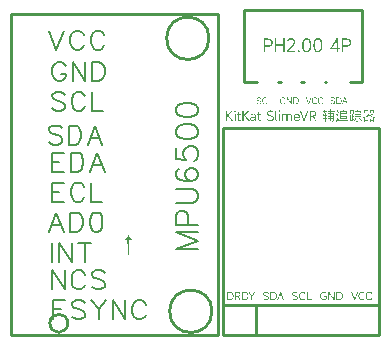
<source format=gto>
G04 Layer: TopSilkscreenLayer*
G04 EasyEDA Pro v1.7.24, 2022-06-27 15:35:26*
G04 Gerber Generator version 0.3*
G04 Scale: 100 percent, Rotated: No, Reflected: No*
G04 Dimensions in millimeters*
G04 Leading zeros omitted, absolute positions, 3 integers and 3 decimals*
%FSLAX33Y33*%
%MOMM*%
%ADD10C,0.2032*%
%ADD11C,0.254*%
%ADD12C,0.250012*%
G75*


G04 Text Start*
G04 //text: KitKat SlimeVR 辅追踪器*
G36*
G01X38026Y-13183D02*
G01X38024Y-13191D01*
G01Y-13194D01*
G01X38023Y-13215D01*
G01Y-13267D01*
G01Y-13335D01*
G01X38011Y-13333D01*
G01X38006D01*
G01X37940Y-13331D01*
G01X37894D01*
G01X37823Y-13333D01*
G01X37804Y-13334D01*
G01X37797Y-13335D01*
G01X37789Y-13337D01*
G01X37788Y-13338D01*
G01X37787D01*
G01Y-13339D01*
G01X37786Y-13341D01*
G01X37785Y-13347D01*
G01X37784Y-13355D01*
G01Y-13373D01*
G01Y-13401D01*
G01X37794Y-13403D01*
G01X37803D01*
G01X37910Y-13404D01*
G01X38019D01*
G01X38021Y-13413D01*
G01Y-13416D01*
G01X38022Y-13432D01*
G01X38023Y-13472D01*
G01Y-13522D01*
G01X37794D01*
G01X37792Y-13531D01*
G01Y-13538D01*
G01Y-13683D01*
G01X37860D01*
G01Y-13598D01*
G01X37868Y-13597D01*
G01X37872Y-13596D01*
G01X37893Y-13595D01*
G01X37950D01*
G01X38023D01*
G01Y-13717D01*
G01X38093D01*
G01Y-13714D01*
G01X38094Y-13707D01*
G01Y-13704D01*
G01X38095Y-13688D01*
G01Y-13647D01*
G01Y-13595D01*
G01X38255D01*
G01X38256Y-13603D01*
G01X38257Y-13606D01*
G01X38258Y-13624D01*
G01Y-13720D01*
G01X38177D01*
G01X38101Y-13719D01*
G01X38095Y-13718D01*
G01X38094D01*
G01X38093Y-13717D01*
G01X38023D01*
G01Y-13720D01*
G01X37943D01*
G01X37869Y-13719D01*
G01X37863Y-13718D01*
G01X37862D01*
G01X37861Y-13717D01*
G01Y-13713D01*
G01X37860Y-13683D01*
G01X37792D01*
G01X37791Y-13792D01*
G01X37860D01*
G01X38023D01*
G01X38095D01*
G01X38258D01*
G01Y-13914D01*
G01X38249Y-13915D01*
G01X38246Y-13916D01*
G01X38225Y-13917D01*
G01X38170D01*
G01X38105Y-13916D01*
G01X38098D01*
G01X38097Y-13915D01*
G01Y-13914D01*
G01X38096Y-13911D01*
G01X38095Y-13880D01*
G01Y-13792D01*
G01X38023D01*
G01Y-13917D01*
G01X37945D01*
G01X37873Y-13916D01*
G01X37866D01*
G01X37865Y-13915D01*
G01X37863Y-13913D01*
G01X37862Y-13908D01*
G01X37861Y-13906D01*
G01Y-13897D01*
G01X37860Y-13848D01*
G01Y-13792D01*
G01X37791D01*
G01Y-13876D01*
G01X37792Y-14210D01*
G01Y-14213D01*
G01X37795Y-14214D01*
G01X37801D01*
G01X37825Y-14215D01*
G01X37856D01*
G01X37858Y-14205D01*
G01X37859Y-14196D01*
G01X37860Y-14092D01*
G01Y-13986D01*
G01X37938D01*
G01X38011Y-13985D01*
G01X38018D01*
G01X38019D01*
G01Y-13984D01*
G01X38020Y-13986D01*
G01X38021Y-13990D01*
G01X38022Y-14024D01*
G01X38023Y-14088D01*
G01Y-14194D01*
G01X38031Y-14196D01*
G01X38037Y-14197D01*
G01X38049D01*
G01X38066Y-14198D01*
G01X38092D01*
G01X38094Y-14187D01*
G01Y-14179D01*
G01X38095Y-14081D01*
G01Y-13983D01*
G01X38108Y-13984D01*
G01X38111Y-13985D01*
G01X38134Y-13986D01*
G01X38189D01*
G01X38258D01*
G01Y-14045D01*
G01X38257Y-14100D01*
G01Y-14108D01*
G01X38256Y-14109D01*
G01X38255Y-14112D01*
G01X38253Y-14117D01*
G01X38251Y-14119D01*
G01X38249Y-14122D01*
G01X38246Y-14124D01*
G01X38243Y-14126D01*
G01X38239Y-14128D01*
G01X38237Y-14129D01*
G01X38233Y-14130D01*
G01X38222Y-14131D01*
G01X38187Y-14132D01*
G01X38158D01*
G01X38149Y-14133D01*
G01X38142Y-14134D01*
G01X38140Y-14135D01*
G01X38139D01*
G01X38137Y-14137D01*
G01X38135Y-14140D01*
G01X38134Y-14142D01*
G01Y-14145D01*
G01Y-14149D01*
G01X38136Y-14156D01*
G01X38138Y-14161D01*
G01X38139Y-14165D01*
G01X38140Y-14173D01*
G01X38141Y-14184D01*
G01X38142Y-14191D01*
G01X38143Y-14196D01*
G01X38145Y-14199D01*
G01X38147Y-14202D01*
G01X38150Y-14205D01*
G01X38154Y-14208D01*
G01X38156Y-14209D01*
G01X38163Y-14210D01*
G01X38173Y-14211D01*
G01X38192D01*
G01X38218D01*
G01X38227Y-14210D01*
G01X38235Y-14208D01*
G01X38243Y-14206D01*
G01X38252Y-14205D01*
G01X38262Y-14204D01*
G01X38269D01*
G01X38273Y-14203D01*
G01X38276Y-14202D01*
G01X38280Y-14199D01*
G01X38286Y-14197D01*
G01X38293Y-14195D01*
G01X38297Y-14193D01*
G01X38301Y-14190D01*
G01X38305Y-14187D01*
G01X38310Y-14182D01*
G01X38313Y-14179D01*
G01X38315Y-14176D01*
G01X38317Y-14169D01*
G01X38323Y-14157D01*
G01X38324Y-14152D01*
G01X38326Y-14144D01*
G01X38329Y-14119D01*
G01X38331Y-14109D01*
G01X38333Y-14102D01*
G01Y-14101D01*
G01X38334Y-13851D01*
G01Y-13817D01*
G01X38332Y-13551D01*
G01X38331Y-13536D01*
G01X38330Y-13531D01*
G01Y-13530D01*
G01X38329Y-13529D01*
G01X38326Y-13528D01*
G01X38320Y-13526D01*
G01X38297Y-13524D01*
G01X38210Y-13522D01*
G01X38095D01*
G01Y-13408D01*
G01X38106Y-13406D01*
G01X38122Y-13405D01*
G01X38246Y-13404D01*
G01X38379D01*
G01Y-13335D01*
G01X38367Y-13333D01*
G01X38360Y-13332D01*
G01X38337Y-13331D01*
G01X38323D01*
G01X38296Y-13332D01*
G01X38288D01*
G01X38286Y-13333D01*
G01X38283D01*
G01X38281Y-13330D01*
G01X38280Y-13327D01*
G01X38281Y-13325D01*
G01X38283Y-13323D01*
G01X38289Y-13319D01*
G01X38293Y-13317D01*
G01X38302Y-13311D01*
G01X38305Y-13307D01*
G01X38307Y-13304D01*
G01X38308Y-13302D01*
G01Y-13300D01*
G01X38307Y-13298D01*
G01Y-13297D01*
G01X38303Y-13291D01*
G01X38301Y-13287D01*
G01X38295Y-13280D01*
G01X38289Y-13273D01*
G01X38284Y-13267D01*
G01X38279Y-13260D01*
G01X38274Y-13254D01*
G01X38268Y-13247D01*
G01X38262Y-13239D01*
G01X38253Y-13229D01*
G01X38249Y-13223D01*
G01X38245Y-13219D01*
G01X38238Y-13214D01*
G01X38234Y-13209D01*
G01X38229Y-13202D01*
G01X38220Y-13193D01*
G01X38218Y-13192D01*
G01X38216Y-13191D01*
G01X38213D01*
G01X38210D01*
G01X38207Y-13192D01*
G01X38204Y-13194D01*
G01X38201Y-13196D01*
G01X38198Y-13200D01*
G01X38196Y-13202D01*
G01X38193Y-13204D01*
G01X38188Y-13206D01*
G01X38182Y-13210D01*
G01X38179Y-13212D01*
G01X38173Y-13217D01*
G01X38168Y-13221D01*
G01X38167Y-13222D01*
G01Y-13224D01*
G01Y-13226D01*
G01X38168Y-13228D01*
G01X38173Y-13234D01*
G01X38177Y-13239D01*
G01X38181Y-13243D01*
G01X38186Y-13247D01*
G01X38188Y-13249D01*
G01X38190Y-13252D01*
G01X38194Y-13259D01*
G01X38196Y-13261D01*
G01X38199Y-13264D01*
G01X38201Y-13266D01*
G01X38204Y-13267D01*
G01X38206Y-13270D01*
G01X38214Y-13282D01*
G01X38216Y-13285D01*
G01X38221Y-13289D01*
G01X38223Y-13291D01*
G01X38226Y-13295D01*
G01X38233Y-13305D01*
G01X38241Y-13316D01*
G01X38246Y-13323D01*
G01X38249Y-13328D01*
G01Y-13331D01*
G01X38246Y-13333D01*
G01X38243Y-13334D01*
G01X38238D01*
G01X38234Y-13333D01*
G01X38223Y-13332D01*
G01X38167Y-13331D01*
G01X38108Y-13332D01*
G01X38101Y-13333D01*
G01X38099D01*
G01X38098Y-13332D01*
G01X38097Y-13329D01*
G01X38096Y-13316D01*
G01X38095Y-13262D01*
G01X38094Y-13213D01*
G01X38093Y-13199D01*
G01X38092Y-13191D01*
G01X38091Y-13188D01*
G01Y-13187D01*
G01X38090Y-13186D01*
G01X38088Y-13185D01*
G01X38083Y-13184D01*
G01X38074Y-13183D01*
G01X38056D01*
G37*
G36*
G01X39096Y-13184D02*
G01X39093Y-13186D01*
G01X39091Y-13189D01*
G01X39090Y-13193D01*
G01X39082Y-13214D01*
G01X39076Y-13231D01*
G01X39070Y-13249D01*
G01X39066Y-13259D01*
G01X39063Y-13266D01*
G01X39060Y-13270D01*
G01X39058Y-13276D01*
G01X39055Y-13287D01*
G01X39051Y-13293D01*
G01X39048Y-13299D01*
G01X39045Y-13303D01*
G01X39044Y-13304D01*
G01X39042Y-13305D01*
G01X39037Y-13306D01*
G01X39020Y-13307D01*
G01X38954D01*
G01X38868D01*
G01X38865Y-13316D01*
G01X38864Y-13318D01*
G01X38863Y-13341D01*
G01Y-13444D01*
G01X38941D01*
G01Y-13404D01*
G01X38942Y-13392D01*
G01X38943Y-13384D01*
G01X38945Y-13379D01*
G01Y-13378D01*
G01X38946D01*
G01X38948D01*
G01X38953D01*
G01X38958Y-13379D01*
G01X38970D01*
G01X39140Y-13380D01*
G01X39317Y-13379D01*
G01X39321Y-13378D01*
G01X39322D01*
G01X39325Y-13379D01*
G01X39327Y-13385D01*
G01Y-13388D01*
G01X39328Y-13407D01*
G01Y-13456D01*
G01Y-13495D01*
G01X39327Y-13507D01*
G01X39326Y-13515D01*
G01X39325Y-13517D01*
G01X39324Y-13519D01*
G01X39323Y-13520D01*
G01X39321Y-13521D01*
G01X39316D01*
G01X39312Y-13520D01*
G01X39292Y-13519D01*
G01X39126Y-13518D01*
G01X38967Y-13516D01*
G01X38951Y-13515D01*
G01X38945Y-13514D01*
G01X38943D01*
G01X38942D01*
G01Y-13513D01*
G01Y-13511D01*
G01X38941Y-13501D01*
G01Y-13444D01*
G01X38863D01*
G01X38861Y-13659D01*
G01X38862Y-13853D01*
G01X38941D01*
G01Y-13812D01*
G01X38942Y-13800D01*
G01X38943Y-13792D01*
G01X38944Y-13790D01*
G01X38945Y-13788D01*
G01Y-13787D01*
G01X38946D01*
G01X38948Y-13786D01*
G01X38953D01*
G01X38958Y-13787D01*
G01X38977Y-13788D01*
G01X39146Y-13789D01*
G01X39331Y-13788D01*
G01X39335Y-13787D01*
G01X39339Y-13788D01*
G01X39341Y-13794D01*
G01Y-13797D01*
G01X39342Y-13816D01*
G01Y-13865D01*
G01Y-13903D01*
G01X39341Y-13916D01*
G01X39340Y-13924D01*
G01X39339Y-13926D01*
G01Y-13928D01*
G01X39338D01*
G01X39337D01*
G01Y-13929D01*
G01X39334Y-13930D01*
G01X39329D01*
G01X39325Y-13929D01*
G01X39305Y-13928D01*
G01X39133Y-13927D01*
G01X38967Y-13925D01*
G01X38951Y-13924D01*
G01X38945Y-13923D01*
G01X38943D01*
G01Y-13922D01*
G01X38942D01*
G01Y-13920D01*
G01X38941Y-13910D01*
G01Y-13853D01*
G01X38862D01*
G01X38863Y-13993D01*
G01Y-13996D01*
G01X38864Y-13997D01*
G01X38873Y-13998D01*
G01X39141Y-14000D01*
G01X39418D01*
G01Y-13720D01*
G01X39410Y-13718D01*
G01X39408D01*
G01X39293Y-13716D01*
G01X38941D01*
G01Y-13654D01*
G01Y-13620D01*
G01X38942Y-13607D01*
G01X38943Y-13601D01*
G01X38944Y-13595D01*
G01X38945Y-13593D01*
G01X38946Y-13591D01*
G01X38947Y-13590D01*
G01X38951Y-13589D01*
G01X38954Y-13588D01*
G01X38957Y-13589D01*
G01X38961Y-13590D01*
G01X38993Y-13591D01*
G01X39180Y-13592D01*
G01X39395Y-13590D01*
G01X39399D01*
G01X39402Y-13588D01*
G01X39404Y-13587D01*
G01X39405Y-13585D01*
G01X39407Y-13582D01*
G01Y-13579D01*
G01X39408Y-13444D01*
G01Y-13311D01*
G01X39396Y-13309D01*
G01X39391D01*
G01X39259Y-13307D01*
G01X39169Y-13306D01*
G01X39150Y-13305D01*
G01X39140Y-13303D01*
G01X39137Y-13302D01*
G01X39136Y-13301D01*
G01X39135D01*
G01Y-13300D01*
G01X39134D01*
G01X39135Y-13297D01*
G01Y-13294D01*
G01X39136Y-13292D01*
G01X39139Y-13288D01*
G01X39141Y-13285D01*
G01X39142Y-13282D01*
G01X39144Y-13274D01*
G01X39146Y-13268D01*
G01X39147Y-13265D01*
G01X39150Y-13261D01*
G01X39153Y-13255D01*
G01X39156Y-13245D01*
G01X39161Y-13232D01*
G01X39166Y-13221D01*
G01X39171Y-13202D01*
G01X39172Y-13198D01*
G01Y-13196D01*
G01X39170Y-13194D01*
G01X39164Y-13193D01*
G01X39156D01*
G01X39152Y-13192D01*
G01X39136Y-13188D01*
G01X39132Y-13187D01*
G01X39127D01*
G01X39115Y-13186D01*
G01X39107D01*
G01X39101Y-13185D01*
G01X39098Y-13184D01*
G37*
G36*
G01X40345Y-13186D02*
G01X40342Y-13187D01*
G01X40338D01*
G01X40335Y-13189D01*
G01X40330Y-13191D01*
G01X40326Y-13192D01*
G01X40323Y-13193D01*
G01X40316D01*
G01X40310Y-13194D01*
G01X40301Y-13196D01*
G01X40291Y-13199D01*
G01X40289D01*
G01X40288Y-13200D01*
G01X40287Y-13201D01*
G01X40286Y-13202D01*
G01Y-13204D01*
G01Y-13207D01*
G01X40288Y-13214D01*
G01X40292Y-13219D01*
G01X40295Y-13225D01*
G01X40301Y-13239D01*
G01X40304Y-13246D01*
G01X40309Y-13254D01*
G01X40311Y-13258D01*
G01X40313Y-13262D01*
G01X40316Y-13272D01*
G01X40320Y-13281D01*
G01X40323Y-13287D01*
G01X40327Y-13296D01*
G01X40331Y-13305D01*
G01X40334Y-13311D01*
G01X40336Y-13321D01*
G01X40084D01*
G01X40082Y-13330D01*
G01X40081Y-13333D01*
G01X40080Y-13371D01*
G01Y-13423D01*
G01X40081Y-13502D01*
G01X40082Y-13509D01*
G01Y-13510D01*
G01X40084Y-13511D01*
G01X40091D01*
G01X40115Y-13512D01*
G01X40146D01*
G01X40148Y-13503D01*
G01Y-13500D01*
G01X40149Y-13484D01*
G01Y-13446D01*
G01Y-13397D01*
G01X40565D01*
G01Y-13508D01*
G01X40573Y-13510D01*
G01X40579Y-13511D01*
G01X40591D01*
G01X40609Y-13512D01*
G01X40634D01*
G01X40636Y-13496D01*
G01X40637Y-13465D01*
G01Y-13408D01*
G01Y-13359D01*
G01X40635Y-13342D01*
G01X40634Y-13335D01*
G01X40633Y-13330D01*
G01X40632Y-13327D01*
G01Y-13326D01*
G01X40631Y-13325D01*
G01X40627Y-13324D01*
G01X40612Y-13322D01*
G01X40522Y-13321D01*
G01X40451Y-13320D01*
G01X40434Y-13319D01*
G01X40426Y-13318D01*
G01X40420Y-13316D01*
G01X40418D01*
G01X40417Y-13315D01*
G01X40416D01*
G01Y-13314D01*
G01X40412Y-13305D01*
G01X40409Y-13298D01*
G01X40404Y-13287D01*
G01X40400Y-13278D01*
G01X40395Y-13266D01*
G01X40393Y-13259D01*
G01X40389Y-13252D01*
G01X40387Y-13247D01*
G01X40385Y-13244D01*
G01X40378Y-13225D01*
G01X40370Y-13208D01*
G01X40366Y-13198D01*
G01X40364Y-13194D01*
G01X40359Y-13190D01*
G01X40356Y-13188D01*
G01X40353Y-13187D01*
G01X40350Y-13186D01*
G37*
G36*
G01X37542Y-13191D02*
G01X37538Y-13193D01*
G01X37536Y-13195D01*
G01X37535Y-13198D01*
G01Y-13201D01*
G01X37534Y-13210D01*
G01Y-13214D01*
G01X37533Y-13217D01*
G01X37530Y-13222D01*
G01X37529Y-13226D01*
G01X37527Y-13233D01*
G01Y-13238D01*
G01X37526Y-13241D01*
G01X37525Y-13244D01*
G01X37522Y-13250D01*
G01X37521Y-13253D01*
G01Y-13257D01*
G01X37520Y-13269D01*
G01X37518Y-13277D01*
G01X37515Y-13281D01*
G01X37514Y-13284D01*
G01Y-13287D01*
G01X37513Y-13293D01*
G01Y-13297D01*
G01X37512Y-13300D01*
G01X37509Y-13306D01*
G01X37508Y-13309D01*
G01X37507Y-13317D01*
G01X37506Y-13323D01*
G01Y-13327D01*
G01X37505Y-13330D01*
G01X37503Y-13333D01*
G01X37502Y-13334D01*
G01X37498Y-13336D01*
G01X37493Y-13337D01*
G01X37477Y-13338D01*
G01X37441Y-13339D01*
G01X37382D01*
G01X37380Y-13347D01*
G01X37379Y-13353D01*
G01Y-13365D01*
G01Y-13411D01*
G01X37390Y-13413D01*
G01X37398Y-13414D01*
G01X37437Y-13415D01*
G01X37455D01*
G01X37464Y-13416D01*
G01X37472Y-13417D01*
G01X37476Y-13418D01*
G01X37477Y-13419D01*
G01X37478Y-13420D01*
G01X37479D01*
G01Y-13421D01*
G01X37478Y-13428D01*
G01X37477Y-13434D01*
G01X37470Y-13458D01*
G01X37465Y-13474D01*
G01X37462Y-13483D01*
G01X37459Y-13497D01*
G01X37456Y-13505D01*
G01X37453Y-13512D01*
G01X37452Y-13516D01*
G01X37450Y-13520D01*
G01X37448Y-13531D01*
G01X37447Y-13535D01*
G01X37446Y-13539D01*
G01X37443Y-13546D01*
G01X37441Y-13550D01*
G01X37440Y-13555D01*
G01X37438Y-13565D01*
G01X37436Y-13571D01*
G01X37435Y-13574D01*
G01X37432Y-13578D01*
G01X37431Y-13582D01*
G01X37429Y-13585D01*
G01X37427Y-13597D01*
G01X37425Y-13603D01*
G01X37417Y-13626D01*
G01X37414Y-13636D01*
G01X37411Y-13643D01*
G01X37407Y-13654D01*
G01X37402Y-13670D01*
G01X37399Y-13679D01*
G01X37397Y-13689D01*
G01X37396Y-13696D01*
G01Y-13718D01*
G01Y-13754D01*
G01X37405Y-13756D01*
G01X37408D01*
G01X37442Y-13757D01*
G01X37489Y-13758D01*
G01X37566D01*
G01Y-13927D01*
G01X37553Y-13929D01*
G01X37543Y-13931D01*
G01X37533Y-13933D01*
G01X37523Y-13935D01*
G01X37505Y-13937D01*
G01X37494Y-13940D01*
G01X37484Y-13942D01*
G01X37464Y-13945D01*
G01X37457Y-13946D01*
G01X37453Y-13947D01*
G01X37445Y-13949D01*
G01X37439Y-13950D01*
G01X37415Y-13953D01*
G01X37405Y-13955D01*
G01X37394Y-13957D01*
G01X37387Y-13958D01*
G01X37377Y-13959D01*
G01X37373D01*
G01X37369Y-13960D01*
G01X37367Y-13961D01*
G01X37364Y-13964D01*
G01X37362Y-13967D01*
G01X37361Y-13972D01*
G01Y-13978D01*
G01Y-13986D01*
G01X37362Y-13992D01*
G01X37363Y-13995D01*
G01Y-13998D01*
G01X37364Y-14003D01*
G01X37365Y-14025D01*
G01X37366Y-14029D01*
G01X37367Y-14032D01*
G01X37368Y-14034D01*
G01X37369Y-14035D01*
G01X37370Y-14036D01*
G01X37371D01*
G01X37372Y-14037D01*
G01X37375D01*
G01X37381D01*
G01X37386Y-14036D01*
G01X37393Y-14035D01*
G01X37405Y-14034D01*
G01X37410Y-14033D01*
G01X37414Y-14032D01*
G01X37423Y-14030D01*
G01X37439Y-14028D01*
G01X37449Y-14025D01*
G01X37455Y-14024D01*
G01X37461D01*
G01X37465Y-14023D01*
G01X37469Y-14022D01*
G01X37474Y-14020D01*
G01X37482Y-14018D01*
G01X37494Y-14017D01*
G01X37502Y-14016D01*
G01X37511Y-14014D01*
G01X37519Y-14012D01*
G01X37538Y-14009D01*
G01X37547Y-14007D01*
G01X37553Y-14005D01*
G01X37556D01*
G01X37560D01*
G01X37562D01*
G01X37563Y-14007D01*
G01X37564Y-14013D01*
G01X37565Y-14049D01*
G01X37566Y-14114D01*
G01X37567Y-14218D01*
G01Y-14225D01*
G01X37570Y-14227D01*
G01X37577Y-14228D01*
G01X37602Y-14229D01*
G01X37635D01*
G01Y-13990D01*
G01X37647Y-13989D01*
G01X37654D01*
G01X37660Y-13987D01*
G01X37669Y-13985D01*
G01X37675Y-13984D01*
G01X37695Y-13981D01*
G01X37714Y-13978D01*
G01X37724Y-13976D01*
G01X37739Y-13972D01*
G01X37742Y-13971D01*
G01X37744Y-13970D01*
G01X37745Y-13968D01*
G01X37746Y-13966D01*
G01X37747Y-13963D01*
G01X37748Y-13960D01*
G01Y-13956D01*
G01X37749Y-13946D01*
G01X37748Y-13930D01*
G01Y-13921D01*
G01X37747Y-13919D01*
G01X37746Y-13913D01*
G01X37745Y-13905D01*
G01Y-13896D01*
G01X37725D01*
G01X37719Y-13897D01*
G01X37713Y-13899D01*
G01X37705Y-13900D01*
G01X37692Y-13903D01*
G01X37682Y-13905D01*
G01X37676Y-13906D01*
G01X37669D01*
G01X37666Y-13908D01*
G01X37663Y-13909D01*
G01X37657Y-13911D01*
G01X37653Y-13912D01*
G01X37649Y-13913D01*
G01X37645Y-13914D01*
G01X37635D01*
G01Y-13758D01*
G01X37735D01*
G01X37737Y-13749D01*
G01X37738Y-13743D01*
G01Y-13731D01*
G01X37739Y-13712D01*
G01Y-13685D01*
G01X37638D01*
G01X37636Y-13675D01*
G01Y-13666D01*
G01X37635Y-13571D01*
G01Y-13474D01*
G01X37572D01*
G01Y-13681D01*
G01X37561Y-13683D01*
G01X37553Y-13684D01*
G01X37517Y-13685D01*
G01X37479D01*
G01X37477Y-13674D01*
G01Y-13669D01*
G01Y-13665D01*
G01X37479Y-13657D01*
G01X37486Y-13636D01*
G01X37493Y-13614D01*
G01X37498Y-13597D01*
G01X37506Y-13576D01*
G01X37507Y-13570D01*
G01X37510Y-13558D01*
G01X37514Y-13543D01*
G01X37518Y-13530D01*
G01X37524Y-13512D01*
G01X37527Y-13502D01*
G01X37531Y-13485D01*
G01X37543Y-13444D01*
G01X37546Y-13432D01*
G01X37548Y-13425D01*
G01X37551Y-13420D01*
G01X37554Y-13419D01*
G01X37559Y-13418D01*
G01X37578Y-13416D01*
G01X37648Y-13415D01*
G01X37742D01*
G01X37744Y-13406D01*
G01Y-13401D01*
G01X37745Y-13388D01*
G01Y-13342D01*
G01X37737Y-13340D01*
G01X37734D01*
G01X37699Y-13339D01*
G01X37650D01*
G01X37604Y-13338D01*
G01X37589Y-13337D01*
G01X37582Y-13336D01*
G01X37577Y-13334D01*
G01X37575Y-13333D01*
G01X37574D01*
G01X37573D01*
G01Y-13332D01*
G01X37572D01*
G01Y-13331D01*
G01X37573Y-13328D01*
G01Y-13325D01*
G01X37574Y-13321D01*
G01X37577Y-13316D01*
G01X37578Y-13312D01*
G01X37579Y-13307D01*
G01X37582Y-13293D01*
G01X37583Y-13288D01*
G01X37585Y-13281D01*
G01X37588Y-13276D01*
G01X37589Y-13273D01*
G01Y-13269D01*
G01X37590Y-13264D01*
G01Y-13260D01*
G01X37591Y-13257D01*
G01X37593Y-13254D01*
G01X37595Y-13249D01*
G01X37597Y-13242D01*
G01Y-13236D01*
G01Y-13233D01*
G01X37599Y-13226D01*
G01X37602Y-13221D01*
G01Y-13217D01*
G01Y-13214D01*
G01Y-13211D01*
G01X37601Y-13207D01*
G01X37599Y-13204D01*
G01X37596Y-13203D01*
G01X37591Y-13201D01*
G01X37584Y-13200D01*
G01X37575Y-13197D01*
G01X37567Y-13196D01*
G01X37553Y-13193D01*
G01X37546Y-13191D01*
G01X37544D01*
G37*
G36*
G01X38598Y-13214D02*
G01X38596Y-13214D01*
G01X38594Y-13215D01*
G01X38592Y-13216D01*
G01X38589Y-13219D01*
G01X38582Y-13224D01*
G01X38558Y-13242D01*
G01X38555Y-13244D01*
G01X38553Y-13246D01*
G01X38551Y-13249D01*
G01X38549Y-13254D01*
G01X38548Y-13257D01*
G01Y-13259D01*
G01X38549Y-13261D01*
G01X38551Y-13264D01*
G01X38553Y-13267D01*
G01X38562Y-13281D01*
G01X38570Y-13292D01*
G01X38577Y-13300D01*
G01X38586Y-13315D01*
G01X38590Y-13320D01*
G01X38593Y-13323D01*
G01X38595Y-13326D01*
G01X38603Y-13339D01*
G01X38607Y-13345D01*
G01X38610Y-13347D01*
G01X38613Y-13353D01*
G01X38618Y-13362D01*
G01X38621Y-13365D01*
G01X38624Y-13368D01*
G01X38626Y-13371D01*
G01X38637Y-13388D01*
G01X38646Y-13401D01*
G01X38658Y-13420D01*
G01X38667Y-13433D01*
G01X38681Y-13454D01*
G01X38684Y-13460D01*
G01X38688Y-13467D01*
G01X38690Y-13469D01*
G01X38692Y-13471D01*
G01X38696Y-13470D01*
G01X38700Y-13468D01*
G01X38704Y-13466D01*
G01X38709Y-13462D01*
G01X38711Y-13459D01*
G01X38714Y-13455D01*
G01X38718Y-13451D01*
G01X38734Y-13439D01*
G01X38739Y-13436D01*
G01X38743Y-13430D01*
G01X38746Y-13427D01*
G01X38747Y-13425D01*
G01Y-13423D01*
G01X38748Y-13421D01*
G01Y-13416D01*
G01X38745Y-13410D01*
G01X38736Y-13395D01*
G01X38729Y-13386D01*
G01X38726Y-13382D01*
G01X38719Y-13373D01*
G01X38714Y-13364D01*
G01X38707Y-13354D01*
G01X38677Y-13313D01*
G01X38670Y-13303D01*
G01X38667Y-13298D01*
G01X38660Y-13290D01*
G01X38651Y-13276D01*
G01X38647Y-13270D01*
G01X38641Y-13263D01*
G01X38629Y-13247D01*
G01X38622Y-13238D01*
G01X38614Y-13225D01*
G01X38610Y-13221D01*
G01X38607Y-13218D01*
G01X38604Y-13216D01*
G01X38601Y-13215D01*
G01X38599Y-13214D01*
G37*
G36*
G01X40877Y-13231D02*
G01X40875Y-13242D01*
G01X40874Y-13257D01*
G01Y-13297D01*
G01X40942D01*
G01X41171D01*
G01Y-13446D01*
G01X41059D01*
G01X40951Y-13445D01*
G01X40945Y-13444D01*
G01X40944D01*
G01Y-13443D01*
G01X40943Y-13433D01*
G01X40942Y-13370D01*
G01Y-13297D01*
G01X40874D01*
G01X40873Y-13378D01*
G01X40874Y-13504D01*
G01X40875Y-13509D01*
G01Y-13510D01*
G01X40878D01*
G01X41055Y-13512D01*
G01X41212Y-13510D01*
G01X41228Y-13508D01*
G01X41234Y-13507D01*
G01X41236D01*
G01X41237D01*
G01Y-13506D01*
G01X41238Y-13503D01*
G01X41239Y-13484D01*
G01X41240Y-13368D01*
G01Y-13234D01*
G01X41230Y-13232D01*
G01X41202D01*
G01X41050Y-13231D01*
G37*
G36*
G01X41358Y-13231D02*
G01X41356Y-13242D01*
G01X41355Y-13257D01*
G01Y-13366D01*
G01X41424D01*
G01Y-13300D01*
G01X41434Y-13298D01*
G01X41443D01*
G01X41550Y-13297D01*
G01X41660D01*
G01Y-13442D01*
G01X41649Y-13444D01*
G01X41640Y-13445D01*
G01X41537Y-13446D01*
G01X41436Y-13445D01*
G01X41430Y-13444D01*
G01X41429D01*
G01X41427Y-13442D01*
G01X41426Y-13437D01*
G01X41425Y-13435D01*
G01Y-13425D01*
G01X41424Y-13366D01*
G01X41355D01*
G01Y-13378D01*
G01X41356Y-13493D01*
G01X41357Y-13504D01*
G01Y-13508D01*
G01X41358Y-13509D01*
G01Y-13510D01*
G01X41359D01*
G01X41371Y-13511D01*
G01X41540Y-13512D01*
G01X41697Y-13510D01*
G01X41712Y-13508D01*
G01X41720Y-13507D01*
G01X41721D01*
G01X41722D01*
G01Y-13506D01*
G01X41723Y-13503D01*
G01X41724Y-13484D01*
G01X41725Y-13368D01*
G01Y-13234D01*
G01X41715Y-13232D01*
G01X41687D01*
G01X41533Y-13231D01*
G37*
G36*
G01X39713Y-13262D02*
G01X39713Y-13331D01*
G01X39782D01*
G01X39938D01*
G01Y-13533D01*
G01X39923Y-13531D01*
G01X39912Y-13530D01*
G01X39852Y-13529D01*
G01X39801Y-13530D01*
G01X39794D01*
G01X39790Y-13532D01*
G01X39788Y-13531D01*
G01X39786Y-13528D01*
G01X39784Y-13524D01*
G01Y-13521D01*
G01X39782Y-13497D01*
G01Y-13425D01*
G01Y-13331D01*
G01X39713D01*
G01Y-13598D01*
G01X39722Y-13600D01*
G01X39725D01*
G01X39743Y-13601D01*
G01X39791Y-13602D01*
G01X39852D01*
G01Y-13829D01*
G01X39849Y-14036D01*
G01X39848Y-14051D01*
G01X39847Y-14057D01*
G01Y-14058D01*
G01Y-14059D01*
G01X39843Y-14060D01*
G01X39840Y-14061D01*
G01X39836Y-14062D01*
G01X39828D01*
G01X39824Y-14063D01*
G01X39821Y-14064D01*
G01X39815Y-14067D01*
G01X39811Y-14068D01*
G01X39807Y-14069D01*
G01X39795Y-14070D01*
G01X39790D01*
G01X39786Y-14071D01*
G01X39780Y-14074D01*
G01X39777Y-14075D01*
G01X39774D01*
G01X39773D01*
G01X39771D01*
G01X39770D01*
G01X39769Y-14074D01*
G01Y-14071D01*
G01X39768Y-14062D01*
G01X39766Y-13998D01*
G01X39765Y-13882D01*
G01Y-13692D01*
G01X39756Y-13690D01*
G01X39751Y-13689D01*
G01X39741D01*
G01X39727Y-13688D01*
G01X39706D01*
G01X39704Y-13697D01*
G01Y-13699D01*
G01X39703Y-13740D01*
G01Y-13898D01*
G01Y-14090D01*
G01X39688D01*
G01X39679Y-14091D01*
G01X39670Y-14093D01*
G01X39661Y-14096D01*
G01X39659D01*
G01X39656Y-14099D01*
G01X39655Y-14100D01*
G01X39654Y-14101D01*
G01Y-14102D01*
G01Y-14104D01*
G01Y-14110D01*
G01X39656Y-14116D01*
G01X39657Y-14119D01*
G01Y-14123D01*
G01X39658Y-14139D01*
G01X39659Y-14146D01*
G01X39660Y-14151D01*
G01X39663Y-14157D01*
G01X39664Y-14160D01*
G01Y-14163D01*
G01X39665Y-14165D01*
G01Y-14167D01*
G01X39668Y-14168D01*
G01X39673Y-14169D01*
G01X39680Y-14168D01*
G01X39693Y-14166D01*
G01X39700Y-14165D01*
G01X39707Y-14163D01*
G01X39714Y-14161D01*
G01X39734Y-14157D01*
G01X39743Y-14156D01*
G01X39752Y-14153D01*
G01X39758Y-14152D01*
G01X39765D01*
G01X39772Y-14150D01*
G01X39777Y-14148D01*
G01X39781Y-14147D01*
G01X39785Y-14146D01*
G01X39798Y-14145D01*
G01X39802D01*
G01X39806Y-14144D01*
G01X39811Y-14141D01*
G01X39816Y-14140D01*
G01X39820Y-14139D01*
G01X39832D01*
G01X39840Y-14138D01*
G01X39849Y-14135D01*
G01X39857Y-14134D01*
G01X39888Y-14128D01*
G01X39901Y-14125D01*
G01X39908Y-14123D01*
G01X39940Y-14118D01*
G01X39950Y-14115D01*
G01X39955Y-14114D01*
G01X39965D01*
G01X39977Y-14111D01*
G01X39985Y-14109D01*
G01X39991Y-14108D01*
G01X40000Y-14107D01*
G01X40004D01*
G01X40008D01*
G01X40011Y-14106D01*
G01X40025Y-14099D01*
G01X40026Y-14096D01*
G01X40027Y-14091D01*
G01X40028Y-14083D01*
G01Y-14055D01*
G01X40027Y-14046D01*
G01X40024Y-14035D01*
G01X40023Y-14031D01*
G01X40022Y-14028D01*
G01X40020Y-14026D01*
G01X40017D01*
G01X40014D01*
G01X40002Y-14029D01*
G01X39996Y-14031D01*
G01X39988D01*
G01X39985D01*
G01X39981Y-14032D01*
G01X39978Y-14034D01*
G01X39972Y-14036D01*
G01X39968Y-14037D01*
G01X39961Y-14038D01*
G01X39952Y-14039D01*
G01X39947Y-14040D01*
G01X39944Y-14041D01*
G01X39938Y-14043D01*
G01X39934Y-14044D01*
G01X39931Y-14045D01*
G01X39928D01*
G01X39925D01*
G01X39922Y-14044D01*
G01X39920Y-14042D01*
G01X39918Y-14037D01*
G01Y-14032D01*
G01X39919Y-14027D01*
G01X39921Y-13987D01*
G01Y-13830D01*
G01X40021D01*
G01X40023Y-13822D01*
G01X40024Y-13817D01*
G01Y-13805D01*
G01X40025Y-13789D01*
G01Y-13764D01*
G01X40016Y-13763D01*
G01X40013Y-13762D01*
G01X40004D01*
G01X39962Y-13761D01*
G01X39917D01*
G01X39919Y-13749D01*
G01X39920Y-13742D01*
G01X39921Y-13701D01*
G01Y-13673D01*
G01X39920Y-13614D01*
G01X39919Y-13607D01*
G01Y-13605D01*
G01X39921Y-13604D01*
G01X39928Y-13603D01*
G01X39961Y-13602D01*
G01X40004D01*
G01X40006Y-13592D01*
G01X40007Y-13565D01*
G01X40008Y-13425D01*
G01Y-13266D01*
G01X39997Y-13264D01*
G01X39981Y-13263D01*
G01X39852Y-13262D01*
G37*
G36*
G01X32941Y-13269D02*
G01X32905Y-13270D01*
G01X32897D01*
G01X32895Y-13271D01*
G01X32891Y-13272D01*
G01X32881Y-13274D01*
G01X32867Y-13276D01*
G01X32858Y-13277D01*
G01X32853Y-13279D01*
G01X32848Y-13281D01*
G01X32844Y-13283D01*
G01X32839Y-13284D01*
G01X32827Y-13286D01*
G01X32824Y-13288D01*
G01X32822D01*
G01X32821Y-13289D01*
G01X32818Y-13292D01*
G01X32815Y-13293D01*
G01X32812Y-13294D01*
G01X32804Y-13296D01*
G01X32799Y-13298D01*
G01X32795Y-13299D01*
G01X32780Y-13309D01*
G01X32763Y-13319D01*
G01X32757Y-13323D01*
G01X32746Y-13331D01*
G01X32735Y-13340D01*
G01X32729Y-13344D01*
G01X32725Y-13348D01*
G01X32719Y-13355D01*
G01X32715Y-13359D01*
G01X32712Y-13361D01*
G01X32710Y-13363D01*
G01X32709Y-13365D01*
G01X32707Y-13371D01*
G01X32706Y-13373D01*
G01X32704Y-13375D01*
G01X32698Y-13381D01*
G01X32694Y-13389D01*
G01X32684Y-13406D01*
G01X32680Y-13413D01*
G01X32677Y-13419D01*
G01X32675Y-13423D01*
G01X32672Y-13432D01*
G01X32667Y-13448D01*
G01X32665Y-13454D01*
G01X32663Y-13465D01*
G01Y-13472D01*
G01X32659Y-13503D01*
G01X32658Y-13512D01*
G01Y-13518D01*
G01X32659Y-13522D01*
G01Y-13524D01*
G01X32660Y-13527D01*
G01Y-13531D01*
G01X32661Y-13549D01*
G01X32662Y-13555D01*
G01X32664Y-13565D01*
G01X32667Y-13576D01*
G01X32669Y-13584D01*
G01X32674Y-13594D01*
G01X32679Y-13608D01*
G01X32681Y-13612D01*
G01X32683Y-13615D01*
G01X32684Y-13617D01*
G01X32686Y-13618D01*
G01X32689Y-13621D01*
G01X32691Y-13623D01*
G01X32693Y-13625D01*
G01X32696Y-13633D01*
G01X32697Y-13635D01*
G01X32704Y-13641D01*
G01X32713Y-13652D01*
G01X32720Y-13660D01*
G01X32723Y-13662D01*
G01X32739Y-13674D01*
G01X32748Y-13681D01*
G01X32776Y-13699D01*
G01X32782Y-13702D01*
G01X32796Y-13709D01*
G01X32803Y-13712D01*
G01X32818Y-13718D01*
G01X32845Y-13728D01*
G01X32860Y-13733D01*
G01X32877Y-13739D01*
G01X32889Y-13743D01*
G01X32905Y-13747D01*
G01X32911Y-13749D01*
G01X32920Y-13752D01*
G01X32924Y-13754D01*
G01X32930Y-13755D01*
G01X32939Y-13757D01*
G01X32945Y-13759D01*
G01X32949Y-13760D01*
G01X32953Y-13763D01*
G01X32957Y-13764D01*
G01X32961Y-13765D01*
G01X32971Y-13767D01*
G01X32975Y-13768D01*
G01X32979Y-13770D01*
G01X32986Y-13773D01*
G01X32995Y-13775D01*
G01X33003Y-13777D01*
G01X33008Y-13779D01*
G01X33011Y-13781D01*
G01X33015Y-13784D01*
G01X33021Y-13786D01*
G01X33032Y-13789D01*
G01X33048Y-13797D01*
G01X33061Y-13802D01*
G01X33067Y-13805D01*
G01X33071Y-13808D01*
G01X33089Y-13818D01*
G01X33095Y-13822D01*
G01X33100Y-13826D01*
G01X33116Y-13842D01*
G01X33120Y-13847D01*
G01X33133Y-13865D01*
G01X33136Y-13871D01*
G01X33141Y-13884D01*
G01X33142Y-13890D01*
G01X33146Y-13908D01*
G01X33148Y-13922D01*
G01X33149Y-13937D01*
G01X33148Y-13946D01*
G01Y-13953D01*
G01X33146Y-13966D01*
G01X33144Y-13974D01*
G01X33142Y-13980D01*
G01X33139Y-13986D01*
G01X33135Y-13993D01*
G01X33132Y-13998D01*
G01X33125Y-14008D01*
G01X33118Y-14016D01*
G01X33111Y-14023D01*
G01X33107Y-14026D01*
G01X33103Y-14030D01*
G01X33099Y-14036D01*
G01X33097Y-14038D01*
G01X33094Y-14040D01*
G01X33085Y-14044D01*
G01X33080Y-14048D01*
G01X33073Y-14053D01*
G01X33069Y-14055D01*
G01X33065Y-14057D01*
G01X33055Y-14061D01*
G01X33048Y-14065D01*
G01X33044Y-14068D01*
G01X33041Y-14069D01*
G01X33036Y-14070D01*
G01X33027Y-14072D01*
G01X33022Y-14073D01*
G01X33018Y-14075D01*
G01X33012Y-14077D01*
G01X33008Y-14078D01*
G01X33005Y-14079D01*
G01X32998D01*
G01X32979Y-14080D01*
G01X32973D01*
G01X32968Y-14081D01*
G01X32964Y-14082D01*
G01X32960Y-14083D01*
G01X32947D01*
G01X32937D01*
G01X32929Y-14082D01*
G01X32926Y-14081D01*
G01X32922D01*
G01X32918Y-14080D01*
G01X32903D01*
G01X32892Y-14079D01*
G01X32886D01*
G01X32882Y-14078D01*
G01X32869Y-14075D01*
G01X32862Y-14072D01*
G01X32851Y-14068D01*
G01X32845Y-14065D01*
G01X32834Y-14062D01*
G01X32818Y-14054D01*
G01X32808Y-14050D01*
G01X32803Y-14048D01*
G01X32801Y-14046D01*
G01X32793Y-14040D01*
G01X32781Y-14031D01*
G01X32777Y-14028D01*
G01X32768Y-14020D01*
G01X32763Y-14016D01*
G01X32756Y-14011D01*
G01X32754Y-14009D01*
G01X32751Y-14006D01*
G01X32749Y-14003D01*
G01X32746Y-13997D01*
G01X32744Y-13994D01*
G01X32741Y-13991D01*
G01X32739Y-13990D01*
G01X32737Y-13988D01*
G01X32734Y-13985D01*
G01X32732Y-13982D01*
G01X32728Y-13974D01*
G01X32726Y-13968D01*
G01X32724Y-13966D01*
G01X32716Y-13958D01*
G01X32714Y-13957D01*
G01X32712D01*
G01X32709D01*
G01X32706Y-13958D01*
G01X32699Y-13962D01*
G01X32652Y-13991D01*
G01X32648Y-13994D01*
G01X32644Y-13997D01*
G01X32643Y-13999D01*
G01X32642Y-14000D01*
G01Y-14002D01*
G01Y-14005D01*
G01X32643Y-14007D01*
G01X32649Y-14016D01*
G01X32652Y-14021D01*
G01X32657Y-14030D01*
G01X32660Y-14033D01*
G01X32665Y-14040D01*
G01X32675Y-14051D01*
G01X32678Y-14054D01*
G01X32682Y-14058D01*
G01X32686Y-14061D01*
G01X32690Y-14065D01*
G01X32696Y-14072D01*
G01X32701Y-14076D01*
G01X32708Y-14081D01*
G01X32716Y-14088D01*
G01X32721Y-14092D01*
G01X32729Y-14101D01*
G01X32731Y-14103D01*
G01X32734Y-14105D01*
G01X32741Y-14107D01*
G01X32743Y-14108D01*
G01X32746Y-14110D01*
G01X32749Y-14115D01*
G01X32752Y-14117D01*
G01X32755Y-14118D01*
G01X32761Y-14120D01*
G01X32768Y-14123D01*
G01X32776Y-14128D01*
G01X32796Y-14137D01*
G01X32805Y-14141D01*
G01X32817Y-14145D01*
G01X32839Y-14152D01*
G01X32859Y-14158D01*
G01X32868Y-14160D01*
G01X32874Y-14161D01*
G01X32900Y-14165D01*
G01X32909Y-14166D01*
G01X32914Y-14167D01*
G01X32915Y-14168D01*
G01X32918Y-14169D01*
G01X32937Y-14170D01*
G01X32952D01*
G01X32980Y-14169D01*
G01X32990D01*
G01X32995Y-14167D01*
G01X33003Y-14166D01*
G01X33009Y-14165D01*
G01X33033Y-14161D01*
G01X33039Y-14160D01*
G01X33044Y-14159D01*
G01X33050Y-14157D01*
G01X33060Y-14153D01*
G01X33072Y-14150D01*
G01X33080Y-14147D01*
G01X33091Y-14142D01*
G01X33101Y-14139D01*
G01X33105Y-14138D01*
G01X33109Y-14136D01*
G01X33125Y-14126D01*
G01X33135Y-14121D01*
G01X33155Y-14109D01*
G01X33159Y-14107D01*
G01X33163Y-14103D01*
G01X33166Y-14100D01*
G01X33168Y-14096D01*
G01X33173Y-14092D01*
G01X33180Y-14086D01*
G01X33184Y-14081D01*
G01X33191Y-14072D01*
G01X33203Y-14056D01*
G01X33205Y-14054D01*
G01X33208Y-14048D01*
G01X33212Y-14042D01*
G01X33226Y-14014D01*
G01X33229Y-14007D01*
G01X33231Y-13998D01*
G01X33232Y-13990D01*
G01X33235Y-13981D01*
G01X33237Y-13973D01*
G01X33239Y-13957D01*
G01X33241Y-13948D01*
G01X33243Y-13941D01*
G01Y-13924D01*
G01Y-13909D01*
G01X33241Y-13900D01*
G01X33239Y-13892D01*
G01X33237Y-13884D01*
G01X33234Y-13867D01*
G01X33232Y-13858D01*
G01X33226Y-13844D01*
G01X33223Y-13835D01*
G01X33222Y-13832D01*
G01X33213Y-13818D01*
G01X33210Y-13813D01*
G01X33206Y-13806D01*
G01X33204Y-13803D01*
G01X33202Y-13801D01*
G01X33199Y-13799D01*
G01X33195Y-13795D01*
G01X33193Y-13792D01*
G01X33189Y-13786D01*
G01X33187Y-13783D01*
G01X33180Y-13776D01*
G01X33175Y-13772D01*
G01X33172Y-13767D01*
G01X33170Y-13765D01*
G01X33167Y-13764D01*
G01X33162Y-13762D01*
G01X33160Y-13760D01*
G01X33158Y-13758D01*
G01X33155Y-13754D01*
G01X33153Y-13752D01*
G01X33150Y-13750D01*
G01X33145Y-13748D01*
G01X33139Y-13744D01*
G01X33132Y-13739D01*
G01X33127Y-13737D01*
G01X33123Y-13735D01*
G01X33119Y-13734D01*
G01X33116Y-13733D01*
G01X33113Y-13731D01*
G01X33109Y-13728D01*
G01X33107Y-13727D01*
G01X33105Y-13726D01*
G01X33097Y-13723D01*
G01X33081Y-13715D01*
G01X33075Y-13712D01*
G01X33058Y-13706D01*
G01X33041Y-13700D01*
G01X32997Y-13685D01*
G01X32987Y-13682D01*
G01X32970Y-13678D01*
G01X32930Y-13666D01*
G01X32914Y-13661D01*
G01X32869Y-13647D01*
G01X32862Y-13644D01*
G01X32854Y-13641D01*
G01X32850Y-13638D01*
G01X32844Y-13636D01*
G01X32838Y-13634D01*
G01X32835Y-13633D01*
G01X32833Y-13631D01*
G01X32828Y-13628D01*
G01X32826Y-13626D01*
G01X32818Y-13620D01*
G01X32805Y-13612D01*
G01X32800Y-13608D01*
G01X32794Y-13601D01*
G01X32790Y-13597D01*
G01X32783Y-13591D01*
G01X32779Y-13586D01*
G01X32774Y-13579D01*
G01X32770Y-13575D01*
G01X32767Y-13569D01*
G01X32760Y-13553D01*
G01X32756Y-13546D01*
G01X32755Y-13542D01*
G01Y-13538D01*
G01X32754Y-13530D01*
G01X32753Y-13523D01*
G01Y-13520D01*
G01X32752Y-13517D01*
G01X32751Y-13512D01*
G01Y-13498D01*
G01Y-13486D01*
G01X32752Y-13481D01*
G01Y-13476D01*
G01X32754Y-13469D01*
G01X32757Y-13457D01*
G01X32759Y-13452D01*
G01X32760Y-13449D01*
G01X32774Y-13428D01*
G01X32778Y-13422D01*
G01X32784Y-13415D01*
G01X32787Y-13411D01*
G01X32790Y-13408D01*
G01X32793Y-13406D01*
G01X32799Y-13403D01*
G01X32802Y-13401D01*
G01X32805Y-13398D01*
G01X32807Y-13395D01*
G01X32808Y-13393D01*
G01X32811Y-13391D01*
G01X32814Y-13390D01*
G01X32820Y-13388D01*
G01X32823Y-13386D01*
G01X32825Y-13385D01*
G01X32830Y-13382D01*
G01X32835Y-13378D01*
G01X32839Y-13377D01*
G01X32869Y-13366D01*
G01X32879Y-13363D01*
G01X32888Y-13361D01*
G01X32898Y-13359D01*
G01X32912Y-13357D01*
G01X32925Y-13356D01*
G01X32932Y-13354D01*
G01X32936Y-13353D01*
G01X32940D01*
G01X32950Y-13352D01*
G01X32958Y-13353D01*
G01X32965D01*
G01X32970Y-13355D01*
G01X32977Y-13356D01*
G01X32989D01*
G01X32994Y-13357D01*
G01X33001Y-13359D01*
G01X33013Y-13362D01*
G01X33021Y-13364D01*
G01X33032Y-13369D01*
G01X33042Y-13373D01*
G01X33049Y-13375D01*
G01X33059Y-13380D01*
G01X33067Y-13383D01*
G01X33073Y-13386D01*
G01X33084Y-13394D01*
G01X33096Y-13402D01*
G01X33101Y-13406D01*
G01X33103Y-13408D01*
G01X33106Y-13412D01*
G01X33108Y-13414D01*
G01X33110Y-13415D01*
G01X33116Y-13417D01*
G01X33118Y-13419D01*
G01X33120Y-13421D01*
G01X33124Y-13426D01*
G01X33128Y-13430D01*
G01X33135Y-13436D01*
G01X33141Y-13443D01*
G01X33145Y-13447D01*
G01X33150Y-13451D01*
G01X33152Y-13453D01*
G01X33154Y-13455D01*
G01X33156Y-13460D01*
G01X33157Y-13462D01*
G01X33159Y-13463D01*
G01X33161D01*
G01X33164D01*
G01X33167Y-13461D01*
G01X33171Y-13459D01*
G01X33184Y-13450D01*
G01X33198Y-13441D01*
G01X33204Y-13436D01*
G01X33207Y-13434D01*
G01X33209Y-13432D01*
G01X33221Y-13424D01*
G01X33224Y-13421D01*
G01X33226Y-13419D01*
G01X33227Y-13418D01*
G01Y-13416D01*
G01X33228Y-13414D01*
G01X33227Y-13412D01*
G01X33226Y-13410D01*
G01X33221Y-13406D01*
G01X33220Y-13404D01*
G01X33218Y-13402D01*
G01X33216Y-13396D01*
G01X33210Y-13388D01*
G01X33205Y-13382D01*
G01X33201Y-13377D01*
G01X33194Y-13371D01*
G01X33189Y-13367D01*
G01X33184Y-13360D01*
G01X33179Y-13356D01*
G01X33172Y-13351D01*
G01X33164Y-13344D01*
G01X33159Y-13340D01*
G01X33155Y-13336D01*
G01X33151Y-13331D01*
G01X33149Y-13329D01*
G01X33146Y-13327D01*
G01X33141Y-13325D01*
G01X33136Y-13323D01*
G01X33120Y-13313D01*
G01X33108Y-13306D01*
G01X33104Y-13304D01*
G01X33095Y-13299D01*
G01X33082Y-13294D01*
G01X33076Y-13291D01*
G01X33072Y-13288D01*
G01X33068Y-13287D01*
G01X33063Y-13286D01*
G01X33052Y-13284D01*
G01X33045Y-13282D01*
G01X33042Y-13281D01*
G01X33037Y-13278D01*
G01X33033Y-13277D01*
G01X33029D01*
G01X33015Y-13276D01*
G01X33009Y-13275D01*
G01X33000Y-13273D01*
G01X32992Y-13271D01*
G01X32989Y-13270D01*
G01X32980D01*
G37*
G36*
G01X33703Y-13273D02*
G01X33697Y-13273D01*
G01X33690Y-13274D01*
G01X33684Y-13275D01*
G01X33679Y-13277D01*
G01X33673Y-13281D01*
G01X33669Y-13284D01*
G01X33666Y-13287D01*
G01X33659Y-13298D01*
G01X33656Y-13305D01*
G01X33653Y-13313D01*
G01X33652Y-13317D01*
G01Y-13326D01*
G01X33651Y-13337D01*
G01X33652Y-13346D01*
G01X33653Y-13352D01*
G01X33655Y-13357D01*
G01X33657Y-13361D01*
G01X33663Y-13369D01*
G01X33667Y-13373D01*
G01X33671Y-13377D01*
G01X33675Y-13380D01*
G01X33680Y-13383D01*
G01X33684Y-13385D01*
G01X33690Y-13387D01*
G01X33695Y-13388D01*
G01X33700Y-13389D01*
G01X33704Y-13390D01*
G01X33709D01*
G01X33716D01*
G01X33721Y-13389D01*
G01X33735Y-13385D01*
G01X33738Y-13384D01*
G01X33742Y-13382D01*
G01X33746Y-13380D01*
G01X33753Y-13375D01*
G01X33756Y-13371D01*
G01X33759Y-13367D01*
G01X33762Y-13363D01*
G01Y-13361D01*
G01X33768Y-13347D01*
G01Y-13344D01*
G01X33769Y-13340D01*
G01Y-13326D01*
G01Y-13319D01*
G01X33768Y-13312D01*
G01X33767Y-13307D01*
G01X33766Y-13304D01*
G01X33762Y-13297D01*
G01X33759Y-13292D01*
G01X33751Y-13284D01*
G01X33747Y-13281D01*
G01X33742Y-13279D01*
G01X33738Y-13277D01*
G01X33734Y-13276D01*
G01X33730Y-13275D01*
G01X33725Y-13274D01*
G01X33715Y-13273D01*
G37*
G36*
G01X29946Y-13273D02*
G01X29937Y-13273D01*
G01X29930Y-13274D01*
G01X29926Y-13275D01*
G01X29924D01*
G01X29923Y-13276D01*
G01X29913Y-13283D01*
G01X29910Y-13285D01*
G01X29907Y-13288D01*
G01X29905Y-13291D01*
G01X29901Y-13297D01*
G01X29899Y-13302D01*
G01X29897Y-13308D01*
G01X29895Y-13316D01*
G01X29894Y-13328D01*
G01X29893Y-13339D01*
G01X29894Y-13346D01*
G01X29895Y-13350D01*
G01X29896Y-13354D01*
G01X29900Y-13362D01*
G01X29904Y-13368D01*
G01X29906Y-13371D01*
G01X29909Y-13373D01*
G01X29912Y-13376D01*
G01X29916Y-13378D01*
G01X29923Y-13382D01*
G01X29929Y-13385D01*
G01X29938Y-13388D01*
G01X29947Y-13390D01*
G01X29952D01*
G01X29961D01*
G01X29966Y-13389D01*
G01X29968D01*
G01X29982Y-13383D01*
G01X29986Y-13382D01*
G01X29989Y-13380D01*
G01X29992Y-13377D01*
G01X29994Y-13375D01*
G01X29998Y-13370D01*
G01X30002Y-13366D01*
G01X30005Y-13364D01*
G01X30007Y-13360D01*
G01X30009Y-13356D01*
G01X30010Y-13351D01*
G01X30011Y-13340D01*
G01X30013Y-13333D01*
G01X30014Y-13330D01*
G01Y-13322D01*
G01X30013Y-13318D01*
G01X30012Y-13313D01*
G01X30011Y-13308D01*
G01X30009Y-13303D01*
G01X30006Y-13298D01*
G01X30003Y-13295D01*
G01X29999Y-13290D01*
G01X29997Y-13287D01*
G01X29985Y-13280D01*
G01X29983Y-13278D01*
G01X29979Y-13277D01*
G01X29976Y-13276D01*
G01X29971Y-13275D01*
G01X29966Y-13274D01*
G01X29957Y-13273D01*
G37*
G36*
G01X33375Y-13287D02*
G01X33375Y-13678D01*
G01X33376Y-14072D01*
G01Y-14075D01*
G01X33378Y-14080D01*
G01Y-14088D01*
G01X33379Y-14095D01*
G01X33381Y-14099D01*
G01X33386Y-14110D01*
G01X33390Y-14120D01*
G01X33392Y-14123D01*
G01X33394Y-14126D01*
G01X33397Y-14128D01*
G01X33402Y-14132D01*
G01X33406Y-14137D01*
G01X33408Y-14139D01*
G01X33410Y-14141D01*
G01X33412Y-14143D01*
G01X33417Y-14145D01*
G01X33422Y-14147D01*
G01X33427Y-14150D01*
G01X33435Y-14153D01*
G01X33446Y-14156D01*
G01X33461Y-14160D01*
G01X33465Y-14161D01*
G01X33467Y-14162D01*
G01X33474D01*
G01X33506Y-14163D01*
G01X33541D01*
G01Y-14083D01*
G01X33516D01*
G01X33505D01*
G01X33498Y-14082D01*
G01X33490Y-14081D01*
G01X33486Y-14079D01*
G01X33484Y-14078D01*
G01X33479Y-14075D01*
G01X33476Y-14072D01*
G01X33470Y-14064D01*
G01X33468Y-14059D01*
G01X33466Y-14054D01*
G01X33464Y-14047D01*
G01X33463Y-14040D01*
G01X33462Y-14010D01*
G01X33461Y-13656D01*
G01Y-13287D01*
G37*
G36*
G01X36267Y-13287D02*
G01X36267Y-13370D01*
G01X36357D01*
G01X36452D01*
G01X36545Y-13371D01*
G01X36551D01*
G01X36552D01*
G01X36555Y-13372D01*
G01X36562Y-13373D01*
G01X36574Y-13374D01*
G01X36583Y-13376D01*
G01X36592Y-13378D01*
G01X36608Y-13380D01*
G01X36615Y-13382D01*
G01X36630Y-13387D01*
G01X36640Y-13390D01*
G01X36666Y-13404D01*
G01X36672Y-13407D01*
G01X36690Y-13420D01*
G01X36694Y-13424D01*
G01X36700Y-13432D01*
G01X36705Y-13436D01*
G01X36708Y-13438D01*
G01X36710Y-13440D01*
G01X36713Y-13444D01*
G01X36715Y-13448D01*
G01X36724Y-13461D01*
G01X36727Y-13468D01*
G01X36731Y-13477D01*
G01X36738Y-13500D01*
G01X36739Y-13503D01*
G01X36740Y-13511D01*
G01X36741Y-13521D01*
G01Y-13539D01*
G01Y-13562D01*
G01X36740Y-13571D01*
G01Y-13572D01*
G01X36734Y-13588D01*
G01X36731Y-13597D01*
G01X36725Y-13609D01*
G01X36723Y-13612D01*
G01X36717Y-13620D01*
G01X36705Y-13637D01*
G01X36699Y-13641D01*
G01X36693Y-13645D01*
G01X36690Y-13647D01*
G01X36684Y-13655D01*
G01X36679Y-13658D01*
G01X36672Y-13660D01*
G01X36667Y-13663D01*
G01X36663Y-13666D01*
G01X36660Y-13668D01*
G01X36656Y-13669D01*
G01X36642Y-13674D01*
G01X36630Y-13679D01*
G01X36626Y-13681D01*
G01X36607Y-13685D01*
G01X36598Y-13688D01*
G01X36589Y-13689D01*
G01X36584Y-13690D01*
G01X36558Y-13694D01*
G01X36549Y-13695D01*
G01X36528Y-13696D01*
G01X36521D01*
G01X36518Y-13697D01*
G01X36515D01*
G01X36495Y-13698D01*
G01X36436Y-13699D01*
G01X36366Y-13698D01*
G01X36360Y-13697D01*
G01X36359D01*
G01X36358Y-13694D01*
G01X36357Y-13533D01*
G01Y-13370D01*
G01X36267D01*
G01Y-14152D01*
G01X36357D01*
G01Y-13782D01*
G01X36452D01*
G01X36514Y-13783D01*
G01X36532Y-13784D01*
G01X36538Y-13785D01*
G01X36545Y-13786D01*
G01X36548Y-13788D01*
G01X36549D01*
G01Y-13789D01*
G01X36550Y-13792D01*
G01X36551Y-13795D01*
G01X36553Y-13797D01*
G01X36556Y-13801D01*
G01X36559Y-13807D01*
G01X36564Y-13819D01*
G01X36566Y-13821D01*
G01X36570Y-13825D01*
G01X36573Y-13830D01*
G01X36579Y-13840D01*
G01X36590Y-13860D01*
G01X36601Y-13877D01*
G01X36607Y-13889D01*
G01X36613Y-13899D01*
G01X36625Y-13919D01*
G01X36646Y-13953D01*
G01X36653Y-13965D01*
G01X36658Y-13976D01*
G01X36670Y-13995D01*
G01X36691Y-14029D01*
G01X36698Y-14042D01*
G01X36703Y-14052D01*
G01X36715Y-14071D01*
G01X36736Y-14106D01*
G01X36743Y-14118D01*
G01X36748Y-14128D01*
G01X36751Y-14134D01*
G01X36760Y-14145D01*
G01X36762Y-14147D01*
G01X36765Y-14148D01*
G01X36771Y-14150D01*
G01X36777Y-14151D01*
G01X36794Y-14152D01*
G01X36817D01*
G01X36869D01*
G01X36833Y-14092D01*
G01X36816Y-14064D01*
G01X36763Y-13978D01*
G01X36746Y-13950D01*
G01X36694Y-13863D01*
G01X36677Y-13835D01*
G01X36646Y-13784D01*
G01X36643Y-13778D01*
G01Y-13776D01*
G01X36642Y-13775D01*
G01Y-13772D01*
G01X36643Y-13771D01*
G01X36644Y-13770D01*
G01X36646Y-13768D01*
G01X36649Y-13767D01*
G01X36660Y-13764D01*
G01X36666Y-13763D01*
G01X36681Y-13758D01*
G01X36698Y-13751D01*
G01X36704Y-13748D01*
G01X36710Y-13744D01*
G01X36718Y-13740D01*
G01X36729Y-13735D01*
G01X36734Y-13732D01*
G01X36737Y-13731D01*
G01X36744Y-13725D01*
G01X36756Y-13716D01*
G01X36764Y-13709D01*
G01X36772Y-13702D01*
G01X36774Y-13698D01*
G01X36783Y-13690D01*
G01X36786Y-13688D01*
G01X36788Y-13685D01*
G01X36793Y-13675D01*
G01X36795Y-13672D01*
G01X36799Y-13669D01*
G01X36801Y-13666D01*
G01X36805Y-13659D01*
G01X36809Y-13652D01*
G01X36812Y-13646D01*
G01X36814Y-13641D01*
G01X36820Y-13625D01*
G01X36821Y-13623D01*
G01X36827Y-13600D01*
G01X36830Y-13592D01*
G01X36831Y-13587D01*
G01Y-13577D01*
G01X36832Y-13572D01*
G01X36833Y-13567D01*
G01X36834Y-13561D01*
G01X36835Y-13539D01*
G01Y-13531D01*
G01X36834Y-13504D01*
G01X36833Y-13495D01*
G01X36832Y-13489D01*
G01X36831Y-13481D01*
G01X36828Y-13470D01*
G01X36827Y-13465D01*
G01X36825Y-13458D01*
G01X36821Y-13449D01*
G01X36818Y-13439D01*
G01X36815Y-13432D01*
G01X36814Y-13428D01*
G01X36809Y-13419D01*
G01X36805Y-13413D01*
G01X36796Y-13399D01*
G01X36789Y-13389D01*
G01X36783Y-13381D01*
G01X36780Y-13378D01*
G01X36775Y-13374D01*
G01X36772Y-13371D01*
G01X36767Y-13367D01*
G01X36763Y-13362D01*
G01X36757Y-13357D01*
G01X36748Y-13350D01*
G01X36742Y-13346D01*
G01X36739Y-13344D01*
G01X36734Y-13340D01*
G01X36724Y-13335D01*
G01X36716Y-13330D01*
G01X36713Y-13328D01*
G01X36693Y-13319D01*
G01X36684Y-13315D01*
G01X36672Y-13311D01*
G01X36649Y-13304D01*
G01X36640Y-13301D01*
G01X36631Y-13299D01*
G01X36615Y-13297D01*
G01X36605Y-13294D01*
G01X36599Y-13293D01*
G01X36589D01*
G01X36584Y-13292D01*
G01X36581Y-13291D01*
G01X36577Y-13290D01*
G01X36558D01*
G01X36549Y-13288D01*
G01X36546D01*
G01X36405Y-13287D01*
G37*
G36*
G01X30583Y-13287D02*
G01X30583Y-14152D01*
G01X30673D01*
G01Y-13965D01*
G01X30675Y-13800D01*
G01X30676Y-13784D01*
G01X30677Y-13777D01*
G01X30678Y-13776D01*
G01Y-13775D01*
G01X30681Y-13773D01*
G01X30685Y-13769D01*
G01X30690Y-13761D01*
G01X30698Y-13756D01*
G01X30702Y-13752D01*
G01X30708Y-13744D01*
G01X30713Y-13740D01*
G01X30718Y-13737D01*
G01X30723Y-13735D01*
G01X30727D01*
G01X30729Y-13736D01*
G01X30731Y-13741D01*
G01X30732Y-13743D01*
G01X30735Y-13745D01*
G01X30740Y-13749D01*
G01X30744Y-13754D01*
G01X30753Y-13766D01*
G01X30759Y-13774D01*
G01X30767Y-13781D01*
G01X30771Y-13784D01*
G01X30773Y-13786D01*
G01X30781Y-13798D01*
G01X30783Y-13801D01*
G01X30788Y-13804D01*
G01X30792Y-13809D01*
G01X30801Y-13821D01*
G01X30808Y-13829D01*
G01X30811Y-13832D01*
G01X30815Y-13836D01*
G01X30819Y-13839D01*
G01X30821Y-13841D01*
G01X30823Y-13845D01*
G01X30827Y-13851D01*
G01X30829Y-13854D01*
G01X30832Y-13856D01*
G01X30837Y-13860D01*
G01X30839Y-13863D01*
G01X30842Y-13866D01*
G01X30847Y-13874D01*
G01X30851Y-13879D01*
G01X30853Y-13881D01*
G01X30857Y-13884D01*
G01X30862Y-13888D01*
G01X30871Y-13900D01*
G01X30877Y-13909D01*
G01X30880Y-13912D01*
G01X30884Y-13916D01*
G01X30888Y-13919D01*
G01X30890Y-13921D01*
G01X30899Y-13933D01*
G01X30901Y-13936D01*
G01X30906Y-13940D01*
G01X30910Y-13944D01*
G01X30919Y-13956D01*
G01X30926Y-13964D01*
G01X30929Y-13967D01*
G01X30933Y-13972D01*
G01X30937Y-13974D01*
G01X30939Y-13977D01*
G01X30941Y-13980D01*
G01X30945Y-13986D01*
G01X30947Y-13989D01*
G01X30949Y-13991D01*
G01X30954Y-13995D01*
G01X30959Y-13999D01*
G01X30968Y-14012D01*
G01X30974Y-14020D01*
G01X30981Y-14027D01*
G01X30985Y-14029D01*
G01X30987Y-14032D01*
G01X30990Y-14035D01*
G01X30993Y-14041D01*
G01X30995Y-14044D01*
G01X30998Y-14047D01*
G01X31003Y-14050D01*
G01X31007Y-14055D01*
G01X31016Y-14067D01*
G01X31023Y-14075D01*
G01X31026Y-14078D01*
G01X31030Y-14082D01*
G01X31034Y-14085D01*
G01X31036Y-14087D01*
G01X31037Y-14089D01*
G01X31039Y-14094D01*
G01X31041Y-14096D01*
G01X31043Y-14099D01*
G01X31047Y-14102D01*
G01X31052Y-14107D01*
G01X31061Y-14119D01*
G01X31068Y-14127D01*
G01X31071Y-14131D01*
G01X31075Y-14134D01*
G01X31079Y-14137D01*
G01X31083Y-14142D01*
G01X31085Y-14145D01*
G01X31087Y-14147D01*
G01X31090Y-14148D01*
G01X31095Y-14150D01*
G01X31102Y-14151D01*
G01X31122Y-14152D01*
G01X31148D01*
G01X31182D01*
G01X31192Y-14151D01*
G01X31198Y-14150D01*
G01X31200Y-14149D01*
G01X31202D01*
G01X31203Y-14148D01*
G01Y-14147D01*
G01X31196Y-14138D01*
G01X31189Y-14130D01*
G01X31186Y-14126D01*
G01X31182Y-14122D01*
G01X31178Y-14119D01*
G01X31175Y-14117D01*
G01X31173Y-14114D01*
G01X31170Y-14108D01*
G01X31168Y-14105D01*
G01X31160Y-14099D01*
G01X31156Y-14094D01*
G01X31147Y-14082D01*
G01X31140Y-14074D01*
G01X31137Y-14071D01*
G01X31133Y-14067D01*
G01X31129Y-14064D01*
G01X31125Y-14059D01*
G01X31121Y-14052D01*
G01X31119Y-14049D01*
G01X31117Y-14047D01*
G01X31112Y-14043D01*
G01X31107Y-14037D01*
G01X31101Y-14029D01*
G01X31098Y-14024D01*
G01X31095Y-14022D01*
G01X31091Y-14019D01*
G01X31087Y-14015D01*
G01X31078Y-14003D01*
G01X31071Y-13994D01*
G01X31068Y-13991D01*
G01X31064Y-13987D01*
G01X31060Y-13984D01*
G01X31058Y-13982D01*
G01X31056Y-13979D01*
G01X31052Y-13973D01*
G01X31050Y-13969D01*
G01X31047Y-13967D01*
G01X31045Y-13965D01*
G01X31042Y-13963D01*
G01X31040Y-13961D01*
G01X31037Y-13957D01*
G01X31032Y-13949D01*
G01X31028Y-13945D01*
G01X31026Y-13942D01*
G01X31022Y-13940D01*
G01X31017Y-13935D01*
G01X31008Y-13923D01*
G01X31002Y-13915D01*
G01X30999Y-13911D01*
G01X30995Y-13908D01*
G01X30991Y-13904D01*
G01X30986Y-13899D01*
G01X30983Y-13893D01*
G01X30981Y-13890D01*
G01X30978Y-13888D01*
G01X30973Y-13884D01*
G01X30969Y-13880D01*
G01X30960Y-13867D01*
G01X30953Y-13859D01*
G01X30950Y-13856D01*
G01X30946Y-13852D01*
G01X30942Y-13849D01*
G01X30940Y-13847D01*
G01X30939Y-13845D01*
G01X30937Y-13840D01*
G01X30935Y-13837D01*
G01X30933Y-13835D01*
G01X30929Y-13832D01*
G01X30924Y-13828D01*
G01X30915Y-13816D01*
G01X30908Y-13807D01*
G01X30905Y-13804D01*
G01X30901Y-13800D01*
G01X30897Y-13797D01*
G01X30893Y-13792D01*
G01X30889Y-13786D01*
G01X30887Y-13783D01*
G01X30885Y-13781D01*
G01X30880Y-13776D01*
G01X30875Y-13770D01*
G01X30869Y-13762D01*
G01X30866Y-13758D01*
G01X30863Y-13755D01*
G01X30859Y-13752D01*
G01X30855Y-13748D01*
G01X30846Y-13736D01*
G01X30839Y-13728D01*
G01X30836Y-13724D01*
G01X30832Y-13721D01*
G01X30828Y-13718D01*
G01X30825Y-13715D01*
G01X30823Y-13712D01*
G01X30820Y-13706D01*
G01X30818Y-13703D01*
G01X30816Y-13701D01*
G01X30811Y-13697D01*
G01X30808Y-13694D01*
G01X30805Y-13691D01*
G01X30799Y-13681D01*
G01X30795Y-13675D01*
G01X30792Y-13673D01*
G01Y-13671D01*
G01Y-13668D01*
G01Y-13666D01*
G01X30793Y-13663D01*
G01X30795Y-13661D01*
G01X30797Y-13659D01*
G01X30806Y-13651D01*
G01X30812Y-13644D01*
G01X30819Y-13638D01*
G01X30823Y-13634D01*
G01X30829Y-13627D01*
G01X30836Y-13620D01*
G01X30841Y-13616D01*
G01X30846Y-13609D01*
G01X30854Y-13603D01*
G01X30858Y-13599D01*
G01X30864Y-13592D01*
G01X30871Y-13586D01*
G01X30875Y-13582D01*
G01X30881Y-13574D01*
G01X30888Y-13569D01*
G01X30892Y-13564D01*
G01X30899Y-13557D01*
G01X30906Y-13551D01*
G01X30910Y-13547D01*
G01X30916Y-13540D01*
G01X30923Y-13534D01*
G01X30927Y-13530D01*
G01X30933Y-13522D01*
G01X30938Y-13518D01*
G01X30945Y-13513D01*
G01X30952Y-13506D01*
G01X30958Y-13503D01*
G01X30962Y-13499D01*
G01X30968Y-13491D01*
G01X30975Y-13485D01*
G01X30979Y-13481D01*
G01X30985Y-13474D01*
G01X30992Y-13468D01*
G01X30997Y-13464D01*
G01X31002Y-13456D01*
G01X31009Y-13451D01*
G01X31014Y-13447D01*
G01X31019Y-13439D01*
G01X31027Y-13434D01*
G01X31031Y-13429D01*
G01X31037Y-13422D01*
G01X31044Y-13416D01*
G01X31048Y-13412D01*
G01X31054Y-13405D01*
G01X31062Y-13399D01*
G01X31066Y-13394D01*
G01X31071Y-13387D01*
G01X31079Y-13382D01*
G01X31083Y-13377D01*
G01X31089Y-13370D01*
G01X31096Y-13364D01*
G01X31100Y-13360D01*
G01X31104Y-13355D01*
G01X31107Y-13352D01*
G01X31110Y-13350D01*
G01X31119Y-13345D01*
G01X31123Y-13341D01*
G01X31126Y-13338D01*
G01X31128Y-13334D01*
G01X31133Y-13330D01*
G01X31140Y-13324D01*
G01X31145Y-13317D01*
G01X31150Y-13313D01*
G01X31157Y-13307D01*
G01X31163Y-13299D01*
G01X31167Y-13295D01*
G01X31172Y-13292D01*
G01Y-13290D01*
G01Y-13289D01*
G01X31170Y-13288D01*
G01X31168D01*
G01X31159Y-13287D01*
G01X31109D01*
G01X31075D01*
G01X31063Y-13288D01*
G01X31056Y-13289D01*
G01X31053Y-13290D01*
G01X31052Y-13291D01*
G01X31051D01*
G01X31050D01*
G01X31048Y-13294D01*
G01X31044Y-13298D01*
G01X31037Y-13304D01*
G01X31031Y-13312D01*
G01X31027Y-13316D01*
G01X31019Y-13322D01*
G01X31014Y-13329D01*
G01X31009Y-13333D01*
G01X31002Y-13339D01*
G01X30997Y-13346D01*
G01X30992Y-13350D01*
G01X30985Y-13356D01*
G01X30979Y-13363D01*
G01X30975Y-13368D01*
G01X30968Y-13374D01*
G01X30962Y-13381D01*
G01X30958Y-13385D01*
G01X30950Y-13391D01*
G01X30945Y-13398D01*
G01X30940Y-13403D01*
G01X30933Y-13408D01*
G01X30927Y-13415D01*
G01X30923Y-13420D01*
G01X30916Y-13425D01*
G01X30912Y-13430D01*
G01X30910Y-13433D01*
G01X30907Y-13436D01*
G01X30904Y-13438D01*
G01X30896Y-13443D01*
G01X30891Y-13447D01*
G01X30888Y-13450D01*
G01X30886Y-13453D01*
G01X30881Y-13458D01*
G01X30874Y-13464D01*
G01X30869Y-13471D01*
G01X30864Y-13475D01*
G01X30857Y-13481D01*
G01X30851Y-13488D01*
G01X30847Y-13492D01*
G01X30840Y-13498D01*
G01X30834Y-13506D01*
G01X30830Y-13510D01*
G01X30822Y-13515D01*
G01X30816Y-13523D01*
G01X30812Y-13527D01*
G01X30805Y-13533D01*
G01X30799Y-13540D01*
G01X30795Y-13544D01*
G01X30787Y-13550D01*
G01X30782Y-13558D01*
G01X30778Y-13562D01*
G01X30770Y-13568D01*
G01X30764Y-13575D01*
G01X30760Y-13579D01*
G01X30753Y-13585D01*
G01X30747Y-13592D01*
G01X30743Y-13597D01*
G01X30736Y-13602D01*
G01X30730Y-13609D01*
G01X30725Y-13614D01*
G01X30718Y-13619D01*
G01X30713Y-13627D01*
G01X30708Y-13631D01*
G01X30701Y-13637D01*
G01X30695Y-13644D01*
G01X30691Y-13648D01*
G01X30684Y-13654D01*
G01X30680Y-13657D01*
G01X30677Y-13659D01*
G01X30675Y-13656D01*
G01Y-13654D01*
G01X30674Y-13635D01*
G01X30673Y-13468D01*
G01Y-13287D01*
G37*
G36*
G01X29173Y-13287D02*
G01X29173Y-14152D01*
G01X29263D01*
G01Y-13965D01*
G01X29265Y-13800D01*
G01X29266Y-13784D01*
G01X29267Y-13777D01*
G01X29268Y-13776D01*
G01Y-13775D01*
G01X29271Y-13773D01*
G01X29275Y-13769D01*
G01X29281Y-13761D01*
G01X29288Y-13756D01*
G01X29292Y-13752D01*
G01X29298Y-13744D01*
G01X29303Y-13740D01*
G01X29308Y-13737D01*
G01X29313Y-13735D01*
G01X29318D01*
G01X29319Y-13736D01*
G01X29321Y-13741D01*
G01X29323Y-13743D01*
G01X29325Y-13745D01*
G01X29330Y-13749D01*
G01X29334Y-13754D01*
G01X29343Y-13766D01*
G01X29350Y-13774D01*
G01X29357Y-13781D01*
G01X29361Y-13784D01*
G01X29363Y-13786D01*
G01X29371Y-13798D01*
G01X29373Y-13801D01*
G01X29378Y-13804D01*
G01X29383Y-13809D01*
G01X29391Y-13821D01*
G01X29398Y-13829D01*
G01X29401Y-13832D01*
G01X29406Y-13836D01*
G01X29409Y-13839D01*
G01X29412Y-13841D01*
G01X29414Y-13845D01*
G01X29417Y-13851D01*
G01X29419Y-13854D01*
G01X29422Y-13856D01*
G01X29427Y-13860D01*
G01X29429Y-13863D01*
G01X29432Y-13866D01*
G01X29437Y-13874D01*
G01X29441Y-13879D01*
G01X29444Y-13881D01*
G01X29447Y-13884D01*
G01X29452Y-13888D01*
G01X29461Y-13900D01*
G01X29468Y-13909D01*
G01X29471Y-13912D01*
G01X29475Y-13916D01*
G01X29479Y-13919D01*
G01X29481Y-13921D01*
G01X29489Y-13933D01*
G01X29491Y-13936D01*
G01X29496Y-13940D01*
G01X29500Y-13944D01*
G01X29509Y-13956D01*
G01X29516Y-13964D01*
G01X29519Y-13967D01*
G01X29523Y-13972D01*
G01X29527Y-13974D01*
G01X29530Y-13977D01*
G01X29532Y-13980D01*
G01X29535Y-13986D01*
G01X29537Y-13989D01*
G01X29540Y-13991D01*
G01X29544Y-13995D01*
G01X29549Y-13999D01*
G01X29558Y-14012D01*
G01X29565Y-14020D01*
G01X29572Y-14027D01*
G01X29576Y-14029D01*
G01X29578Y-14032D01*
G01X29580Y-14035D01*
G01X29583Y-14041D01*
G01X29585Y-14044D01*
G01X29588Y-14047D01*
G01X29593Y-14050D01*
G01X29597Y-14055D01*
G01X29606Y-14067D01*
G01X29613Y-14075D01*
G01X29616Y-14078D01*
G01X29620Y-14082D01*
G01X29624Y-14085D01*
G01X29626Y-14087D01*
G01X29628Y-14089D01*
G01X29630Y-14094D01*
G01X29631Y-14096D01*
G01X29633Y-14099D01*
G01X29638Y-14102D01*
G01X29642Y-14107D01*
G01X29651Y-14119D01*
G01X29658Y-14127D01*
G01X29661Y-14131D01*
G01X29665Y-14134D01*
G01X29669Y-14137D01*
G01X29673Y-14142D01*
G01X29675Y-14145D01*
G01X29677Y-14147D01*
G01X29680Y-14148D01*
G01X29685Y-14150D01*
G01X29693Y-14151D01*
G01X29712Y-14152D01*
G01X29738D01*
G01X29772D01*
G01X29782Y-14151D01*
G01X29789Y-14150D01*
G01X29791Y-14149D01*
G01X29792D01*
G01X29793D01*
G01Y-14148D01*
G01Y-14147D01*
G01X29786Y-14138D01*
G01X29779Y-14130D01*
G01X29776Y-14126D01*
G01X29772Y-14122D01*
G01X29768Y-14119D01*
G01X29766Y-14117D01*
G01X29764Y-14114D01*
G01X29760Y-14108D01*
G01X29758Y-14105D01*
G01X29751Y-14099D01*
G01X29746Y-14094D01*
G01X29737Y-14082D01*
G01X29731Y-14074D01*
G01X29728Y-14071D01*
G01X29724Y-14067D01*
G01X29720Y-14064D01*
G01X29715Y-14059D01*
G01X29711Y-14052D01*
G01X29709Y-14049D01*
G01X29707Y-14047D01*
G01X29702Y-14043D01*
G01X29697Y-14037D01*
G01X29692Y-14029D01*
G01X29688Y-14024D01*
G01X29685Y-14022D01*
G01X29681Y-14019D01*
G01X29677Y-14015D01*
G01X29668Y-14003D01*
G01X29662Y-13994D01*
G01X29659Y-13991D01*
G01X29654Y-13987D01*
G01X29650Y-13984D01*
G01X29648Y-13982D01*
G01X29646Y-13979D01*
G01X29642Y-13973D01*
G01X29640Y-13969D01*
G01X29638Y-13967D01*
G01X29636Y-13965D01*
G01X29633Y-13963D01*
G01X29630Y-13961D01*
G01X29628Y-13957D01*
G01X29622Y-13949D01*
G01X29618Y-13945D01*
G01X29616Y-13942D01*
G01X29612Y-13940D01*
G01X29608Y-13935D01*
G01X29599Y-13923D01*
G01X29592Y-13915D01*
G01X29589Y-13911D01*
G01X29585Y-13908D01*
G01X29581Y-13904D01*
G01X29577Y-13899D01*
G01X29573Y-13893D01*
G01X29571Y-13890D01*
G01X29569Y-13888D01*
G01X29564Y-13884D01*
G01X29560Y-13880D01*
G01X29550Y-13867D01*
G01X29544Y-13859D01*
G01X29541Y-13856D01*
G01X29536Y-13852D01*
G01X29533Y-13849D01*
G01X29531Y-13847D01*
G01X29529Y-13845D01*
G01X29527Y-13840D01*
G01X29525Y-13837D01*
G01X29523Y-13835D01*
G01X29519Y-13832D01*
G01X29514Y-13828D01*
G01X29505Y-13816D01*
G01X29499Y-13807D01*
G01X29495Y-13804D01*
G01X29491Y-13800D01*
G01X29487Y-13797D01*
G01X29483Y-13792D01*
G01X29479Y-13786D01*
G01X29477Y-13783D01*
G01X29475Y-13781D01*
G01X29470Y-13776D01*
G01X29465Y-13770D01*
G01X29459Y-13762D01*
G01X29456Y-13758D01*
G01X29453Y-13755D01*
G01X29449Y-13752D01*
G01X29445Y-13748D01*
G01X29436Y-13736D01*
G01X29429Y-13728D01*
G01X29426Y-13724D01*
G01X29422Y-13721D01*
G01X29418Y-13718D01*
G01X29416Y-13715D01*
G01X29414Y-13712D01*
G01X29410Y-13706D01*
G01X29408Y-13703D01*
G01X29406Y-13701D01*
G01X29401Y-13697D01*
G01X29398Y-13694D01*
G01X29395Y-13691D01*
G01X29389Y-13681D01*
G01X29385Y-13675D01*
G01X29383Y-13673D01*
G01X29382Y-13671D01*
G01Y-13668D01*
G01X29383Y-13666D01*
G01X29384Y-13663D01*
G01X29385Y-13661D01*
G01X29387Y-13659D01*
G01X29396Y-13651D01*
G01X29402Y-13644D01*
G01X29409Y-13638D01*
G01X29414Y-13634D01*
G01X29419Y-13627D01*
G01X29426Y-13620D01*
G01X29431Y-13616D01*
G01X29437Y-13609D01*
G01X29444Y-13603D01*
G01X29448Y-13599D01*
G01X29454Y-13592D01*
G01X29461Y-13586D01*
G01X29466Y-13582D01*
G01X29471Y-13574D01*
G01X29479Y-13569D01*
G01X29483Y-13564D01*
G01X29489Y-13557D01*
G01X29496Y-13551D01*
G01X29500Y-13547D01*
G01X29506Y-13540D01*
G01X29513Y-13534D01*
G01X29517Y-13530D01*
G01X29523Y-13522D01*
G01X29528Y-13518D01*
G01X29535Y-13513D01*
G01X29543Y-13506D01*
G01X29548Y-13503D01*
G01X29552Y-13499D01*
G01X29558Y-13491D01*
G01X29565Y-13485D01*
G01X29570Y-13481D01*
G01X29575Y-13474D01*
G01X29582Y-13468D01*
G01X29587Y-13464D01*
G01X29593Y-13456D01*
G01X29600Y-13451D01*
G01X29604Y-13447D01*
G01X29610Y-13439D01*
G01X29617Y-13434D01*
G01X29621Y-13429D01*
G01X29627Y-13422D01*
G01X29635Y-13416D01*
G01X29639Y-13412D01*
G01X29644Y-13405D01*
G01X29652Y-13399D01*
G01X29656Y-13394D01*
G01X29662Y-13387D01*
G01X29669Y-13382D01*
G01X29673Y-13377D01*
G01X29679Y-13370D01*
G01X29687Y-13364D01*
G01X29691Y-13360D01*
G01X29695Y-13355D01*
G01X29697Y-13352D01*
G01X29701Y-13350D01*
G01X29709Y-13345D01*
G01X29713Y-13341D01*
G01X29716Y-13338D01*
G01X29719Y-13334D01*
G01X29723Y-13330D01*
G01X29730Y-13324D01*
G01X29736Y-13317D01*
G01X29740Y-13313D01*
G01X29747Y-13307D01*
G01X29754Y-13299D01*
G01X29758Y-13295D01*
G01X29762Y-13292D01*
G01X29763Y-13290D01*
G01X29762Y-13289D01*
G01X29760Y-13288D01*
G01X29758D01*
G01X29749Y-13287D01*
G01X29700D01*
G01X29665D01*
G01X29653Y-13288D01*
G01X29646Y-13289D01*
G01X29643Y-13290D01*
G01X29642Y-13291D01*
G01X29641D01*
G01X29639Y-13294D01*
G01X29635Y-13298D01*
G01X29627Y-13304D01*
G01X29621Y-13312D01*
G01X29617Y-13316D01*
G01X29610Y-13322D01*
G01X29604Y-13329D01*
G01X29600Y-13333D01*
G01X29593Y-13339D01*
G01X29587Y-13346D01*
G01X29582Y-13350D01*
G01X29575Y-13356D01*
G01X29570Y-13363D01*
G01X29565Y-13368D01*
G01X29558Y-13374D01*
G01X29552Y-13381D01*
G01X29548Y-13385D01*
G01X29541Y-13391D01*
G01X29535Y-13398D01*
G01X29531Y-13403D01*
G01X29523Y-13408D01*
G01X29517Y-13415D01*
G01X29513Y-13420D01*
G01X29506Y-13425D01*
G01X29502Y-13430D01*
G01X29500Y-13433D01*
G01X29498Y-13436D01*
G01X29494Y-13438D01*
G01X29486Y-13443D01*
G01X29481Y-13447D01*
G01X29479Y-13450D01*
G01X29476Y-13453D01*
G01X29472Y-13458D01*
G01X29465Y-13464D01*
G01X29459Y-13471D01*
G01X29454Y-13475D01*
G01X29447Y-13481D01*
G01X29441Y-13488D01*
G01X29437Y-13492D01*
G01X29430Y-13498D01*
G01X29424Y-13506D01*
G01X29420Y-13510D01*
G01X29413Y-13515D01*
G01X29407Y-13523D01*
G01X29403Y-13527D01*
G01X29395Y-13533D01*
G01X29389Y-13540D01*
G01X29385Y-13544D01*
G01X29378Y-13550D01*
G01X29372Y-13558D01*
G01X29368Y-13562D01*
G01X29360Y-13568D01*
G01X29355Y-13575D01*
G01X29350Y-13579D01*
G01X29343Y-13585D01*
G01X29338Y-13592D01*
G01X29333Y-13597D01*
G01X29326Y-13602D01*
G01X29320Y-13609D01*
G01X29316Y-13614D01*
G01X29309Y-13619D01*
G01X29303Y-13627D01*
G01X29298Y-13631D01*
G01X29291Y-13637D01*
G01X29286Y-13644D01*
G01X29281Y-13648D01*
G01X29274Y-13654D01*
G01X29270Y-13657D01*
G01X29267Y-13659D01*
G01X29265Y-13656D01*
G01Y-13654D01*
G01X29264Y-13635D01*
G01X29263Y-13468D01*
G01Y-13287D01*
G37*
G36*
G01X35439Y-13287D02*
G01X35442Y-13299D01*
G01X35444Y-13307D01*
G01X35448Y-13316D01*
G01X35453Y-13328D01*
G01X35459Y-13349D01*
G01X35463Y-13358D01*
G01X35468Y-13370D01*
G01X35471Y-13378D01*
G01X35474Y-13390D01*
G01X35479Y-13403D01*
G01X35484Y-13415D01*
G01X35491Y-13436D01*
G01X35494Y-13445D01*
G01X35499Y-13456D01*
G01X35502Y-13464D01*
G01X35504Y-13473D01*
G01X35506Y-13478D01*
G01X35507Y-13481D01*
G01X35510Y-13485D01*
G01X35511Y-13488D01*
G01X35512Y-13492D01*
G01X35514Y-13500D01*
G01X35517Y-13508D01*
G01X35521Y-13518D01*
G01X35524Y-13529D01*
G01X35527Y-13536D01*
G01X35531Y-13543D01*
G01X35533Y-13551D01*
G01X35535Y-13559D01*
G01X35537Y-13565D01*
G01X35538Y-13568D01*
G01X35541Y-13572D01*
G01X35542Y-13575D01*
G01X35543Y-13578D01*
G01X35545Y-13587D01*
G01X35548Y-13595D01*
G01X35552Y-13604D01*
G01X35556Y-13615D01*
G01X35564Y-13636D01*
G01X35567Y-13646D01*
G01X35572Y-13657D01*
G01X35575Y-13665D01*
G01X35578Y-13677D01*
G01X35583Y-13691D01*
G01X35588Y-13702D01*
G01X35595Y-13723D01*
G01X35598Y-13732D01*
G01X35603Y-13744D01*
G01X35606Y-13752D01*
G01X35608Y-13760D01*
G01X35610Y-13765D01*
G01X35613Y-13772D01*
G01X35616Y-13779D01*
G01X35618Y-13788D01*
G01X35621Y-13796D01*
G01X35626Y-13806D01*
G01X35629Y-13817D01*
G01X35631Y-13823D01*
G01X35634Y-13830D01*
G01X35637Y-13838D01*
G01X35639Y-13847D01*
G01X35641Y-13852D01*
G01X35642Y-13855D01*
G01X35645Y-13859D01*
G01X35646Y-13862D01*
G01X35647Y-13866D01*
G01X35649Y-13874D01*
G01X35652Y-13882D01*
G01X35656Y-13891D01*
G01X35661Y-13903D01*
G01X35667Y-13924D01*
G01X35671Y-13933D01*
G01X35676Y-13945D01*
G01X35678Y-13953D01*
G01X35681Y-13965D01*
G01X35688Y-13978D01*
G01X35692Y-13990D01*
G01X35699Y-14011D01*
G01X35702Y-14020D01*
G01X35707Y-14031D01*
G01X35710Y-14039D01*
G01X35712Y-14047D01*
G01X35713Y-14053D01*
G01X35715Y-14056D01*
G01X35717Y-14060D01*
G01X35719Y-14063D01*
G01X35720Y-14067D01*
G01X35722Y-14075D01*
G01X35725Y-14083D01*
G01X35729Y-14092D01*
G01X35733Y-14104D01*
G01X35740Y-14125D01*
G01X35746Y-14142D01*
G01X35747Y-14144D01*
G01X35751Y-14152D01*
G01X35848D01*
G01X35849Y-14142D01*
G01X35850Y-14137D01*
G01X35852Y-14133D01*
G01X35853Y-14128D01*
G01X35857Y-14119D01*
G01X35861Y-14107D01*
G01X35868Y-14087D01*
G01X35872Y-14077D01*
G01X35877Y-14066D01*
G01X35880Y-14058D01*
G01X35882Y-14050D01*
G01X35883Y-14044D01*
G01X35885Y-14041D01*
G01X35887Y-14037D01*
G01X35889Y-14034D01*
G01X35892Y-14022D01*
G01X35894Y-14014D01*
G01X35898Y-14005D01*
G01X35903Y-13993D01*
G01X35910Y-13973D01*
G01X35913Y-13963D01*
G01X35918Y-13951D01*
G01X35921Y-13944D01*
G01X35923Y-13935D01*
G01X35925Y-13930D01*
G01X35926Y-13927D01*
G01X35929Y-13923D01*
G01X35930Y-13920D01*
G01X35933Y-13908D01*
G01X35936Y-13900D01*
G01X35940Y-13889D01*
G01X35944Y-13879D01*
G01X35946Y-13872D01*
G01X35950Y-13865D01*
G01X35952Y-13857D01*
G01X35954Y-13849D01*
G01X35956Y-13844D01*
G01X35957Y-13840D01*
G01X35960Y-13836D01*
G01X35961Y-13833D01*
G01X35962Y-13829D01*
G01X35964Y-13821D01*
G01X35967Y-13813D01*
G01X35971Y-13804D01*
G01X35976Y-13792D01*
G01X35983Y-13771D01*
G01X35986Y-13762D01*
G01X35991Y-13751D01*
G01X35994Y-13743D01*
G01X35996Y-13734D01*
G01X35997Y-13729D01*
G01X35999Y-13726D01*
G01X36001Y-13722D01*
G01X36003Y-13719D01*
G01X36004Y-13715D01*
G01X36006Y-13706D01*
G01X36009Y-13699D01*
G01X36013Y-13690D01*
G01X36017Y-13678D01*
G01X36024Y-13657D01*
G01X36027Y-13647D01*
G01X36032Y-13636D01*
G01X36035Y-13629D01*
G01X36037Y-13620D01*
G01X36039Y-13615D01*
G01X36041Y-13612D01*
G01X36043Y-13608D01*
G01X36045Y-13604D01*
G01X36046Y-13601D01*
G01X36048Y-13592D01*
G01X36050Y-13584D01*
G01X36054Y-13575D01*
G01X36059Y-13564D01*
G01X36065Y-13543D01*
G01X36072Y-13526D01*
G01X36079Y-13507D01*
G01X36086Y-13488D01*
G01X36092Y-13469D01*
G01X36099Y-13450D01*
G01X36107Y-13431D01*
G01X36113Y-13412D01*
G01X36120Y-13393D01*
G01X36127Y-13374D01*
G01X36134Y-13355D01*
G01X36141Y-13336D01*
G01X36148Y-13317D01*
G01X36155Y-13297D01*
G01X36159Y-13287D01*
G01X36062D01*
G01X36059Y-13299D01*
G01X36057Y-13307D01*
G01X36052Y-13318D01*
G01X36049Y-13328D01*
G01X36047Y-13335D01*
G01X36043Y-13342D01*
G01X36041Y-13350D01*
G01X36038Y-13362D01*
G01X36032Y-13375D01*
G01X36027Y-13387D01*
G01X36014Y-13428D01*
G01X36010Y-13438D01*
G01X36005Y-13449D01*
G01X36002Y-13457D01*
G01X35999Y-13470D01*
G01X35994Y-13483D01*
G01X35989Y-13495D01*
G01X35976Y-13536D01*
G01X35972Y-13545D01*
G01X35967Y-13557D01*
G01X35964Y-13565D01*
G01X35961Y-13577D01*
G01X35956Y-13590D01*
G01X35951Y-13602D01*
G01X35937Y-13643D01*
G01X35934Y-13653D01*
G01X35929Y-13664D01*
G01X35926Y-13672D01*
G01X35923Y-13685D01*
G01X35918Y-13697D01*
G01X35913Y-13709D01*
G01X35899Y-13751D01*
G01X35896Y-13760D01*
G01X35891Y-13771D01*
G01X35888Y-13779D01*
G01X35885Y-13792D01*
G01X35880Y-13805D01*
G01X35875Y-13817D01*
G01X35861Y-13858D01*
G01X35858Y-13867D01*
G01X35853Y-13879D01*
G01X35850Y-13887D01*
G01X35847Y-13899D01*
G01X35841Y-13912D01*
G01X35837Y-13924D01*
G01X35830Y-13945D01*
G01X35824Y-13961D01*
G01X35817Y-13980D01*
G01X35809Y-14004D01*
G01X35807Y-14011D01*
G01X35803Y-14018D01*
G01X35802Y-14019D01*
G01X35801Y-14021D01*
G01X35799Y-14022D01*
G01X35797Y-14021D01*
G01X35796Y-14019D01*
G01X35794Y-14016D01*
G01X35793Y-14013D01*
G01X35791Y-14009D01*
G01X35789Y-14001D01*
G01X35788Y-13996D01*
G01X35786Y-13993D01*
G01X35784Y-13989D01*
G01X35782Y-13985D01*
G01X35781Y-13982D01*
G01X35779Y-13973D01*
G01X35776Y-13965D01*
G01X35772Y-13955D01*
G01X35769Y-13945D01*
G01X35766Y-13937D01*
G01X35763Y-13931D01*
G01X35760Y-13923D01*
G01X35757Y-13911D01*
G01X35754Y-13903D01*
G01X35751Y-13896D01*
G01X35748Y-13886D01*
G01X35745Y-13879D01*
G01X35742Y-13872D01*
G01X35739Y-13864D01*
G01X35736Y-13852D01*
G01X35731Y-13838D01*
G01X35726Y-13827D01*
G01X35720Y-13806D01*
G01X35713Y-13789D01*
G01X35706Y-13770D01*
G01X35699Y-13747D01*
G01X35693Y-13730D01*
G01X35685Y-13711D01*
G01X35678Y-13688D01*
G01X35674Y-13679D01*
G01X35669Y-13667D01*
G01X35667Y-13660D01*
G01X35664Y-13647D01*
G01X35658Y-13633D01*
G01X35654Y-13623D01*
G01X35648Y-13608D01*
G01X35646Y-13601D01*
G01X35643Y-13588D01*
G01X35637Y-13575D01*
G01X35633Y-13564D01*
G01X35619Y-13522D01*
G01X35615Y-13512D01*
G01X35610Y-13501D01*
G01X35608Y-13493D01*
G01X35605Y-13481D01*
G01X35599Y-13468D01*
G01X35595Y-13456D01*
G01X35581Y-13415D01*
G01X35577Y-13405D01*
G01X35572Y-13394D01*
G01X35570Y-13386D01*
G01X35567Y-13374D01*
G01X35561Y-13360D01*
G01X35556Y-13349D01*
G01X35543Y-13307D01*
G01X35540Y-13300D01*
G01X35537Y-13293D01*
G01X35534Y-13290D01*
G01X35532Y-13289D01*
G01X35527D01*
G01X35514Y-13287D01*
G01X35485D01*
G37*
G36*
G01X30209Y-13363D02*
G01X30209Y-13550D01*
G01X30115D01*
G01Y-13630D01*
G01X30209D01*
G01Y-13827D01*
G01X30210Y-14025D01*
G01Y-14029D01*
G01X30211Y-14032D01*
G01X30213Y-14042D01*
G01X30215Y-14055D01*
G01X30216Y-14060D01*
G01X30218Y-14068D01*
G01X30222Y-14076D01*
G01X30225Y-14086D01*
G01X30228Y-14092D01*
G01X30238Y-14109D01*
G01X30242Y-14115D01*
G01X30246Y-14120D01*
G01X30252Y-14127D01*
G01X30255Y-14132D01*
G01X30257Y-14134D01*
G01X30260Y-14136D01*
G01X30265Y-14138D01*
G01X30267Y-14140D01*
G01X30269Y-14141D01*
G01X30273Y-14146D01*
G01X30275Y-14148D01*
G01X30278Y-14150D01*
G01X30285Y-14152D01*
G01X30291Y-14154D01*
G01X30300Y-14159D01*
G01X30309Y-14163D01*
G01X30330Y-14170D01*
G01X30337Y-14171D01*
G01X30347Y-14172D01*
G01X30371Y-14173D01*
G01X30380D01*
G01X30415D01*
G01X30423Y-14172D01*
G01X30425D01*
G01X30428Y-14171D01*
G01X30436Y-14169D01*
G01X30445Y-14167D01*
G01X30450Y-14166D01*
G01X30453Y-14164D01*
G01X30454Y-14163D01*
G01X30456Y-14159D01*
G01X30457Y-14153D01*
G01X30458Y-14142D01*
G01Y-14119D01*
G01Y-14083D01*
G01X30450Y-14085D01*
G01X30441Y-14087D01*
G01X30430Y-14090D01*
G01X30422Y-14092D01*
G01X30404Y-14095D01*
G01X30398Y-14096D01*
G01X30392Y-14097D01*
G01X30383D01*
G01X30376Y-14096D01*
G01X30365Y-14092D01*
G01X30358Y-14091D01*
G01X30354Y-14089D01*
G01X30350Y-14087D01*
G01X30345Y-14085D01*
G01X30332Y-14076D01*
G01X30327Y-14072D01*
G01X30323Y-14068D01*
G01X30314Y-14055D01*
G01X30312Y-14052D01*
G01X30309Y-14048D01*
G01X30307Y-14043D01*
G01X30303Y-14028D01*
G01X30301Y-14019D01*
G01X30299Y-14009D01*
G01X30297Y-13995D01*
G01Y-13983D01*
G01X30295Y-13804D01*
G01Y-13630D01*
G01X30472D01*
G01Y-13550D01*
G01X30295D01*
G01Y-13363D01*
G37*
G36*
G01X31916Y-13363D02*
G01X31916Y-13550D01*
G01X31819D01*
G01Y-13630D01*
G01X31916D01*
G01Y-13830D01*
G01X31918Y-14032D01*
G01Y-14036D01*
G01X31919Y-14040D01*
G01X31921Y-14048D01*
G01X31922Y-14059D01*
G01X31924Y-14064D01*
G01X31926Y-14071D01*
G01X31929Y-14078D01*
G01X31933Y-14090D01*
G01X31935Y-14095D01*
G01X31938Y-14101D01*
G01X31939Y-14103D01*
G01X31945Y-14109D01*
G01X31952Y-14120D01*
G01X31956Y-14125D01*
G01X31958Y-14127D01*
G01X31962Y-14130D01*
G01X31966Y-14135D01*
G01X31970Y-14139D01*
G01X31972Y-14141D01*
G01X31975Y-14143D01*
G01X31980Y-14145D01*
G01X31986Y-14148D01*
G01X31993Y-14153D01*
G01X31997Y-14155D01*
G01X32001Y-14157D01*
G01X32007Y-14159D01*
G01X32022Y-14165D01*
G01X32036Y-14170D01*
G01X32039Y-14171D01*
G01X32042D01*
G01X32053Y-14172D01*
G01X32076Y-14173D01*
G01X32086D01*
G01X32122D01*
G01X32131Y-14172D01*
G01X32133D01*
G01X32139Y-14170D01*
G01X32151Y-14167D01*
G01X32156Y-14165D01*
G01X32159Y-14164D01*
G01X32160Y-14163D01*
G01X32161Y-14162D01*
G01X32162Y-14159D01*
G01X32164Y-14155D01*
G01X32165Y-14151D01*
G01X32166Y-14138D01*
G01Y-14083D01*
G01X32157Y-14085D01*
G01X32149Y-14087D01*
G01X32137Y-14090D01*
G01X32129Y-14092D01*
G01X32109Y-14095D01*
G01X32103Y-14096D01*
G01X32089D01*
G01X32083Y-14095D01*
G01X32076Y-14094D01*
G01X32071Y-14093D01*
G01X32063Y-14091D01*
G01X32048Y-14083D01*
G01X32042Y-14079D01*
G01X32040Y-14077D01*
G01X32035Y-14072D01*
G01X32031Y-14068D01*
G01X32026Y-14064D01*
G01X32024Y-14061D01*
G01X32022Y-14058D01*
G01X32018Y-14048D01*
G01X32014Y-14041D01*
G01X32012Y-14037D01*
G01X32010Y-14033D01*
G01X32009Y-14028D01*
G01X32007Y-14012D01*
G01X32005Y-14005D01*
G01Y-14004D01*
G01X32003Y-13984D01*
G01Y-13815D01*
G01Y-13630D01*
G01X32176D01*
G01Y-13550D01*
G01X32003D01*
G01Y-13363D01*
G37*
G36*
G01X41265Y-13529D02*
G01X41256Y-13555D01*
G01X41253Y-13567D01*
G01X41250Y-13574D01*
G01X41245Y-13586D01*
G01X41240Y-13598D01*
G01X41238Y-13605D01*
G01X41234Y-13612D01*
G01X41227Y-13623D01*
G01X41225D01*
G01X41223Y-13624D01*
G01X41205Y-13625D01*
G01X41022Y-13626D01*
G01X40821D01*
G01X40819Y-13635D01*
G01Y-13640D01*
G01X40818Y-13651D01*
G01Y-13692D01*
G01X40828Y-13694D01*
G01X40855Y-13695D01*
G01X41000D01*
G01X41138Y-13697D01*
G01X41154Y-13698D01*
G01X41160Y-13699D01*
G01X41161D01*
G01X41162Y-13700D01*
G01X41161Y-13703D01*
G01X41160Y-13705D01*
G01X41158Y-13707D01*
G01X41156Y-13709D01*
G01X41136Y-13723D01*
G01X41128Y-13728D01*
G01X41110Y-13738D01*
G01X41104Y-13742D01*
G01X41098Y-13745D01*
G01X41087Y-13750D01*
G01X41080Y-13753D01*
G01X41076Y-13756D01*
G01X41071Y-13758D01*
G01X41061Y-13761D01*
G01X41055Y-13764D01*
G01X41052Y-13766D01*
G01X41049Y-13767D01*
G01X41045Y-13769D01*
G01X41037Y-13771D01*
G01X41029Y-13773D01*
G01X41018Y-13778D01*
G01X41006Y-13781D01*
G01X40998Y-13784D01*
G01X40987Y-13788D01*
G01X40979Y-13791D01*
G01X40971Y-13792D01*
G01X40959Y-13796D01*
G01X40943Y-13799D01*
G01X40929Y-13803D01*
G01X40916Y-13807D01*
G01X40910Y-13808D01*
G01X40902Y-13810D01*
G01X40888Y-13813D01*
G01X40879Y-13816D01*
G01X40870Y-13817D01*
G01X40854Y-13820D01*
G01X40844Y-13823D01*
G01X40836Y-13824D01*
G01X40821Y-13827D01*
G01X40813Y-13829D01*
G01X40805Y-13831D01*
G01X40803Y-13832D01*
G01X40801Y-13834D01*
G01X40800Y-13835D01*
G01X40798Y-13837D01*
G01X40797Y-13838D01*
G01Y-13840D01*
G01Y-13842D01*
G01X40798Y-13851D01*
G01X40799Y-13855D01*
G01X40802Y-13862D01*
G01X40805Y-13869D01*
G01X40808Y-13882D01*
G01X40811Y-13892D01*
G01X40813Y-13896D01*
G01X40814Y-13898D01*
G01X40816Y-13899D01*
G01X40819Y-13900D01*
G01X40825Y-13901D01*
G01X40829Y-13902D01*
G01X40833Y-13901D01*
G01X40836Y-13900D01*
G01X40840Y-13898D01*
G01X40843Y-13897D01*
G01X40847Y-13896D01*
G01X40855D01*
G01X40858Y-13895D01*
G01X40862Y-13894D01*
G01X40867Y-13891D01*
G01X40870Y-13890D01*
G01X40872D01*
G01X40875Y-13891D01*
G01X40876Y-13894D01*
G01X40877Y-13902D01*
G01X40879Y-13957D01*
G01X40880Y-14022D01*
G01X40949D01*
G01Y-13945D01*
G01X40960Y-13943D01*
G01X40968Y-13942D01*
G01X41067Y-13941D01*
G01X41168D01*
G01X41169Y-13950D01*
G01X41170Y-13953D01*
G01X41171Y-13975D01*
G01Y-14104D01*
G01X41156Y-14102D01*
G01X41147D01*
G01X41050Y-14101D01*
G01X40964Y-14102D01*
G01X40958D01*
G01X40956D01*
G01X40953Y-14103D01*
G01X40951Y-14102D01*
G01Y-14101D01*
G01X40950Y-14090D01*
G01X40949Y-14022D01*
G01X40880D01*
G01Y-14059D01*
G01Y-14225D01*
G01X40946D01*
G01X40948Y-14213D01*
G01X40949Y-14203D01*
G01Y-14186D01*
G01Y-14163D01*
G01X40966Y-14165D01*
G01X41017Y-14166D01*
G01X41069D01*
G01X41160Y-14165D01*
G01X41166D01*
G01X41168D01*
G01X41169Y-14166D01*
G01X41170Y-14170D01*
G01X41171Y-14178D01*
G01Y-14190D01*
G01Y-14203D01*
G01X41172Y-14210D01*
G01X41173Y-14216D01*
G01X41174Y-14218D01*
G01X41175Y-14220D01*
G01Y-14221D01*
G01X41176D01*
G01X41178Y-14222D01*
G01X41184Y-14224D01*
G01X41192Y-14225D01*
G01X41209D01*
G01X41237D01*
G01X41239Y-14215D01*
G01Y-14188D01*
G01X41240Y-14043D01*
G01Y-13879D01*
G01X41088D01*
G01X40952Y-13877D01*
G01X40942D01*
G01X40939Y-13876D01*
G01X40938D01*
G01X40937D01*
G01X40939Y-13873D01*
G01X40944Y-13871D01*
G01X40955Y-13868D01*
G01X40968Y-13865D01*
G01X40980Y-13862D01*
G01X40987Y-13860D01*
G01X40998Y-13855D01*
G01X41011Y-13852D01*
G01X41018Y-13849D01*
G01X41030Y-13845D01*
G01X41042Y-13841D01*
G01X41050Y-13839D01*
G01X41060Y-13834D01*
G01X41076Y-13829D01*
G01X41090Y-13823D01*
G01X41107Y-13817D01*
G01X41113Y-13814D01*
G01X41120Y-13810D01*
G01X41127Y-13806D01*
G01X41141Y-13800D01*
G01X41147Y-13796D01*
G01X41152Y-13794D01*
G01X41187Y-13773D01*
G01X41197Y-13767D01*
G01X41217Y-13752D01*
G01X41221Y-13748D01*
G01X41227Y-13741D01*
G01X41232Y-13737D01*
G01X41238Y-13732D01*
G01X41247Y-13723D01*
G01X41253Y-13717D01*
G01X41256Y-13712D01*
G01X41260Y-13707D01*
G01X41268Y-13702D01*
G01X41271Y-13699D01*
G01X41274Y-13697D01*
G01X41280Y-13696D01*
G01X41288D01*
G01X41299Y-13695D01*
G01X41312Y-13696D01*
G01X41318D01*
G01X41322Y-13697D01*
G01X41324Y-13698D01*
G01X41325D01*
G01X41326Y-13701D01*
G01X41332Y-13706D01*
G01X41340Y-13712D01*
G01X41343Y-13715D01*
G01X41347Y-13720D01*
G01X41350Y-13724D01*
G01X41354Y-13728D01*
G01X41361Y-13733D01*
G01X41367Y-13738D01*
G01X41374Y-13744D01*
G01X41383Y-13751D01*
G01X41388Y-13754D01*
G01X41396Y-13761D01*
G01X41405Y-13766D01*
G01X41415Y-13773D01*
G01X41426Y-13781D01*
G01X41431Y-13784D01*
G01X41441Y-13789D01*
G01X41449Y-13794D01*
G01X41452Y-13796D01*
G01X41464Y-13801D01*
G01X41469Y-13803D01*
G01X41474Y-13807D01*
G01X41477Y-13809D01*
G01X41480Y-13810D01*
G01X41489Y-13814D01*
G01X41495Y-13817D01*
G01X41501Y-13820D01*
G01X41509Y-13823D01*
G01X41561Y-13844D01*
G01X41569Y-13847D01*
G01X41580Y-13850D01*
G01X41587Y-13853D01*
G01X41594Y-13856D01*
G01X41597Y-13857D01*
G01X41601Y-13858D01*
G01X41607D01*
G01X41610Y-13859D01*
G01X41612Y-13860D01*
G01X41616Y-13863D01*
G01X41621Y-13865D01*
G01X41628D01*
G01X41631Y-13866D01*
G01X41634Y-13867D01*
G01X41640Y-13870D01*
G01X41643Y-13871D01*
G01X41646D01*
G01X41652Y-13872D01*
G01X41654Y-13873D01*
G01Y-13874D01*
G01Y-13876D01*
G01X41651D01*
G01X41632Y-13878D01*
G01X41504Y-13879D01*
G01X41355D01*
G01X41353Y-13894D01*
G01X41352Y-13905D01*
G01X41351Y-14060D01*
G01Y-14095D01*
G01X41421D01*
G01Y-14091D01*
G01X41423Y-14086D01*
G01Y-14076D01*
G01X41424Y-14019D01*
G01X41423Y-13960D01*
G01X41422Y-13953D01*
G01Y-13948D01*
G01X41426Y-13945D01*
G01X41428Y-13944D01*
G01X41435Y-13943D01*
G01X41492Y-13942D01*
G01X41540Y-13941D01*
G01X41649D01*
G01X41651Y-13950D01*
G01Y-13953D01*
G01X41652Y-13975D01*
G01Y-14031D01*
G01Y-14104D01*
G01X41637Y-14102D01*
G01X41629D01*
G01X41528Y-14101D01*
G01X41438Y-14102D01*
G01X41432D01*
G01X41431D01*
G01X41428Y-14103D01*
G01X41426Y-14102D01*
G01X41424Y-14100D01*
G01X41421Y-14095D01*
G01X41351D01*
G01X41352Y-14211D01*
G01X41353Y-14216D01*
G01X41354Y-14219D01*
G01X41356Y-14221D01*
G01X41357Y-14222D01*
G01X41360Y-14223D01*
G01X41364Y-14224D01*
G01X41371Y-14225D01*
G01X41393D01*
G01X41420D01*
G01X41422Y-14210D01*
G01X41424Y-14193D01*
G01Y-14185D01*
G01X41423Y-14178D01*
G01Y-14173D01*
G01X41422Y-14172D01*
G01Y-14169D01*
G01Y-14167D01*
G01X41423Y-14166D01*
G01X41426Y-14165D01*
G01X41431Y-14164D01*
G01X41436Y-14165D01*
G01X41439D01*
G01X41480Y-14166D01*
G01X41542D01*
G01X41641Y-14165D01*
G01X41647D01*
G01X41649Y-14166D01*
G01X41651Y-14171D01*
G01X41652Y-14179D01*
G01Y-14221D01*
G01X41661Y-14223D01*
G01X41667Y-14224D01*
G01X41678Y-14225D01*
G01X41718D01*
G01X41720Y-14213D01*
G01X41721Y-14208D01*
G01X41722Y-14045D01*
G01Y-13889D01*
G01X41735D01*
G01X41739Y-13890D01*
G01X41742Y-13891D01*
G01X41748Y-13893D01*
G01X41753Y-13895D01*
G01X41755D01*
G01X41761Y-13896D01*
G01X41769D01*
G01X41784D01*
G01X41788Y-13886D01*
G01X41791Y-13876D01*
G01X41794Y-13862D01*
G01X41796Y-13855D01*
G01X41800Y-13848D01*
G01X41801Y-13844D01*
G01Y-13840D01*
G01Y-13837D01*
G01Y-13834D01*
G01X41798Y-13832D01*
G01X41795Y-13830D01*
G01X41790Y-13829D01*
G01X41762Y-13824D01*
G01X41753Y-13823D01*
G01X41746D01*
G01X41735Y-13820D01*
G01X41727Y-13818D01*
G01X41708Y-13815D01*
G01X41699Y-13813D01*
G01X41690Y-13810D01*
G01X41683Y-13809D01*
G01X41677D01*
G01X41670Y-13807D01*
G01X41665Y-13805D01*
G01X41661Y-13804D01*
G01X41658Y-13803D01*
G01X41654D01*
G01X41649Y-13802D01*
G01X41646D01*
G01X41642Y-13801D01*
G01X41637Y-13798D01*
G01X41634Y-13797D01*
G01X41627Y-13796D01*
G01X41621Y-13795D01*
G01X41618D01*
G01X41614Y-13794D01*
G01X41607Y-13791D01*
G01X41600Y-13788D01*
G01X41587Y-13785D01*
G01X41576Y-13780D01*
G01X41569Y-13777D01*
G01X41556Y-13774D01*
G01X41549Y-13771D01*
G01X41539Y-13767D01*
G01X41533Y-13764D01*
G01X41521Y-13759D01*
G01X41508Y-13753D01*
G01X41496Y-13748D01*
G01X41489Y-13744D01*
G01X41482Y-13740D01*
G01X41471Y-13734D01*
G01X41466Y-13731D01*
G01X41455Y-13723D01*
G01X41442Y-13715D01*
G01X41437Y-13710D01*
G01X41434Y-13707D01*
G01X41431Y-13704D01*
G01X41430Y-13702D01*
G01Y-13701D01*
G01Y-13699D01*
G01Y-13698D01*
G01X41431D01*
G01X41432Y-13697D01*
G01X41434D01*
G01X41446Y-13696D01*
G01X41608Y-13695D01*
G01X41777D01*
G01X41779Y-13687D01*
G01X41780Y-13681D01*
G01Y-13670D01*
G01Y-13630D01*
G01X41772Y-13628D01*
G01X41769Y-13627D01*
G01X41734Y-13626D01*
G01X41604D01*
G01X41599Y-13613D01*
G01X41596Y-13608D01*
G01X41590Y-13600D01*
G01X41585Y-13593D01*
G01X41575Y-13576D01*
G01X41568Y-13566D01*
G01X41562Y-13556D01*
G01X41559Y-13553D01*
G01X41553Y-13541D01*
G01X41551Y-13538D01*
G01X41547Y-13535D01*
G01X41545Y-13534D01*
G01X41542D01*
G01X41539Y-13533D01*
G01X41536Y-13534D01*
G01X41533D01*
G01X41517Y-13539D01*
G01X41508Y-13542D01*
G01X41496Y-13545D01*
G01X41492Y-13546D01*
G01X41489Y-13548D01*
G01X41486Y-13550D01*
G01X41485Y-13551D01*
G01X41483Y-13554D01*
G01X41482Y-13558D01*
G01X41483Y-13561D01*
G01X41485Y-13565D01*
G01X41515Y-13615D01*
G01X41516Y-13617D01*
G01Y-13619D01*
G01X41515Y-13622D01*
G01X41512Y-13623D01*
G01X41509Y-13624D01*
G01X41499Y-13625D01*
G01X41409Y-13626D01*
G01X41317D01*
G01Y-13613D01*
G01X41318Y-13609D01*
G01X41319Y-13605D01*
G01X41323Y-13596D01*
G01X41327Y-13584D01*
G01X41332Y-13569D01*
G01X41337Y-13555D01*
G01X41339Y-13549D01*
G01X41340Y-13546D01*
G01Y-13544D01*
G01X41339Y-13543D01*
G01X41338Y-13541D01*
G01X41335Y-13540D01*
G01X41332Y-13539D01*
G01X41329Y-13538D01*
G01X41320Y-13536D01*
G01X41305D01*
G01X41297Y-13535D01*
G01X41291Y-13533D01*
G01X41282Y-13532D01*
G37*
G36*
G01X31485Y-13533D02*
G01X31478Y-13534D01*
G01X31475D01*
G01X31472Y-13535D01*
G01X31468Y-13536D01*
G01X31449D01*
G01X31443Y-13537D01*
G01X31437Y-13539D01*
G01X31419Y-13542D01*
G01X31415Y-13543D01*
G01X31411Y-13545D01*
G01X31404Y-13548D01*
G01X31396Y-13550D01*
G01X31387Y-13552D01*
G01X31382Y-13554D01*
G01X31379Y-13556D01*
G01X31375Y-13559D01*
G01X31369Y-13561D01*
G01X31362Y-13563D01*
G01X31357Y-13566D01*
G01X31347Y-13572D01*
G01X31341Y-13576D01*
G01X31334Y-13579D01*
G01X31330Y-13582D01*
G01X31322Y-13588D01*
G01X31311Y-13596D01*
G01X31303Y-13602D01*
G01X31298Y-13607D01*
G01X31291Y-13612D01*
G01X31289Y-13614D01*
G01X31288Y-13616D01*
G01Y-13619D01*
G01X31289Y-13623D01*
G01X31293Y-13629D01*
G01X31295Y-13631D01*
G01X31298Y-13633D01*
G01X31300Y-13635D01*
G01X31303Y-13638D01*
G01X31306Y-13641D01*
G01X31311Y-13649D01*
G01X31315Y-13654D01*
G01X31318Y-13656D01*
G01X31321Y-13659D01*
G01X31326Y-13664D01*
G01X31330Y-13669D01*
G01X31332Y-13670D01*
G01X31333Y-13671D01*
G01X31334Y-13672D01*
G01X31335Y-13673D01*
G01X31340D01*
G01X31346Y-13670D01*
G01X31349Y-13667D01*
G01X31362Y-13658D01*
G01X31385Y-13643D01*
G01X31391Y-13640D01*
G01X31405Y-13634D01*
G01X31411Y-13630D01*
G01X31415Y-13628D01*
G01X31419Y-13626D01*
G01X31428Y-13623D01*
G01X31438Y-13619D01*
G01X31465Y-13614D01*
G01X31470Y-13613D01*
G01X31482Y-13612D01*
G01X31499D01*
G01X31520D01*
G01X31527Y-13613D01*
G01X31547Y-13619D01*
G01X31555Y-13622D01*
G01X31562Y-13624D01*
G01X31579Y-13635D01*
G01X31582Y-13637D01*
G01X31587Y-13641D01*
G01X31590Y-13644D01*
G01X31593Y-13647D01*
G01X31597Y-13652D01*
G01X31602Y-13656D01*
G01X31607Y-13662D01*
G01X31610Y-13666D01*
G01X31620Y-13682D01*
G01X31622Y-13689D01*
G01X31626Y-13701D01*
G01X31629Y-13710D01*
G01X31631Y-13718D01*
G01X31634Y-13738D01*
G01X31635Y-13745D01*
G01X31636Y-13766D01*
G01Y-13809D01*
G01X31563D01*
G01X31493Y-13810D01*
G01X31486Y-13811D01*
G01X31485D01*
G01X31482Y-13812D01*
G01X31478Y-13813D01*
G01X31457D01*
G01X31450Y-13814D01*
G01X31444Y-13816D01*
G01X31434Y-13817D01*
G01X31416Y-13820D01*
G01X31403Y-13823D01*
G01X31387Y-13827D01*
G01X31381Y-13829D01*
G01X31367Y-13834D01*
G01X31350Y-13840D01*
G01X31344Y-13844D01*
G01X31338Y-13847D01*
G01X31330Y-13851D01*
G01X31320Y-13857D01*
G01X31317Y-13859D01*
G01X31309Y-13865D01*
G01X31297Y-13873D01*
G01X31292Y-13877D01*
G01X31288Y-13882D01*
G01X31272Y-13902D01*
G01X31269Y-13906D01*
G01X31267Y-13911D01*
G01X31262Y-13921D01*
G01X31259Y-13928D01*
G01X31256Y-13932D01*
G01X31255Y-13936D01*
G01X31253Y-13941D01*
G01X31251Y-13946D01*
G01X31247Y-13964D01*
G01X31246Y-13971D01*
G01X31245Y-13978D01*
G01Y-13986D01*
G01X31331D01*
G01X31332Y-13980D01*
G01Y-13978D01*
G01X31338Y-13962D01*
G01X31340Y-13957D01*
G01X31342Y-13952D01*
G01X31344Y-13949D01*
G01X31347Y-13946D01*
G01X31352Y-13940D01*
G01X31354Y-13937D01*
G01X31356Y-13934D01*
G01X31360Y-13931D01*
G01X31364Y-13929D01*
G01X31384Y-13917D01*
G01X31404Y-13908D01*
G01X31411Y-13905D01*
G01X31415Y-13903D01*
G01X31419Y-13902D01*
G01X31434Y-13899D01*
G01X31443Y-13897D01*
G01X31452Y-13895D01*
G01X31457Y-13894D01*
G01X31482Y-13891D01*
G01X31490Y-13890D01*
G01X31500Y-13889D01*
G01X31514D01*
G01X31520Y-13888D01*
G01X31523Y-13887D01*
G01X31525D01*
G01X31534Y-13886D01*
G01X31582D01*
G01X31636D01*
G01Y-13915D01*
G01X31635Y-13939D01*
G01Y-13948D01*
G01X31634Y-13950D01*
G01X31633Y-13953D01*
G01X31631Y-13960D01*
G01X31630Y-13971D01*
G01X31629Y-13975D01*
G01X31627Y-13979D01*
G01X31621Y-13992D01*
G01X31617Y-14003D01*
G01X31614Y-14007D01*
G01X31612Y-14010D01*
G01X31606Y-14017D01*
G01X31603Y-14021D01*
G01X31598Y-14026D01*
G01X31591Y-14031D01*
G01X31585Y-14039D01*
G01X31581Y-14043D01*
G01X31569Y-14052D01*
G01X31561Y-14059D01*
G01X31556Y-14061D01*
G01X31552Y-14064D01*
G01X31541Y-14069D01*
G01X31535Y-14072D01*
G01X31531Y-14074D01*
G01X31527Y-14076D01*
G01X31524Y-14077D01*
G01X31515Y-14079D01*
G01X31500Y-14085D01*
G01X31495Y-14086D01*
G01X31489Y-14087D01*
G01X31482Y-14088D01*
G01X31469Y-14089D01*
G01X31445Y-14090D01*
G01X31425D01*
G01X31418Y-14089D01*
G01X31417D01*
G01X31416Y-14088D01*
G01X31413Y-14087D01*
G01X31406Y-14086D01*
G01X31402D01*
G01X31398Y-14085D01*
G01X31395Y-14084D01*
G01X31384Y-14079D01*
G01X31374Y-14074D01*
G01X31367Y-14070D01*
G01X31365Y-14068D01*
G01X31364Y-14065D01*
G01X31362Y-14063D01*
G01X31359Y-14062D01*
G01X31354Y-14059D01*
G01X31353Y-14058D01*
G01X31351Y-14056D01*
G01X31349Y-14051D01*
G01X31348Y-14049D01*
G01X31343Y-14043D01*
G01X31341Y-14040D01*
G01X31340Y-14036D01*
G01X31338Y-14031D01*
G01X31335Y-14023D01*
G01X31333Y-14015D01*
G01X31332Y-14009D01*
G01X31331Y-13998D01*
G01Y-13986D01*
G01X31245D01*
G01Y-13997D01*
G01Y-14032D01*
G01X31246Y-14042D01*
G01Y-14043D01*
G01X31251Y-14059D01*
G01X31257Y-14076D01*
G01X31260Y-14082D01*
G01X31262Y-14087D01*
G01X31264Y-14089D01*
G01X31269Y-14095D01*
G01X31277Y-14106D01*
G01X31280Y-14111D01*
G01X31283Y-14113D01*
G01X31287Y-14116D01*
G01X31291Y-14120D01*
G01X31295Y-14125D01*
G01X31297Y-14127D01*
G01X31299Y-14129D01*
G01X31304Y-14131D01*
G01X31306Y-14132D01*
G01X31312Y-14137D01*
G01X31318Y-14140D01*
G01X31328Y-14145D01*
G01X31335Y-14148D01*
G01X31339Y-14151D01*
G01X31343Y-14152D01*
G01X31352Y-14156D01*
G01X31359Y-14158D01*
G01X31367Y-14160D01*
G01X31382Y-14163D01*
G01X31391Y-14165D01*
G01X31398Y-14166D01*
G01X31408Y-14167D01*
G01X31410D01*
G01X31411D01*
G01X31412Y-14168D01*
G01X31414Y-14169D01*
G01X31419D01*
G01X31435Y-14170D01*
G01X31450D01*
G01X31458Y-14169D01*
G01X31463Y-14167D01*
G01X31470D01*
G01X31479Y-14166D01*
G01X31491Y-14163D01*
G01X31503Y-14160D01*
G01X31511Y-14157D01*
G01X31521Y-14153D01*
G01X31532Y-14150D01*
G01X31538Y-14147D01*
G01X31546Y-14142D01*
G01X31558Y-14136D01*
G01X31563Y-14133D01*
G01X31579Y-14121D01*
G01X31588Y-14114D01*
G01X31597Y-14108D01*
G01X31600Y-14104D01*
G01X31604Y-14100D01*
G01X31612Y-14089D01*
G01X31627Y-14069D01*
G01X31630Y-14067D01*
G01X31631Y-14066D01*
G01X31633D01*
G01X31634Y-14067D01*
G01Y-14068D01*
G01Y-14070D01*
G01X31635Y-14076D01*
G01X31636Y-14113D01*
G01Y-14152D01*
G01X31722D01*
G01Y-13931D01*
G01X31721Y-13708D01*
G01Y-13704D01*
G01X31720Y-13701D01*
G01X31718Y-13692D01*
G01X31716Y-13681D01*
G01X31715Y-13676D01*
G01X31713Y-13669D01*
G01X31709Y-13661D01*
G01X31706Y-13650D01*
G01X31703Y-13644D01*
G01X31698Y-13636D01*
G01X31693Y-13626D01*
G01X31690Y-13622D01*
G01X31684Y-13614D01*
G01X31677Y-13605D01*
G01X31674Y-13602D01*
G01X31665Y-13593D01*
G01X31658Y-13588D01*
G01X31653Y-13584D01*
G01X31649Y-13579D01*
G01X31648Y-13577D01*
G01X31646Y-13575D01*
G01X31643Y-13573D01*
G01X31638Y-13571D01*
G01X31633Y-13569D01*
G01X31625Y-13564D01*
G01X31611Y-13558D01*
G01X31604Y-13554D01*
G01X31600Y-13551D01*
G01X31597Y-13550D01*
G01X31593Y-13549D01*
G01X31581Y-13546D01*
G01X31569Y-13543D01*
G01X31561Y-13541D01*
G01X31544Y-13538D01*
G01X31539Y-13537D01*
G01X31535Y-13536D01*
G01X31523D01*
G01X31515D01*
G01X31509Y-13535D01*
G01X31503Y-13534D01*
G01X31495Y-13533D01*
G37*
G36*
G01X35174Y-13533D02*
G01X35166Y-13534D01*
G01X35163D01*
G01X35160Y-13535D01*
G01X35157Y-13536D01*
G01X35138D01*
G01X35132Y-13537D01*
G01X35126Y-13539D01*
G01X35117Y-13540D01*
G01X35106Y-13542D01*
G01X35101Y-13543D01*
G01X35094Y-13545D01*
G01X35086Y-13549D01*
G01X35075Y-13552D01*
G01X35069Y-13555D01*
G01X35060Y-13560D01*
G01X35048Y-13566D01*
G01X35040Y-13570D01*
G01X35025Y-13581D01*
G01X35015Y-13588D01*
G01X35007Y-13595D01*
G01X35004Y-13598D01*
G01X35000Y-13602D01*
G01X34997Y-13606D01*
G01X34993Y-13610D01*
G01X34985Y-13616D01*
G01X34981Y-13620D01*
G01X34968Y-13640D01*
G01X34952Y-13665D01*
G01X34950Y-13668D01*
G01X34944Y-13682D01*
G01X34941Y-13689D01*
G01X34938Y-13693D01*
G01X34936Y-13699D01*
G01X34933Y-13709D01*
G01X34929Y-13718D01*
G01X34927Y-13722D01*
G01X34926Y-13727D01*
G01X34922Y-13745D01*
G01X34919Y-13759D01*
G01X34917Y-13766D01*
G01X34914Y-13787D01*
G01Y-13789D01*
G01X35002D01*
G01X35003Y-13782D01*
G01X35006Y-13770D01*
G01X35009Y-13755D01*
G01X35011Y-13749D01*
G01X35016Y-13735D01*
G01X35023Y-13718D01*
G01X35026Y-13712D01*
G01X35029Y-13705D01*
G01X35042Y-13685D01*
G01X35046Y-13679D01*
G01X35053Y-13672D01*
G01X35056Y-13667D01*
G01X35061Y-13663D01*
G01X35068Y-13657D01*
G01X35072Y-13652D01*
G01X35073Y-13649D01*
G01X35076Y-13647D01*
G01X35079Y-13645D01*
G01X35089Y-13640D01*
G01X35100Y-13633D01*
G01X35106Y-13630D01*
G01X35116Y-13625D01*
G01X35122Y-13623D01*
G01X35128Y-13620D01*
G01X35135Y-13618D01*
G01X35139Y-13617D01*
G01X35157Y-13614D01*
G01X35162Y-13613D01*
G01X35174Y-13612D01*
G01X35191D01*
G01X35212D01*
G01X35220Y-13613D01*
G01X35239Y-13619D01*
G01X35248Y-13622D01*
G01X35254Y-13624D01*
G01X35260Y-13628D01*
G01X35263Y-13630D01*
G01X35275Y-13635D01*
G01X35278Y-13637D01*
G01X35281Y-13639D01*
G01X35283Y-13641D01*
G01X35285Y-13644D01*
G01X35287Y-13646D01*
G01X35290Y-13648D01*
G01X35297Y-13652D01*
G01X35300Y-13655D01*
G01X35303Y-13658D01*
G01X35308Y-13666D01*
G01X35312Y-13671D01*
G01X35315Y-13673D01*
G01X35318Y-13676D01*
G01X35320Y-13678D01*
G01X35322Y-13680D01*
G01X35324Y-13686D01*
G01X35326Y-13691D01*
G01X35331Y-13700D01*
G01X35335Y-13707D01*
G01X35341Y-13724D01*
G01X35344Y-13734D01*
G01X35346Y-13743D01*
G01X35351Y-13774D01*
G01X35352Y-13779D01*
G01Y-13799D01*
G01X35179D01*
G01X35009Y-13798D01*
G01X35005D01*
G01X35004Y-13797D01*
G01X35003Y-13794D01*
G01X35002Y-13789D01*
G01X34914D01*
G01X34913Y-13798D01*
G01X34912Y-13809D01*
G01X34911Y-13816D01*
G01X34910Y-13820D01*
G01Y-13826D01*
G01X34909Y-13849D01*
G01Y-13856D01*
G01Y-13884D01*
G01X34910Y-13893D01*
G01X34911Y-13897D01*
G01X34912Y-13905D01*
G01X34913Y-13919D01*
G01X34914Y-13924D01*
G01X34915Y-13928D01*
G01X34917Y-13937D01*
G01X34919Y-13953D01*
G01X34921Y-13960D01*
G01X34933Y-13996D01*
G01X34937Y-14006D01*
G01X34947Y-14028D01*
G01X34950Y-14034D01*
G01X34967Y-14060D01*
G01X34975Y-14071D01*
G01X34978Y-14075D01*
G01X34981Y-14078D01*
G01X34985Y-14082D01*
G01X34989Y-14085D01*
G01X34994Y-14089D01*
G01X34999Y-14096D01*
G01X35007Y-14102D01*
G01X35011Y-14107D01*
G01X35014Y-14112D01*
G01X35016Y-14113D01*
G01X35019Y-14115D01*
G01X35030Y-14120D01*
G01X35041Y-14128D01*
G01X35045Y-14130D01*
G01X35055Y-14134D01*
G01X35062Y-14138D01*
G01X35069Y-14142D01*
G01X35077Y-14145D01*
G01X35093Y-14151D01*
G01X35106Y-14155D01*
G01X35132Y-14161D01*
G01X35141Y-14163D01*
G01X35144Y-14165D01*
G01X35146D01*
G01X35149D01*
G01X35166Y-14166D01*
G01X35195D01*
G01X35237D01*
G01X35245Y-14165D01*
G01X35250Y-14164D01*
G01X35258Y-14162D01*
G01X35269Y-14160D01*
G01X35275Y-14159D01*
G01X35281Y-14157D01*
G01X35290Y-14153D01*
G01X35302Y-14150D01*
G01X35308Y-14148D01*
G01X35311Y-14146D01*
G01X35318Y-14142D01*
G01X35330Y-14137D01*
G01X35334Y-14135D01*
G01X35338Y-14133D01*
G01X35349Y-14125D01*
G01X35361Y-14117D01*
G01X35366Y-14113D01*
G01X35368Y-14110D01*
G01X35372Y-14107D01*
G01X35374Y-14105D01*
G01X35376Y-14103D01*
G01X35381Y-14101D01*
G01X35383Y-14100D01*
G01X35385Y-14098D01*
G01X35393Y-14088D01*
G01X35398Y-14085D01*
G01X35400Y-14083D01*
G01X35402Y-14080D01*
G01X35404Y-14076D01*
G01X35405Y-14073D01*
G01X35407Y-14071D01*
G01X35412Y-14068D01*
G01X35414Y-14066D01*
G01X35415Y-14063D01*
G01X35417Y-14058D01*
G01X35418Y-14056D01*
G01X35420Y-14054D01*
G01X35423Y-14050D01*
G01X35424Y-14048D01*
G01X35425Y-14046D01*
G01Y-14043D01*
G01X35424Y-14039D01*
G01X35422Y-14038D01*
G01X35417Y-14036D01*
G01X35415Y-14034D01*
G01X35413Y-14033D01*
G01X35406Y-14027D01*
G01X35389Y-14016D01*
G01X35376Y-14007D01*
G01X35368Y-14001D01*
G01X35365Y-14000D01*
G01X35364D01*
G01X35362Y-13999D01*
G01X35360D01*
G01X35359Y-14000D01*
G01X35357Y-14002D01*
G01X35354Y-14007D01*
G01X35351Y-14012D01*
G01X35347Y-14016D01*
G01X35342Y-14022D01*
G01X35338Y-14027D01*
G01X35331Y-14033D01*
G01X35326Y-14038D01*
G01X35323Y-14042D01*
G01X35320Y-14045D01*
G01X35317Y-14047D01*
G01X35308Y-14052D01*
G01X35304Y-14054D01*
G01X35301Y-14057D01*
G01X35299Y-14059D01*
G01X35292Y-14064D01*
G01X35279Y-14071D01*
G01X35275Y-14073D01*
G01X35258Y-14079D01*
G01X35245Y-14083D01*
G01X35219Y-14088D01*
G01X35214Y-14089D01*
G01X35202Y-14090D01*
G01X35171D01*
G01X35163Y-14089D01*
G01X35157Y-14087D01*
G01X35149Y-14086D01*
G01X35139Y-14084D01*
G01X35135Y-14083D01*
G01X35131Y-14081D01*
G01X35120Y-14077D01*
G01X35111Y-14074D01*
G01X35104Y-14071D01*
G01X35092Y-14062D01*
G01X35080Y-14054D01*
G01X35075Y-14051D01*
G01X35073Y-14048D01*
G01X35070Y-14044D01*
G01X35065Y-14040D01*
G01X35058Y-14034D01*
G01X35055Y-14029D01*
G01X35049Y-14023D01*
G01X35045Y-14019D01*
G01X35043Y-14016D01*
G01X35039Y-14009D01*
G01X35027Y-13989D01*
G01X35023Y-13981D01*
G01X35016Y-13963D01*
G01X35010Y-13947D01*
G01X35008Y-13939D01*
G01X35006Y-13933D01*
G01X35005Y-13924D01*
G01X35002Y-13909D01*
G01X35000Y-13898D01*
G01X34999Y-13891D01*
G01Y-13876D01*
G01X35217D01*
G01X35402Y-13873D01*
G01X35422Y-13871D01*
G01X35431Y-13870D01*
G01X35434Y-13869D01*
G01X35435D01*
G01Y-13868D01*
G01X35436D01*
G01Y-13865D01*
G01Y-13859D01*
G01X35438Y-13853D01*
G01X35439Y-13849D01*
G01Y-13831D01*
G01X35440Y-13825D01*
G01X35441Y-13822D01*
G01Y-13818D01*
G01X35442Y-13814D01*
G01Y-13799D01*
G01Y-13788D01*
G01Y-13782D01*
G01X35441Y-13777D01*
G01X35440Y-13773D01*
G01X35439Y-13770D01*
G01Y-13751D01*
G01X35438Y-13745D01*
G01X35436Y-13739D01*
G01X35435Y-13730D01*
G01X35432Y-13719D01*
G01X35431Y-13714D01*
G01X35429Y-13707D01*
G01X35425Y-13698D01*
G01X35422Y-13686D01*
G01X35420Y-13680D01*
G01X35419Y-13677D01*
G01X35415Y-13670D01*
G01X35409Y-13658D01*
G01X35407Y-13654D01*
G01X35405Y-13650D01*
G01X35394Y-13635D01*
G01X35387Y-13625D01*
G01X35380Y-13617D01*
G01X35373Y-13609D01*
G01X35369Y-13607D01*
G01X35364Y-13602D01*
G01X35359Y-13595D01*
G01X35354Y-13592D01*
G01X35347Y-13586D01*
G01X35343Y-13582D01*
G01X35341Y-13580D01*
G01X35333Y-13576D01*
G01X35313Y-13564D01*
G01X35293Y-13555D01*
G01X35286Y-13551D01*
G01X35279Y-13549D01*
G01X35271Y-13546D01*
G01X35262Y-13544D01*
G01X35253Y-13542D01*
G01X35236Y-13539D01*
G01X35226Y-13537D01*
G01X35222Y-13536D01*
G01X35204D01*
G01X35198Y-13535D01*
G01X35192Y-13534D01*
G01X35184Y-13533D01*
G37*
G36*
G01X34567Y-13533D02*
G01X34560Y-13534D01*
G01X34554Y-13535D01*
G01X34547Y-13536D01*
G01X34533D01*
G01X34527Y-13537D01*
G01X34509Y-13543D01*
G01X34495Y-13547D01*
G01X34488Y-13550D01*
G01X34482Y-13552D01*
G01X34475Y-13556D01*
G01X34468Y-13560D01*
G01X34459Y-13566D01*
G01X34455Y-13568D01*
G01X34446Y-13574D01*
G01X34435Y-13582D01*
G01X34430Y-13586D01*
G01X34426Y-13591D01*
G01X34420Y-13598D01*
G01X34413Y-13604D01*
G01X34408Y-13608D01*
G01X34396Y-13624D01*
G01X34390Y-13633D01*
G01X34383Y-13644D01*
G01X34380Y-13647D01*
G01X34377Y-13650D01*
G01X34374Y-13652D01*
G01X34372Y-13654D01*
G01X34369Y-13655D01*
G01X34366Y-13654D01*
G01X34364Y-13652D01*
G01X34362Y-13648D01*
G01X34359Y-13642D01*
G01X34356Y-13636D01*
G01X34351Y-13629D01*
G01X34345Y-13617D01*
G01X34341Y-13612D01*
G01X34329Y-13594D01*
G01X34324Y-13590D01*
G01X34317Y-13584D01*
G01X34313Y-13579D01*
G01X34311Y-13577D01*
G01X34308Y-13574D01*
G01X34305Y-13571D01*
G01X34282Y-13556D01*
G01X34278Y-13553D01*
G01X34274Y-13551D01*
G01X34270Y-13550D01*
G01X34253Y-13544D01*
G01X34243Y-13540D01*
G01X34234Y-13539D01*
G01X34228Y-13538D01*
G01X34201Y-13534D01*
G01X34191D01*
G01X34182D01*
G01X34176D01*
G01X34150Y-13539D01*
G01X34145Y-13540D01*
G01X34138Y-13542D01*
G01X34131Y-13545D01*
G01X34119Y-13550D01*
G01X34114Y-13551D01*
G01X34109Y-13554D01*
G01X34101Y-13560D01*
G01X34091Y-13566D01*
G01X34087Y-13568D01*
G01X34079Y-13574D01*
G01X34075Y-13577D01*
G01X34072Y-13580D01*
G01X34068Y-13585D01*
G01X34065Y-13588D01*
G01X34063Y-13591D01*
G01X34061Y-13592D01*
G01X34056Y-13594D01*
G01X34054Y-13596D01*
G01X34053Y-13598D01*
G01X34051Y-13602D01*
G01X34049Y-13605D01*
G01X34047Y-13607D01*
G01X34042Y-13610D01*
G01X34040Y-13613D01*
G01X34038Y-13616D01*
G01X34034Y-13623D01*
G01X34030Y-13629D01*
G01X34027Y-13631D01*
G01X34025Y-13633D01*
G01X34023Y-13634D01*
G01X34021Y-13633D01*
G01X34020Y-13631D01*
G01Y-13629D01*
G01X34019Y-13623D01*
G01Y-13588D01*
G01Y-13550D01*
G01X33932D01*
G01Y-14152D01*
G01X34019D01*
G01Y-13955D01*
G01X34020Y-13757D01*
G01Y-13753D01*
G01X34021Y-13750D01*
G01X34023Y-13741D01*
G01X34025Y-13732D01*
G01X34026Y-13727D01*
G01X34027Y-13723D01*
G01X34033Y-13710D01*
G01X34039Y-13698D01*
G01X34042Y-13692D01*
G01X34052Y-13676D01*
G01X34054Y-13672D01*
G01X34058Y-13667D01*
G01X34061Y-13665D01*
G01X34064Y-13662D01*
G01X34069Y-13658D01*
G01X34075Y-13650D01*
G01X34079Y-13647D01*
G01X34086Y-13641D01*
G01X34090Y-13638D01*
G01X34093Y-13636D01*
G01X34100Y-13631D01*
G01X34105Y-13629D01*
G01X34109Y-13627D01*
G01X34119Y-13623D01*
G01X34142Y-13615D01*
G01X34145D01*
G01X34153Y-13613D01*
G01X34162Y-13612D01*
G01X34180D01*
G01X34194D01*
G01X34201Y-13613D01*
G01X34208Y-13614D01*
G01X34212Y-13615D01*
G01X34219Y-13618D01*
G01X34228Y-13621D01*
G01X34235Y-13624D01*
G01X34252Y-13636D01*
G01X34257Y-13640D01*
G01X34263Y-13647D01*
G01X34267Y-13652D01*
G01X34272Y-13656D01*
G01X34274Y-13658D01*
G01X34276Y-13660D01*
G01X34278Y-13665D01*
G01X34281Y-13671D01*
G01X34286Y-13678D01*
G01X34288Y-13682D01*
G01X34293Y-13690D01*
G01X34298Y-13706D01*
G01X34302Y-13717D01*
G01X34303Y-13726D01*
G01X34306Y-13742D01*
G01X34308Y-13749D01*
G01Y-13751D01*
G01X34309Y-13771D01*
G01X34310Y-13953D01*
G01Y-14152D01*
G01X34400D01*
G01Y-13957D01*
G01X34401Y-13761D01*
G01Y-13756D01*
G01X34402Y-13753D01*
G01X34404Y-13744D01*
G01X34406Y-13733D01*
G01X34407Y-13728D01*
G01X34409Y-13721D01*
G01X34413Y-13712D01*
G01X34416Y-13702D01*
G01X34419Y-13696D01*
G01X34429Y-13679D01*
G01X34433Y-13673D01*
G01X34441Y-13662D01*
G01X34444Y-13658D01*
G01X34448Y-13655D01*
G01X34452Y-13651D01*
G01X34458Y-13647D01*
G01X34464Y-13641D01*
G01X34467Y-13639D01*
G01X34474Y-13635D01*
G01X34481Y-13631D01*
G01X34487Y-13628D01*
G01X34503Y-13620D01*
G01X34511Y-13617D01*
G01X34516Y-13616D01*
G01X34522Y-13615D01*
G01X34530Y-13614D01*
G01X34544Y-13613D01*
G01X34566Y-13612D01*
G01X34575D01*
G01X34582Y-13613D01*
G01X34589Y-13614D01*
G01X34593Y-13615D01*
G01X34600Y-13618D01*
G01X34611Y-13622D01*
G01X34617Y-13625D01*
G01X34620Y-13626D01*
G01X34630Y-13633D01*
G01X34635Y-13637D01*
G01X34641Y-13644D01*
G01X34645Y-13648D01*
G01X34650Y-13652D01*
G01X34653Y-13655D01*
G01X34655Y-13658D01*
G01X34658Y-13662D01*
G01X34670Y-13682D01*
G01X34679Y-13702D01*
G01X34683Y-13711D01*
G01X34684Y-13717D01*
G01X34687Y-13735D01*
G01X34690Y-13745D01*
G01Y-13753D01*
G01X34691Y-13767D01*
G01X34692Y-13772D01*
G01Y-13773D01*
G01Y-13774D01*
G01X34693Y-13794D01*
G01X34694Y-13965D01*
G01Y-14152D01*
G01X34781D01*
G01Y-13957D01*
G01X34779Y-13761D01*
G01Y-13756D01*
G01X34778Y-13753D01*
G01Y-13748D01*
G01X34777Y-13735D01*
G01Y-13725D01*
G01X34776Y-13718D01*
G01X34775Y-13711D01*
G01X34773Y-13702D01*
G01X34771Y-13689D01*
G01X34770Y-13683D01*
G01X34768Y-13676D01*
G01X34764Y-13667D01*
G01X34761Y-13659D01*
G01X34760Y-13655D01*
G01X34759Y-13649D01*
G01X34757Y-13646D01*
G01X34753Y-13639D01*
G01X34748Y-13627D01*
G01X34745Y-13623D01*
G01X34744Y-13620D01*
G01X34738Y-13613D01*
G01X34728Y-13601D01*
G01X34722Y-13593D01*
G01X34719Y-13589D01*
G01X34715Y-13585D01*
G01X34711Y-13582D01*
G01X34707Y-13578D01*
G01X34702Y-13573D01*
G01X34700Y-13571D01*
G01X34698Y-13570D01*
G01X34693Y-13568D01*
G01X34687Y-13564D01*
G01X34680Y-13560D01*
G01X34677Y-13557D01*
G01X34673Y-13555D01*
G01X34668Y-13553D01*
G01X34651Y-13546D01*
G01X34642Y-13543D01*
G01X34637Y-13542D01*
G01X34623Y-13539D01*
G01X34616Y-13538D01*
G01X34613Y-13537D01*
G01X34605Y-13536D01*
G01X34591D01*
G01X34586Y-13535D01*
G01X34582Y-13534D01*
G01X34575Y-13533D01*
G37*
G36*
G01X40139Y-13543D02*
G01X40137Y-13551D01*
G01Y-13557D01*
G01X40136Y-13570D01*
G01Y-13607D01*
G01X40137Y-13615D01*
G01Y-13616D01*
G01Y-13617D01*
G01X40138D01*
G01X40152Y-13618D01*
G01X40359Y-13619D01*
G01X40579D01*
G01X40581Y-13610D01*
G01Y-13605D01*
G01X40582Y-13592D01*
G01Y-13546D01*
G01X40573Y-13544D01*
G01X40572D01*
G01X40499Y-13543D01*
G01X40352D01*
G37*
G36*
G01X29911Y-13550D02*
G01X29911Y-14152D01*
G01X29997D01*
G01Y-13550D01*
G37*
G36*
G01X33665Y-13550D02*
G01X33665Y-14152D01*
G01X33752D01*
G01Y-13550D01*
G37*
G36*
G01X38518Y-13581D02*
G01X38516Y-13590D01*
G01Y-13595D01*
G01X38515Y-13608D01*
G01Y-13654D01*
G01X38523Y-13657D01*
G01X38526Y-13658D01*
G01X38530Y-13659D01*
G01X38541Y-13660D01*
G01X38579Y-13661D01*
G01X38625D01*
G01X38627Y-13673D01*
G01Y-13678D01*
G01X38629Y-13832D01*
G01X38628Y-13979D01*
G01X38627Y-13984D01*
G01X38625Y-13990D01*
G01X38622Y-13995D01*
G01X38618Y-13999D01*
G01X38611Y-14006D01*
G01X38609Y-14008D01*
G01X38606Y-14011D01*
G01X38602Y-14017D01*
G01X38600Y-14021D01*
G01X38594Y-14029D01*
G01X38591Y-14033D01*
G01X38588Y-14037D01*
G01X38583Y-14041D01*
G01X38580Y-14044D01*
G01X38578Y-14046D01*
G01X38576Y-14048D01*
G01X38574Y-14053D01*
G01X38573Y-14055D01*
G01X38568Y-14061D01*
G01X38563Y-14068D01*
G01X38558Y-14074D01*
G01X38551Y-14082D01*
G01X38547Y-14087D01*
G01X38543Y-14092D01*
G01X38538Y-14095D01*
G01X38534Y-14101D01*
G01X38528Y-14110D01*
G01X38526Y-14113D01*
G01X38520Y-14120D01*
G01X38511Y-14134D01*
G01X38510Y-14136D01*
G01X38509Y-14138D01*
G01X38510Y-14140D01*
G01X38512Y-14144D01*
G01X38514Y-14147D01*
G01X38515Y-14150D01*
G01X38517Y-14158D01*
G01X38519Y-14163D01*
G01X38521Y-14167D01*
G01X38526Y-14176D01*
G01X38527Y-14180D01*
G01X38529Y-14184D01*
G01X38531Y-14193D01*
G01X38534Y-14201D01*
G01X38535Y-14204D01*
G01X38540Y-14215D01*
G01X38542Y-14216D01*
G01X38546Y-14213D01*
G01X38551Y-14206D01*
G01X38558Y-14198D01*
G01X38561Y-14193D01*
G01X38566Y-14189D01*
G01X38570Y-14185D01*
G01X38572Y-14183D01*
G01X38574Y-14181D01*
G01X38576Y-14176D01*
G01X38577Y-14174D01*
G01X38579Y-14172D01*
G01X38582Y-14168D01*
G01X38587Y-14161D01*
G01X38592Y-14154D01*
G01X38599Y-14146D01*
G01X38608Y-14134D01*
G01X38653Y-14078D01*
G01X38658Y-14073D01*
G01X38661Y-14070D01*
G01X38664Y-14068D01*
G01X38665D01*
G01X38668Y-14067D01*
G01X38670D01*
G01X38676Y-14069D01*
G01X38680Y-14073D01*
G01X38686Y-14080D01*
G01X38690Y-14085D01*
G01X38697Y-14090D01*
G01X38704Y-14098D01*
G01X38708Y-14102D01*
G01X38715Y-14108D01*
G01X38721Y-14115D01*
G01X38725Y-14119D01*
G01X38740Y-14130D01*
G01X38747Y-14135D01*
G01X38755Y-14140D01*
G01X38767Y-14147D01*
G01X38780Y-14154D01*
G01X38790Y-14160D01*
G01X38794Y-14162D01*
G01X38799Y-14164D01*
G01X38809Y-14167D01*
G01X38819Y-14171D01*
G01X38823Y-14173D01*
G01X38828Y-14174D01*
G01X38838Y-14176D01*
G01X38844Y-14178D01*
G01X38847Y-14179D01*
G01X38852Y-14182D01*
G01X38855Y-14183D01*
G01X38859D01*
G01X38869Y-14184D01*
G01X38877D01*
G01X38883Y-14186D01*
G01X38893Y-14188D01*
G01X38901Y-14189D01*
G01X38916D01*
G01X39209Y-14190D01*
G01X39502D01*
G01X39504Y-14178D01*
G01X39505Y-14170D01*
G01X39507Y-14161D01*
G01X39510Y-14151D01*
G01X39511Y-14146D01*
G01X39512Y-14141D01*
G01Y-14133D01*
G01X39513Y-14126D01*
G01X39514Y-14123D01*
G01Y-14120D01*
G01X39512Y-14119D01*
G01X39509Y-14117D01*
G01X39504Y-14116D01*
G01X39496D01*
G01X39204Y-14114D01*
G01X38914Y-14113D01*
G01X38911D01*
G01X38908Y-14112D01*
G01X38900Y-14110D01*
G01X38871Y-14106D01*
G01X38862Y-14104D01*
G01X38853Y-14102D01*
G01X38845Y-14100D01*
G01X38835Y-14098D01*
G01X38829Y-14096D01*
G01X38826Y-14094D01*
G01X38811Y-14085D01*
G01X38799Y-14078D01*
G01X38790Y-14073D01*
G01X38785Y-14070D01*
G01X38769Y-14059D01*
G01X38759Y-14052D01*
G01X38751Y-14045D01*
G01X38748Y-14042D01*
G01X38744Y-14038D01*
G01X38736Y-14027D01*
G01X38732Y-14022D01*
G01X38725Y-14014D01*
G01X38721Y-14009D01*
G01X38715Y-14001D01*
G01X38710Y-13995D01*
G01X38709Y-13993D01*
G01X38708Y-13992D01*
G01Y-13989D01*
G01X38707Y-13972D01*
G01X38705Y-13787D01*
G01Y-13584D01*
G01X38696Y-13582D01*
G01X38693D01*
G01X38656Y-13581D01*
G01X38603D01*
G37*
G36*
G01X40357Y-13754D02*
G01X40086Y-13756D01*
G01X40077Y-13757D01*
G01X40075D01*
G01Y-13758D01*
G01Y-13759D01*
G01X40074Y-13761D01*
G01Y-13768D01*
G01X40073Y-13792D01*
G01Y-13823D01*
G01X40085Y-13825D01*
G01X40090Y-13826D01*
G01X40183Y-13827D01*
G01X40210D01*
G01X40319Y-13826D01*
G01X40325Y-13825D01*
G01X40326D01*
G01X40327Y-13827D01*
G01X40328Y-13833D01*
G01X40330Y-13932D01*
G01Y-13965D01*
G01X40328Y-14107D01*
G01Y-14112D01*
G01Y-14113D01*
G01X40326Y-14118D01*
G01X40321Y-14126D01*
G01X40319Y-14130D01*
G01X40316Y-14133D01*
G01X40312Y-14136D01*
G01X40306Y-14139D01*
G01X40302Y-14141D01*
G01X40298Y-14143D01*
G01X40293Y-14144D01*
G01X40290D01*
G01X40274Y-14145D01*
G01X40180D01*
G01X40178Y-14156D01*
G01Y-14160D01*
G01X40179Y-14164D01*
G01X40180Y-14168D01*
G01X40182Y-14173D01*
G01X40183Y-14177D01*
G01X40184Y-14181D01*
G01Y-14189D01*
G01X40185Y-14197D01*
G01X40187Y-14205D01*
G01X40189Y-14213D01*
G01X40191Y-14221D01*
G01X40256D01*
G01X40318D01*
G01X40327Y-14220D01*
G01X40328D01*
G01X40345Y-14215D01*
G01X40351Y-14213D01*
G01X40356Y-14211D01*
G01X40362Y-14207D01*
G01X40376Y-14198D01*
G01X40380Y-14194D01*
G01X40382Y-14191D01*
G01X40384Y-14186D01*
G01X40387Y-14181D01*
G01X40390Y-14176D01*
G01X40392Y-14172D01*
G01X40393Y-14169D01*
G01X40395Y-14157D01*
G01X40398Y-14147D01*
G01X40400Y-14137D01*
G01Y-14130D01*
G01X40401Y-14119D01*
G01X40402Y-13971D01*
G01Y-13827D01*
G01X40525D01*
G01X40625Y-13825D01*
G01X40640Y-13824D01*
G01X40648Y-13823D01*
G01X40650D01*
G01X40651Y-13822D01*
G01X40652D01*
G01Y-13820D01*
G01X40654Y-13815D01*
G01X40655Y-13806D01*
G01Y-13787D01*
G01Y-13758D01*
G01X40647Y-13756D01*
G01X40644D01*
G37*
G36*
G01X40181Y-13885D02*
G01X40179Y-13886D01*
G01X40177Y-13889D01*
G01X40174Y-13896D01*
G01X40169Y-13904D01*
G01X40167Y-13908D01*
G01X40160Y-13921D01*
G01X40157Y-13928D01*
G01X40153Y-13935D01*
G01X40147Y-13949D01*
G01X40143Y-13956D01*
G01X40141Y-13960D01*
G01X40128Y-13980D01*
G01X40122Y-13993D01*
G01X40115Y-14004D01*
G01X40108Y-14017D01*
G01X40095Y-14037D01*
G01X40075Y-14071D01*
G01X40069Y-14081D01*
G01X40059Y-14094D01*
G01X40050Y-14108D01*
G01X40046Y-14113D01*
G01X40044Y-14116D01*
G01X40042Y-14119D01*
G01X40033Y-14132D01*
G01X40029Y-14138D01*
G01X40023Y-14145D01*
G01X40021Y-14147D01*
G01X40020Y-14150D01*
G01Y-14152D01*
G01X40022Y-14154D01*
G01X40028Y-14157D01*
G01X40033Y-14161D01*
G01X40037Y-14165D01*
G01X40042Y-14168D01*
G01X40051Y-14173D01*
G01X40055Y-14176D01*
G01X40060Y-14180D01*
G01X40066Y-14185D01*
G01X40070Y-14187D01*
G01X40071Y-14188D01*
G01X40072D01*
G01X40075D01*
G01X40076D01*
G01X40077Y-14187D01*
G01X40082Y-14181D01*
G01X40092Y-14166D01*
G01X40097Y-14159D01*
G01X40109Y-14141D01*
G01X40118Y-14128D01*
G01X40134Y-14102D01*
G01X40140Y-14092D01*
G01X40148Y-14080D01*
G01X40151Y-14076D01*
G01X40152Y-14072D01*
G01X40155Y-14066D01*
G01X40161Y-14057D01*
G01X40165Y-14052D01*
G01X40172Y-14039D01*
G01X40175Y-14033D01*
G01X40186Y-14016D01*
G01X40192Y-14004D01*
G01X40207Y-13978D01*
G01X40210Y-13972D01*
G01X40214Y-13961D01*
G01X40218Y-13955D01*
G01X40228Y-13940D01*
G01X40231Y-13933D01*
G01X40234Y-13927D01*
G01X40236Y-13921D01*
G01X40238Y-13917D01*
G01Y-13915D01*
G01X40237Y-13914D01*
G01X40235Y-13912D01*
G01X40233Y-13910D01*
G01X40223Y-13905D01*
G01X40210Y-13898D01*
G01X40204Y-13894D01*
G01X40193Y-13890D01*
G01X40187Y-13887D01*
G01X40186Y-13886D01*
G01X40183Y-13885D01*
G37*
G36*
G01X40523Y-13888D02*
G01X40520Y-13888D01*
G01X40517Y-13889D01*
G01X40511Y-13892D01*
G01X40506Y-13895D01*
G01X40495Y-13903D01*
G01X40483Y-13911D01*
G01X40478Y-13915D01*
G01X40476Y-13917D01*
G01X40475Y-13919D01*
G01X40474Y-13921D01*
G01X40473Y-13924D01*
G01X40474Y-13927D01*
G01X40476Y-13931D01*
G01X40480Y-13936D01*
G01X40484Y-13941D01*
G01X40488Y-13950D01*
G01X40492Y-13955D01*
G01X40498Y-13963D01*
G01X40501Y-13969D01*
G01X40505Y-13978D01*
G01X40509Y-13983D01*
G01X40516Y-13993D01*
G01X40518Y-13997D01*
G01X40520Y-14004D01*
G01X40527Y-14014D01*
G01X40534Y-14027D01*
G01X40546Y-14047D01*
G01X40553Y-14059D01*
G01X40558Y-14069D01*
G01X40565Y-14080D01*
G01X40573Y-14096D01*
G01X40581Y-14109D01*
G01X40584Y-14115D01*
G01X40588Y-14124D01*
G01X40590Y-14128D01*
G01X40592Y-14132D01*
G01X40599Y-14142D01*
G01X40601Y-14146D01*
G01X40603Y-14152D01*
G01X40610Y-14163D01*
G01X40612Y-14168D01*
G01X40613Y-14170D01*
G01X40615Y-14172D01*
G01X40622D01*
G01X40630Y-14169D01*
G01X40634Y-14167D01*
G01X40645Y-14159D01*
G01X40657Y-14151D01*
G01X40665Y-14145D01*
G01X40670Y-14140D01*
G01X40673Y-14137D01*
G01Y-14136D01*
G01X40674Y-14135D01*
G01Y-14134D01*
G01X40673Y-14133D01*
G01X40670Y-14130D01*
G01X40667Y-14123D01*
G01X40662Y-14112D01*
G01X40660Y-14110D01*
G01X40658Y-14107D01*
G01X40657Y-14105D01*
G01X40653Y-14099D01*
G01X40648Y-14088D01*
G01X40647Y-14085D01*
G01X40645Y-14083D01*
G01X40643Y-14081D01*
G01X40639Y-14075D01*
G01X40636Y-14067D01*
G01X40634Y-14063D01*
G01X40631Y-14059D01*
G01X40627Y-14052D01*
G01X40624Y-14048D01*
G01X40622Y-14044D01*
G01X40617Y-14032D01*
G01X40615Y-14030D01*
G01X40612Y-14026D01*
G01X40610Y-14023D01*
G01X40605Y-14016D01*
G01X40601Y-14009D01*
G01X40598Y-14003D01*
G01X40594Y-13994D01*
G01X40592Y-13989D01*
G01X40590Y-13987D01*
G01X40585Y-13981D01*
G01X40581Y-13974D01*
G01X40574Y-13962D01*
G01X40569Y-13953D01*
G01X40566Y-13948D01*
G01X40560Y-13940D01*
G01X40556Y-13934D01*
G01X40552Y-13925D01*
G01X40549Y-13920D01*
G01X40542Y-13912D01*
G01X40539Y-13906D01*
G01X40535Y-13900D01*
G01X40531Y-13894D01*
G01X40529Y-13891D01*
G01X40526Y-13889D01*
G37*
G04 //text: SCL  GND  VCC  SDA*
G36*
G01X38196Y-12148D02*
G01X38190Y-12149D01*
G01X38189D01*
G01X38187Y-12150D01*
G01X38181Y-12151D01*
G01X38172Y-12152D01*
G01X38166Y-12154D01*
G01X38156Y-12157D01*
G01X38147Y-12159D01*
G01X38143Y-12161D01*
G01X38141Y-12162D01*
G01X38139Y-12163D01*
G01X38135Y-12165D01*
G01X38128Y-12167D01*
G01X38124Y-12169D01*
G01X38120Y-12171D01*
G01X38110Y-12177D01*
G01X38106Y-12179D01*
G01X38086Y-12193D01*
G01X38083Y-12196D01*
G01X38079Y-12201D01*
G01X38074Y-12205D01*
G01X38071Y-12208D01*
G01X38067Y-12212D01*
G01X38064Y-12216D01*
G01X38061Y-12221D01*
G01X38056Y-12228D01*
G01X38054Y-12232D01*
G01X38050Y-12240D01*
G01X38049Y-12243D01*
G01X38048Y-12244D01*
G01X38046Y-12246D01*
G01X38045Y-12248D01*
G01X38044Y-12250D01*
G01X38042Y-12257D01*
G01X38040Y-12263D01*
G01X38039Y-12265D01*
G01X38038Y-12267D01*
G01Y-12269D01*
G01Y-12273D01*
G01X38037Y-12275D01*
G01Y-12277D01*
G01X38035Y-12280D01*
G01Y-12281D01*
G01X38034Y-12283D01*
G01X38033Y-12289D01*
G01Y-12303D01*
G01Y-12309D01*
G01Y-12324D01*
G01X38034Y-12331D01*
G01Y-12335D01*
G01X38035Y-12337D01*
G01X38036Y-12339D01*
G01X38037Y-12341D01*
G01X38038Y-12344D01*
G01Y-12346D01*
G01Y-12350D01*
G01Y-12353D01*
G01X38042Y-12361D01*
G01X38043Y-12364D01*
G01X38045Y-12370D01*
G01Y-12372D01*
G01X38046Y-12374D01*
G01X38049Y-12377D01*
G01X38053Y-12384D01*
G01X38054Y-12386D01*
G01X38058Y-12392D01*
G01X38061Y-12394D01*
G01X38063Y-12397D01*
G01X38065Y-12399D01*
G01X38068Y-12401D01*
G01X38071Y-12404D01*
G01X38075Y-12409D01*
G01X38078Y-12411D01*
G01X38083Y-12415D01*
G01X38085Y-12417D01*
G01X38087Y-12419D01*
G01X38096Y-12424D01*
G01X38099Y-12427D01*
G01X38102Y-12429D01*
G01X38106Y-12431D01*
G01X38113Y-12434D01*
G01X38115Y-12436D01*
G01X38118Y-12438D01*
G01X38120Y-12439D01*
G01X38122Y-12440D01*
G01X38130Y-12443D01*
G01X38135Y-12445D01*
G01X38138Y-12447D01*
G01X38142Y-12449D01*
G01X38148Y-12451D01*
G01X38155Y-12454D01*
G01X38160Y-12456D01*
G01X38169Y-12458D01*
G01X38181Y-12462D01*
G01X38217Y-12473D01*
G01X38229Y-12476D01*
G01X38253Y-12484D01*
G01X38263Y-12488D01*
G01X38274Y-12492D01*
G01X38280Y-12494D01*
G01X38285Y-12496D01*
G01X38287Y-12498D01*
G01X38292Y-12500D01*
G01X38298Y-12502D01*
G01X38306Y-12506D01*
G01X38314Y-12509D01*
G01X38316Y-12511D01*
G01X38319Y-12514D01*
G01X38320Y-12516D01*
G01X38322Y-12517D01*
G01X38324Y-12518D01*
G01X38327Y-12520D01*
G01X38330Y-12522D01*
G01X38332Y-12525D01*
G01X38338Y-12530D01*
G01X38340Y-12532D01*
G01X38342Y-12534D01*
G01X38344Y-12537D01*
G01X38350Y-12549D01*
G01X38353Y-12555D01*
G01X38355Y-12557D01*
G01X38358Y-12569D01*
G01Y-12572D01*
G01X38359Y-12577D01*
G01Y-12604D01*
G01X38358Y-12614D01*
G01X38357Y-12616D01*
G01X38355Y-12619D01*
G01X38351Y-12630D01*
G01X38350Y-12632D01*
G01X38348Y-12634D01*
G01X38346Y-12638D01*
G01X38343Y-12642D01*
G01X38342Y-12644D01*
G01X38341Y-12646D01*
G01X38337Y-12648D01*
G01X38335Y-12651D01*
G01X38331Y-12656D01*
G01X38328Y-12658D01*
G01X38320Y-12663D01*
G01X38311Y-12669D01*
G01X38300Y-12676D01*
G01X38297Y-12677D01*
G01X38294Y-12679D01*
G01X38291Y-12680D01*
G01X38285Y-12681D01*
G01X38280Y-12683D01*
G01X38275Y-12685D01*
G01X38272Y-12686D01*
G01X38268Y-12687D01*
G01X38263D01*
G01X38251Y-12688D01*
G01X38243Y-12689D01*
G01X38240Y-12690D01*
G01X38238D01*
G01X38235D01*
G01X38226Y-12691D01*
G01X38219Y-12690D01*
G01X38214D01*
G01X38212D01*
G01X38210Y-12689D01*
G01X38207D01*
G01X38197Y-12688D01*
G01X38189D01*
G01X38182Y-12687D01*
G01X38174Y-12685D01*
G01X38166Y-12683D01*
G01X38156Y-12679D01*
G01X38145Y-12675D01*
G01X38141Y-12673D01*
G01X38137Y-12671D01*
G01X38126Y-12664D01*
G01X38122Y-12661D01*
G01X38115Y-12656D01*
G01X38104Y-12647D01*
G01X38098Y-12643D01*
G01X38096Y-12640D01*
G01X38094Y-12637D01*
G01X38091Y-12634D01*
G01X38088Y-12632D01*
G01X38086Y-12629D01*
G01X38084Y-12626D01*
G01Y-12624D01*
G01X38083Y-12623D01*
G01X38079Y-12618D01*
G01X38074Y-12611D01*
G01X38072Y-12609D01*
G01X38069Y-12608D01*
G01X38065D01*
G01X38063D01*
G01X38062Y-12609D01*
G01X38059Y-12611D01*
G01X38056Y-12614D01*
G01X38050Y-12617D01*
G01X38042Y-12621D01*
G01X38033Y-12626D01*
G01X38023Y-12633D01*
G01X38021Y-12634D01*
G01Y-12635D01*
G01Y-12637D01*
G01Y-12639D01*
G01X38031Y-12653D01*
G01X38035Y-12659D01*
G01X38040Y-12664D01*
G01X38042Y-12667D01*
G01X38045Y-12670D01*
G01X38047Y-12671D01*
G01X38049Y-12673D01*
G01X38050Y-12675D01*
G01X38053Y-12679D01*
G01X38056Y-12683D01*
G01X38059Y-12684D01*
G01X38063Y-12687D01*
G01X38065Y-12689D01*
G01X38066Y-12691D01*
G01X38070Y-12694D01*
G01X38078Y-12700D01*
G01X38085Y-12706D01*
G01X38090Y-12709D01*
G01X38094Y-12711D01*
G01X38097Y-12713D01*
G01X38103Y-12717D01*
G01X38105Y-12718D01*
G01X38108Y-12719D01*
G01X38110Y-12721D01*
G01X38122Y-12725D01*
G01X38130Y-12729D01*
G01X38137Y-12732D01*
G01X38148Y-12735D01*
G01X38160Y-12739D01*
G01X38171Y-12742D01*
G01X38175Y-12743D01*
G01X38193Y-12745D01*
G01X38200Y-12746D01*
G01X38204Y-12747D01*
G01X38205D01*
G01X38207Y-12748D01*
G01X38219D01*
G01X38248D01*
G01X38255D01*
G01X38258Y-12747D01*
G01X38264Y-12746D01*
G01X38268Y-12745D01*
G01X38283Y-12743D01*
G01X38287Y-12742D01*
G01X38291Y-12741D01*
G01X38295Y-12740D01*
G01X38301Y-12737D01*
G01X38309Y-12735D01*
G01X38315Y-12734D01*
G01X38321Y-12730D01*
G01X38329Y-12728D01*
G01X38333Y-12726D01*
G01X38338Y-12723D01*
G01X38346Y-12720D01*
G01X38351Y-12717D01*
G01X38356Y-12713D01*
G01X38364Y-12707D01*
G01X38372Y-12701D01*
G01X38374Y-12697D01*
G01X38376Y-12695D01*
G01X38377Y-12693D01*
G01X38379D01*
G01X38382Y-12691D01*
G01X38383Y-12690D01*
G01X38384Y-12689D01*
G01X38386Y-12686D01*
G01X38387Y-12684D01*
G01X38388Y-12683D01*
G01X38390Y-12680D01*
G01X38393Y-12676D01*
G01X38402Y-12663D01*
G01X38405Y-12656D01*
G01X38408Y-12651D01*
G01X38410Y-12647D01*
G01X38412Y-12639D01*
G01X38416Y-12626D01*
G01X38418Y-12623D01*
G01Y-12619D01*
G01X38419Y-12616D01*
G01Y-12611D01*
G01X38420Y-12606D01*
G01Y-12604D01*
G01X38421Y-12601D01*
G01Y-12597D01*
G01Y-12583D01*
G01Y-12569D01*
G01X38420Y-12564D01*
G01Y-12561D01*
G01X38419Y-12557D01*
G01Y-12552D01*
G01X38418Y-12550D01*
G01Y-12548D01*
G01X38415Y-12543D01*
G01X38413Y-12538D01*
G01X38412Y-12532D01*
G01X38411Y-12529D01*
G01X38407Y-12522D01*
G01X38404Y-12514D01*
G01X38401Y-12509D01*
G01X38399Y-12508D01*
G01X38398Y-12507D01*
G01X38396Y-12506D01*
G01X38395Y-12504D01*
G01X38394Y-12501D01*
G01X38392Y-12498D01*
G01X38388Y-12495D01*
G01X38384Y-12492D01*
G01X38379Y-12486D01*
G01X38377Y-12484D01*
G01X38373Y-12481D01*
G01X38367Y-12475D01*
G01X38362Y-12471D01*
G01X38357Y-12467D01*
G01X38350Y-12463D01*
G01X38346Y-12461D01*
G01X38342Y-12459D01*
G01X38335Y-12456D01*
G01X38331Y-12454D01*
G01X38326Y-12451D01*
G01X38312Y-12445D01*
G01X38306Y-12441D01*
G01X38299Y-12439D01*
G01X38294Y-12438D01*
G01X38287Y-12435D01*
G01X38276Y-12432D01*
G01X38253Y-12424D01*
G01X38245Y-12422D01*
G01X38237Y-12420D01*
G01X38234Y-12418D01*
G01X38225Y-12417D01*
G01X38213Y-12411D01*
G01X38210D01*
G01X38203Y-12409D01*
G01X38200D01*
G01X38197Y-12408D01*
G01X38192Y-12406D01*
G01X38187Y-12404D01*
G01X38179Y-12402D01*
G01X38174Y-12400D01*
G01X38169Y-12398D01*
G01X38162Y-12396D01*
G01X38158Y-12394D01*
G01X38152Y-12391D01*
G01X38145Y-12387D01*
G01X38141Y-12384D01*
G01X38139Y-12382D01*
G01X38138Y-12381D01*
G01X38137Y-12379D01*
G01X38135Y-12378D01*
G01X38132Y-12377D01*
G01X38129Y-12375D01*
G01X38126Y-12373D01*
G01X38122Y-12370D01*
G01X38119Y-12367D01*
G01X38116Y-12364D01*
G01X38107Y-12351D01*
G01X38104Y-12345D01*
G01X38102Y-12343D01*
G01X38101Y-12340D01*
G01X38099Y-12337D01*
G01X38096Y-12323D01*
G01X38095Y-12315D01*
G01X38094Y-12311D01*
G01Y-12306D01*
G01Y-12296D01*
G01Y-12291D01*
G01X38095Y-12287D01*
G01Y-12283D01*
G01X38097Y-12279D01*
G01X38099Y-12273D01*
G01X38102Y-12266D01*
G01X38103Y-12264D01*
G01X38104Y-12263D01*
G01X38106Y-12260D01*
G01X38108Y-12257D01*
G01X38111Y-12252D01*
G01X38112Y-12250D01*
G01X38113Y-12249D01*
G01X38117Y-12246D01*
G01X38119Y-12243D01*
G01X38122Y-12240D01*
G01X38124Y-12238D01*
G01X38126Y-12236D01*
G01X38136Y-12231D01*
G01X38142Y-12226D01*
G01X38144Y-12225D01*
G01X38147Y-12223D01*
G01X38154Y-12220D01*
G01X38158Y-12218D01*
G01X38163Y-12215D01*
G01X38166Y-12214D01*
G01X38173Y-12213D01*
G01X38181Y-12210D01*
G01X38186Y-12209D01*
G01X38217Y-12204D01*
G01X38220D01*
G01X38233D01*
G01X38237D01*
G01X38239Y-12205D01*
G01X38243D01*
G01X38246Y-12204D01*
G01X38248D01*
G01X38250Y-12205D01*
G01X38255Y-12207D01*
G01X38257Y-12208D01*
G01X38260D01*
G01X38265D01*
G01X38268Y-12209D01*
G01X38270Y-12210D01*
G01X38273Y-12211D01*
G01X38278Y-12213D01*
G01X38284Y-12214D01*
G01X38287Y-12216D01*
G01X38297Y-12220D01*
G01X38301Y-12221D01*
G01X38303Y-12222D01*
G01X38304Y-12223D01*
G01X38307Y-12226D01*
G01X38310Y-12228D01*
G01X38316Y-12231D01*
G01X38319Y-12233D01*
G01X38333Y-12243D01*
G01X38337Y-12246D01*
G01X38341Y-12250D01*
G01X38344Y-12252D01*
G01X38348Y-12257D01*
G01X38351Y-12260D01*
G01X38355Y-12263D01*
G01X38356Y-12264D01*
G01X38357Y-12265D01*
G01X38358Y-12269D01*
G01X38359Y-12270D01*
G01X38361Y-12272D01*
G01X38365Y-12275D01*
G01X38367Y-12276D01*
G01X38368Y-12277D01*
G01X38371Y-12276D01*
G01X38373D01*
G01X38376Y-12274D01*
G01X38380Y-12270D01*
G01X38390Y-12264D01*
G01X38397Y-12259D01*
G01X38402Y-12254D01*
G01X38414Y-12247D01*
G01X38410Y-12242D01*
G01X38408Y-12238D01*
G01X38405Y-12234D01*
G01X38401Y-12230D01*
G01X38399Y-12226D01*
G01X38396Y-12223D01*
G01X38393Y-12221D01*
G01X38391Y-12218D01*
G01X38389Y-12215D01*
G01Y-12213D01*
G01X38388Y-12212D01*
G01X38385Y-12211D01*
G01X38384Y-12210D01*
G01X38382Y-12207D01*
G01X38380Y-12205D01*
G01X38379Y-12204D01*
G01X38377Y-12203D01*
G01X38373Y-12200D01*
G01X38371Y-12199D01*
G01X38368Y-12196D01*
G01X38367Y-12194D01*
G01X38365Y-12193D01*
G01X38363Y-12191D01*
G01X38357Y-12187D01*
G01X38339Y-12176D01*
G01X38335Y-12174D01*
G01X38326Y-12170D01*
G01X38321Y-12167D01*
G01X38319Y-12166D01*
G01X38315Y-12164D01*
G01X38308Y-12162D01*
G01X38301Y-12158D01*
G01X38298Y-12157D01*
G01X38295D01*
G01X38285Y-12155D01*
G01X38279Y-12153D01*
G01X38275D01*
G01X38269Y-12152D01*
G01X38261Y-12150D01*
G01X38256Y-12149D01*
G01X38254D01*
G01X38248D01*
G01X38221Y-12148D01*
G37*
G36*
G01X31950Y-12148D02*
G01X31944Y-12149D01*
G01X31943D01*
G01X31941Y-12150D01*
G01X31934Y-12151D01*
G01X31924Y-12152D01*
G01X31918Y-12153D01*
G01X31915Y-12154D01*
G01X31912Y-12156D01*
G01X31909Y-12157D01*
G01X31906Y-12158D01*
G01X31899Y-12159D01*
G01X31895Y-12161D01*
G01X31893Y-12162D01*
G01X31888Y-12164D01*
G01X31882Y-12166D01*
G01X31878Y-12168D01*
G01X31867Y-12175D01*
G01X31855Y-12182D01*
G01X31849Y-12186D01*
G01X31835Y-12196D01*
G01X31832Y-12199D01*
G01X31828Y-12203D01*
G01X31825Y-12206D01*
G01X31823Y-12207D01*
G01X31822Y-12209D01*
G01X31821Y-12211D01*
G01X31817Y-12217D01*
G01X31815Y-12219D01*
G01X31812Y-12223D01*
G01X31809Y-12228D01*
G01X31802Y-12239D01*
G01X31799Y-12244D01*
G01X31797Y-12248D01*
G01X31796Y-12251D01*
G01X31794Y-12257D01*
G01X31791Y-12268D01*
G01X31790Y-12271D01*
G01X31789Y-12277D01*
G01X31787Y-12288D01*
G01X31786Y-12294D01*
G01X31785Y-12299D01*
G01Y-12311D01*
G01Y-12322D01*
G01X31786Y-12328D01*
G01X31787Y-12331D01*
G01X31788Y-12337D01*
G01Y-12341D01*
G01X31789Y-12346D01*
G01X31790Y-12350D01*
G01X31796Y-12366D01*
G01X31797Y-12371D01*
G01X31799Y-12374D01*
G01X31801Y-12377D01*
G01X31803Y-12380D01*
G01X31809Y-12388D01*
G01X31815Y-12396D01*
G01X31819Y-12401D01*
G01X31821Y-12403D01*
G01X31824Y-12406D01*
G01X31827Y-12408D01*
G01X31830Y-12411D01*
G01X31832Y-12414D01*
G01X31833Y-12416D01*
G01X31835Y-12417D01*
G01X31838Y-12418D01*
G01X31840Y-12419D01*
G01X31841Y-12420D01*
G01X31846Y-12423D01*
G01X31851Y-12426D01*
G01X31863Y-12434D01*
G01X31868Y-12437D01*
G01X31877Y-12441D01*
G01X31882Y-12443D01*
G01X31892Y-12447D01*
G01X31910Y-12454D01*
G01X31920Y-12458D01*
G01X31931Y-12462D01*
G01X31932D01*
G01X31969Y-12473D01*
G01X31980Y-12476D01*
G01X32009Y-12485D01*
G01X32020Y-12489D01*
G01X32045Y-12499D01*
G01X32049Y-12501D01*
G01X32053Y-12503D01*
G01X32064Y-12509D01*
G01X32069Y-12512D01*
G01X32071Y-12514D01*
G01X32077Y-12518D01*
G01X32083Y-12522D01*
G01X32085Y-12525D01*
G01X32090Y-12530D01*
G01X32094Y-12535D01*
G01X32102Y-12545D01*
G01X32103Y-12549D01*
G01X32104Y-12551D01*
G01X32106Y-12557D01*
G01X32109Y-12563D01*
G01Y-12565D01*
G01X32110Y-12571D01*
G01Y-12582D01*
G01X32111Y-12586D01*
G01Y-12588D01*
G01X32112Y-12591D01*
G01Y-12593D01*
G01X32111Y-12597D01*
G01Y-12599D01*
G01X32110Y-12612D01*
G01Y-12616D01*
G01X32109Y-12618D01*
G01X32105Y-12627D01*
G01X32097Y-12639D01*
G01X32096Y-12642D01*
G01X32093Y-12645D01*
G01X32091Y-12646D01*
G01X32089Y-12648D01*
G01X32086Y-12651D01*
G01X32082Y-12656D01*
G01X32079Y-12658D01*
G01X32066Y-12667D01*
G01X32060Y-12671D01*
G01X32056Y-12674D01*
G01X32052Y-12676D01*
G01X32049Y-12677D01*
G01X32029Y-12684D01*
G01X32023Y-12686D01*
G01X32014Y-12688D01*
G01X32011D01*
G01X32003D01*
G01X31997Y-12689D01*
G01X31993D01*
G01X31989Y-12690D01*
G01X31986D01*
G01X31978Y-12691D01*
G01X31970Y-12690D01*
G01X31966D01*
G01X31963D01*
G01X31961Y-12689D01*
G01X31958D01*
G01X31949Y-12688D01*
G01X31941D01*
G01X31934Y-12687D01*
G01X31925Y-12685D01*
G01X31921Y-12684D01*
G01X31914Y-12681D01*
G01X31910Y-12679D01*
G01X31902Y-12677D01*
G01X31892Y-12672D01*
G01X31885Y-12669D01*
G01X31880Y-12666D01*
G01X31875Y-12662D01*
G01X31867Y-12656D01*
G01X31864Y-12654D01*
G01X31858Y-12649D01*
G01X31855Y-12646D01*
G01X31851Y-12642D01*
G01X31849Y-12641D01*
G01X31847Y-12640D01*
G01X31846Y-12638D01*
G01X31843Y-12633D01*
G01X31839Y-12628D01*
G01X31837Y-12627D01*
G01X31836Y-12625D01*
G01X31834Y-12624D01*
G01X31832Y-12619D01*
G01X31830Y-12617D01*
G01X31826Y-12611D01*
G01X31825Y-12610D01*
G01X31824Y-12609D01*
G01X31821Y-12607D01*
G01X31818D01*
G01X31817Y-12608D01*
G01X31812Y-12610D01*
G01X31776Y-12632D01*
G01X31774Y-12634D01*
G01Y-12636D01*
G01Y-12639D01*
G01X31775Y-12641D01*
G01X31776Y-12642D01*
G01Y-12643D01*
G01X31779Y-12646D01*
G01X31781Y-12649D01*
G01X31785Y-12655D01*
G01X31787Y-12658D01*
G01X31791Y-12662D01*
G01X31793Y-12666D01*
G01X31796Y-12669D01*
G01X31800Y-12673D01*
G01X31804Y-12678D01*
G01X31807Y-12680D01*
G01X31812Y-12684D01*
G01X31815Y-12687D01*
G01X31818Y-12691D01*
G01X31820Y-12692D01*
G01X31825Y-12696D01*
G01X31829Y-12698D01*
G01X31830Y-12701D01*
G01X31832Y-12703D01*
G01X31833Y-12704D01*
G01X31835Y-12705D01*
G01X31838Y-12707D01*
G01X31842Y-12709D01*
G01X31847Y-12712D01*
G01X31850Y-12714D01*
G01X31852Y-12715D01*
G01X31859Y-12718D01*
G01X31863Y-12720D01*
G01X31868Y-12723D01*
G01X31882Y-12729D01*
G01X31886Y-12731D01*
G01X31892Y-12733D01*
G01X31899Y-12735D01*
G01X31903Y-12736D01*
G01X31913Y-12739D01*
G01X31920Y-12741D01*
G01X31924Y-12742D01*
G01X31938Y-12744D01*
G01X31945Y-12745D01*
G01X31949Y-12746D01*
G01X31951Y-12747D01*
G01X31956D01*
G01X31963Y-12748D01*
G01X32000D01*
G01X32007D01*
G01X32010Y-12747D01*
G01X32015Y-12746D01*
G01X32019Y-12745D01*
G01X32035Y-12743D01*
G01X32039Y-12742D01*
G01X32043Y-12741D01*
G01X32047Y-12740D01*
G01X32053Y-12737D01*
G01X32061Y-12735D01*
G01X32066Y-12734D01*
G01X32073Y-12730D01*
G01X32080Y-12728D01*
G01X32085Y-12726D01*
G01X32096Y-12720D01*
G01X32103Y-12716D01*
G01X32114Y-12709D01*
G01X32120Y-12705D01*
G01X32125Y-12700D01*
G01X32128Y-12698D01*
G01X32130Y-12695D01*
G01X32132Y-12692D01*
G01X32138Y-12687D01*
G01X32140Y-12686D01*
G01X32141Y-12684D01*
G01X32142Y-12681D01*
G01X32143Y-12680D01*
G01X32144Y-12678D01*
G01X32151Y-12669D01*
G01X32153Y-12664D01*
G01X32155Y-12660D01*
G01X32157Y-12655D01*
G01X32159Y-12651D01*
G01X32160Y-12650D01*
G01X32162Y-12648D01*
G01X32163Y-12646D01*
G01X32164Y-12643D01*
G01X32165Y-12636D01*
G01X32166Y-12633D01*
G01X32169Y-12626D01*
G01X32170Y-12621D01*
G01Y-12615D01*
G01X32171Y-12611D01*
G01X32172Y-12607D01*
G01X32173Y-12601D01*
G01X32174Y-12597D01*
G01Y-12591D01*
G01X32175Y-12585D01*
G01Y-12574D01*
G01X32174Y-12569D01*
G01X32173Y-12563D01*
G01X32172Y-12558D01*
G01X32169Y-12547D01*
G01X32168Y-12541D01*
G01X32166Y-12536D01*
G01X32164Y-12531D01*
G01X32162Y-12526D01*
G01X32161Y-12523D01*
G01X32160Y-12521D01*
G01X32155Y-12514D01*
G01X32153Y-12511D01*
G01X32150Y-12506D01*
G01X32149Y-12504D01*
G01X32146Y-12501D01*
G01X32144Y-12500D01*
G01X32143Y-12498D01*
G01X32142Y-12497D01*
G01X32139Y-12492D01*
G01X32138Y-12490D01*
G01X32136Y-12489D01*
G01X32130Y-12484D01*
G01X32127Y-12480D01*
G01X32124Y-12478D01*
G01X32121Y-12476D01*
G01X32120D01*
G01X32118Y-12475D01*
G01X32116Y-12472D01*
G01X32111Y-12469D01*
G01X32105Y-12464D01*
G01X32101Y-12462D01*
G01X32092Y-12459D01*
G01X32089Y-12457D01*
G01X32088Y-12456D01*
G01X32086Y-12454D01*
G01X32085Y-12453D01*
G01X32083D01*
G01X32078Y-12451D01*
G01X32067Y-12445D01*
G01X32063Y-12443D01*
G01X32051Y-12439D01*
G01X32045Y-12437D01*
G01X32032Y-12433D01*
G01X32027Y-12431D01*
G01X32020Y-12428D01*
G01X32014Y-12426D01*
G01X32009Y-12425D01*
G01X31995Y-12421D01*
G01X31990Y-12419D01*
G01X31984Y-12418D01*
G01X31978Y-12417D01*
G01X31974Y-12415D01*
G01X31966Y-12411D01*
G01X31963D01*
G01X31957Y-12409D01*
G01X31954D01*
G01X31944Y-12405D01*
G01X31941Y-12404D01*
G01X31934Y-12403D01*
G01X31928Y-12401D01*
G01X31919Y-12397D01*
G01X31915Y-12395D01*
G01X31907Y-12392D01*
G01X31901Y-12389D01*
G01X31898Y-12387D01*
G01X31892Y-12382D01*
G01X31889Y-12380D01*
G01X31884Y-12378D01*
G01X31882Y-12376D01*
G01X31881Y-12375D01*
G01X31878Y-12372D01*
G01X31875Y-12369D01*
G01X31870Y-12365D01*
G01X31866Y-12360D01*
G01X31864Y-12357D01*
G01X31860Y-12355D01*
G01X31859Y-12353D01*
G01X31858Y-12351D01*
G01X31855Y-12343D01*
G01X31853Y-12339D01*
G01X31852Y-12336D01*
G01X31851Y-12333D01*
G01X31848Y-12315D01*
G01Y-12312D01*
G01X31847Y-12306D01*
G01Y-12291D01*
G01X31848Y-12283D01*
G01X31853Y-12270D01*
G01X31856Y-12264D01*
G01X31857Y-12261D01*
G01X31868Y-12247D01*
G01X31872Y-12241D01*
G01X31874Y-12239D01*
G01X31876Y-12238D01*
G01X31878Y-12237D01*
G01X31880Y-12236D01*
G01X31882Y-12235D01*
G01X31883Y-12234D01*
G01X31885Y-12231D01*
G01X31887Y-12230D01*
G01X31889Y-12229D01*
G01X31895Y-12227D01*
G01X31896Y-12226D01*
G01X31899Y-12223D01*
G01X31903Y-12221D01*
G01X31906Y-12220D01*
G01X31925Y-12213D01*
G01X31932Y-12211D01*
G01X31938Y-12209D01*
G01X31945Y-12208D01*
G01X31954Y-12207D01*
G01X31963Y-12206D01*
G01X31973Y-12204D01*
G01X31985D01*
G01X31989D01*
G01X31993Y-12205D01*
G01X31998Y-12206D01*
G01X32006D01*
G01X32009Y-12207D01*
G01X32014Y-12208D01*
G01X32022Y-12210D01*
G01X32027Y-12212D01*
G01X32034Y-12215D01*
G01X32041Y-12217D01*
G01X32046Y-12218D01*
G01X32054Y-12222D01*
G01X32061Y-12226D01*
G01X32064Y-12227D01*
G01X32065Y-12229D01*
G01X32070Y-12232D01*
G01X32077Y-12236D01*
G01X32082Y-12241D01*
G01X32084Y-12243D01*
G01X32087Y-12245D01*
G01X32090Y-12247D01*
G01X32091Y-12248D01*
G01X32093Y-12249D01*
G01X32098Y-12255D01*
G01X32103Y-12259D01*
G01X32106Y-12263D01*
G01X32109Y-12267D01*
G01X32114Y-12272D01*
G01X32116Y-12275D01*
G01X32117Y-12276D01*
G01X32119Y-12277D01*
G01X32122D01*
G01X32125Y-12276D01*
G01X32127Y-12275D01*
G01X32136Y-12269D01*
G01X32145Y-12262D01*
G01X32149Y-12260D01*
G01X32151Y-12258D01*
G01X32153Y-12257D01*
G01X32160Y-12251D01*
G01X32162Y-12250D01*
G01X32164Y-12248D01*
G01Y-12247D01*
G01X32165Y-12246D01*
G01Y-12243D01*
G01X32164Y-12242D01*
G01X32160Y-12239D01*
G01X32158Y-12236D01*
G01X32157Y-12233D01*
G01X32156Y-12232D01*
G01X32155Y-12230D01*
G01X32153Y-12228D01*
G01X32149Y-12223D01*
G01X32147Y-12220D01*
G01X32142Y-12216D01*
G01X32139Y-12213D01*
G01X32136Y-12208D01*
G01X32132Y-12206D01*
G01X32127Y-12202D01*
G01X32122Y-12198D01*
G01X32119Y-12196D01*
G01X32114Y-12189D01*
G01X32112Y-12188D01*
G01X32111Y-12187D01*
G01X32107Y-12185D01*
G01X32104Y-12184D01*
G01X32093Y-12177D01*
G01X32085Y-12173D01*
G01X32083Y-12171D01*
G01X32076Y-12168D01*
G01X32072Y-12167D01*
G01X32064Y-12163D01*
G01X32059Y-12161D01*
G01X32053Y-12159D01*
G01X32047Y-12158D01*
G01X32043Y-12156D01*
G01X32041Y-12155D01*
G01X32038Y-12154D01*
G01X32035Y-12153D01*
G01X32032D01*
G01X32023Y-12152D01*
G01X32019D01*
G01X32013Y-12150D01*
G01X32008Y-12149D01*
G01X32006D01*
G01X32000D01*
G01X31974Y-12148D01*
G37*
G36*
G01X36677Y-12148D02*
G01X36671Y-12149D01*
G01X36670D01*
G01X36665Y-12150D01*
G01X36660Y-12151D01*
G01X36649Y-12154D01*
G01X36644Y-12155D01*
G01X36619Y-12163D01*
G01X36610Y-12167D01*
G01X36605Y-12169D01*
G01X36601Y-12171D01*
G01X36594Y-12175D01*
G01X36589Y-12177D01*
G01X36584Y-12179D01*
G01X36579Y-12182D01*
G01X36571Y-12187D01*
G01X36561Y-12194D01*
G01X36554Y-12199D01*
G01X36549Y-12203D01*
G01X36547Y-12206D01*
G01X36545Y-12209D01*
G01X36542Y-12211D01*
G01X36537Y-12215D01*
G01X36531Y-12220D01*
G01X36524Y-12227D01*
G01X36521Y-12230D01*
G01X36516Y-12238D01*
G01X36514Y-12240D01*
G01X36511Y-12244D01*
G01X36505Y-12252D01*
G01X36503Y-12256D01*
G01X36501Y-12258D01*
G01X36499Y-12260D01*
G01X36496Y-12265D01*
G01X36494Y-12269D01*
G01X36492Y-12273D01*
G01X36489Y-12279D01*
G01X36488Y-12282D01*
G01X36487Y-12284D01*
G01X36483Y-12289D01*
G01X36482Y-12293D01*
G01X36480Y-12295D01*
G01X36479Y-12300D01*
G01X36475Y-12306D01*
G01X36474Y-12310D01*
G01X36472Y-12316D01*
G01X36469Y-12324D01*
G01X36467Y-12330D01*
G01X36465Y-12339D01*
G01X36461Y-12354D01*
G01X36460Y-12357D01*
G01X36459Y-12362D01*
G01X36458Y-12368D01*
G01X36456Y-12384D01*
G01X36455Y-12387D01*
G01X36453Y-12399D01*
G01X36452Y-12401D01*
G01Y-12414D01*
G01Y-12450D01*
G01Y-12492D01*
G01Y-12497D01*
G01X36453Y-12500D01*
G01X36454Y-12506D01*
G01X36455Y-12509D01*
G01X36457Y-12526D01*
G01X36458Y-12531D01*
G01X36459Y-12535D01*
G01X36463Y-12546D01*
G01Y-12549D01*
G01X36465Y-12556D01*
G01Y-12559D01*
G01X36466Y-12561D01*
G01X36469Y-12568D01*
G01X36471Y-12576D01*
G01X36473Y-12580D01*
G01X36476Y-12587D01*
G01X36478Y-12594D01*
G01X36480Y-12598D01*
G01X36482Y-12601D01*
G01X36485Y-12607D01*
G01X36490Y-12616D01*
G01X36492Y-12620D01*
G01X36494Y-12625D01*
G01X36496Y-12628D01*
G01X36497Y-12630D01*
G01X36499Y-12632D01*
G01X36501Y-12635D01*
G01X36503Y-12640D01*
G01X36508Y-12645D01*
G01X36509Y-12646D01*
G01X36511Y-12648D01*
G01X36512Y-12649D01*
G01X36513Y-12654D01*
G01X36514Y-12655D01*
G01X36516Y-12657D01*
G01X36522Y-12662D01*
G01X36526Y-12667D01*
G01X36530Y-12671D01*
G01X36533Y-12674D01*
G01X36537Y-12679D01*
G01X36542Y-12683D01*
G01X36545Y-12686D01*
G01X36548Y-12689D01*
G01X36549Y-12691D01*
G01X36552Y-12692D01*
G01X36558Y-12696D01*
G01X36561Y-12699D01*
G01X36565Y-12703D01*
G01X36570Y-12706D01*
G01X36583Y-12714D01*
G01X36594Y-12719D01*
G01X36602Y-12724D01*
G01X36610Y-12728D01*
G01X36614Y-12729D01*
G01X36618Y-12730D01*
G01X36624Y-12732D01*
G01X36627Y-12733D01*
G01X36632Y-12736D01*
G01X36635Y-12737D01*
G01X36638Y-12738D01*
G01X36649Y-12739D01*
G01X36655Y-12741D01*
G01X36661Y-12742D01*
G01X36665Y-12743D01*
G01X36683Y-12745D01*
G01X36691Y-12746D01*
G01X36694Y-12747D01*
G01X36696D01*
G01X36698Y-12748D01*
G01X36701D01*
G01X36722D01*
G01X36728D01*
G01X36731Y-12747D01*
G01X36736Y-12746D01*
G01X36742D01*
G01X36748Y-12745D01*
G01X36752Y-12744D01*
G01X36760D01*
G01X36763Y-12743D01*
G01X36776Y-12739D01*
G01X36791Y-12735D01*
G01X36795Y-12734D01*
G01X36804Y-12729D01*
G01X36808Y-12728D01*
G01X36820Y-12723D01*
G01X36822Y-12722D01*
G01X36827Y-12719D01*
G01X36835Y-12714D01*
G01X36845Y-12708D01*
G01X36852Y-12703D01*
G01X36864Y-12693D01*
G01X36869Y-12689D01*
G01X36871Y-12686D01*
G01X36873Y-12683D01*
G01X36876Y-12681D01*
G01X36880Y-12677D01*
G01X36883Y-12674D01*
G01X36886Y-12669D01*
G01X36891Y-12663D01*
G01X36899Y-12653D01*
G01X36900Y-12651D01*
G01Y-12648D01*
G01X36899Y-12647D01*
G01X36896Y-12644D01*
G01X36887Y-12639D01*
G01X36884Y-12636D01*
G01X36879Y-12632D01*
G01X36871Y-12626D01*
G01X36864Y-12621D01*
G01X36859Y-12618D01*
G01X36858Y-12617D01*
G01X36855Y-12616D01*
G01X36854D01*
G01X36852Y-12617D01*
G01X36851Y-12619D01*
G01X36849Y-12621D01*
G01X36848Y-12623D01*
G01X36847Y-12625D01*
G01X36843Y-12627D01*
G01X36840Y-12631D01*
G01X36835Y-12637D01*
G01X36832Y-12640D01*
G01X36829Y-12641D01*
G01X36826Y-12644D01*
G01X36824Y-12647D01*
G01X36821Y-12650D01*
G01X36814Y-12654D01*
G01X36812Y-12655D01*
G01X36810Y-12657D01*
G01X36808Y-12659D01*
G01X36804Y-12662D01*
G01X36790Y-12670D01*
G01X36785Y-12672D01*
G01X36774Y-12677D01*
G01X36764Y-12680D01*
G01X36755Y-12684D01*
G01X36752Y-12685D01*
G01X36748Y-12686D01*
G01X36744Y-12687D01*
G01X36739D01*
G01X36727Y-12688D01*
G01X36719Y-12689D01*
G01X36714Y-12690D01*
G01X36709Y-12691D01*
G01X36704D01*
G01X36699Y-12690D01*
G01X36697D01*
G01X36695Y-12689D01*
G01X36692D01*
G01X36683Y-12688D01*
G01X36677D01*
G01X36672D01*
G01X36651Y-12683D01*
G01X36642Y-12679D01*
G01X36634Y-12676D01*
G01X36631Y-12675D01*
G01X36625Y-12671D01*
G01X36621Y-12669D01*
G01X36613Y-12664D01*
G01X36608Y-12662D01*
G01X36606Y-12660D01*
G01X36600Y-12656D01*
G01X36593Y-12651D01*
G01X36589Y-12648D01*
G01X36587Y-12645D01*
G01X36583Y-12640D01*
G01X36578Y-12636D01*
G01X36575Y-12633D01*
G01X36571Y-12629D01*
G01X36568Y-12625D01*
G01X36566Y-12623D01*
G01X36561Y-12614D01*
G01X36558Y-12611D01*
G01X36556Y-12609D01*
G01X36555Y-12607D01*
G01X36552Y-12602D01*
G01X36547Y-12594D01*
G01X36542Y-12585D01*
G01X36538Y-12578D01*
G01X36536Y-12573D01*
G01X36534Y-12566D01*
G01X36531Y-12559D01*
G01X36529Y-12555D01*
G01X36527Y-12546D01*
G01X36521Y-12522D01*
G01X36520Y-12517D01*
G01X36519Y-12512D01*
G01X36518Y-12506D01*
G01Y-12502D01*
G01X36516Y-12494D01*
G01X36515Y-12489D01*
G01Y-12486D01*
G01X36514Y-12480D01*
G01Y-12468D01*
G01X36513Y-12463D01*
G01X36512Y-12460D01*
G01X36511Y-12455D01*
G01Y-12432D01*
G01X36512Y-12426D01*
G01X36513Y-12424D01*
G01Y-12422D01*
G01X36514Y-12418D01*
G01Y-12411D01*
G01Y-12399D01*
G01X36515Y-12393D01*
G01X36516Y-12388D01*
G01X36517Y-12382D01*
G01X36520Y-12365D01*
G01X36521Y-12360D01*
G01X36524Y-12355D01*
G01X36525Y-12354D01*
G01Y-12351D01*
G01Y-12347D01*
G01X36526Y-12344D01*
G01X36527Y-12342D01*
G01X36529Y-12336D01*
G01X36532Y-12328D01*
G01X36534Y-12322D01*
G01X36546Y-12298D01*
G01X36550Y-12291D01*
G01X36554Y-12285D01*
G01X36556Y-12282D01*
G01X36559Y-12277D01*
G01X36562Y-12274D01*
G01X36565Y-12272D01*
G01X36568Y-12269D01*
G01X36571Y-12264D01*
G01X36577Y-12258D01*
G01X36583Y-12250D01*
G01X36585Y-12248D01*
G01X36587Y-12247D01*
G01X36588D01*
G01X36590Y-12246D01*
G01X36593Y-12244D01*
G01X36596Y-12242D01*
G01X36600Y-12238D01*
G01X36611Y-12231D01*
G01X36613Y-12229D01*
G01X36616Y-12228D01*
G01X36623Y-12225D01*
G01X36627Y-12222D01*
G01X36630Y-12221D01*
G01X36634Y-12219D01*
G01X36641Y-12217D01*
G01X36648Y-12214D01*
G01X36651Y-12213D01*
G01X36654Y-12212D01*
G01X36663Y-12210D01*
G01X36669Y-12209D01*
G01X36676Y-12208D01*
G01X36700Y-12205D01*
G01X36706Y-12204D01*
G01X36715D01*
G01X36729Y-12206D01*
G01X36738D01*
G01X36741Y-12207D01*
G01X36743Y-12208D01*
G01X36748Y-12209D01*
G01X36755Y-12210D01*
G01X36759Y-12211D01*
G01X36766Y-12215D01*
G01X36769D01*
G01X36774Y-12217D01*
G01X36779Y-12218D01*
G01X36788Y-12222D01*
G01X36795Y-12226D01*
G01X36800Y-12229D01*
G01X36807Y-12234D01*
G01X36816Y-12239D01*
G01X36820Y-12242D01*
G01X36825Y-12246D01*
G01X36831Y-12251D01*
G01X36835Y-12257D01*
G01X36840Y-12260D01*
G01X36843Y-12263D01*
G01X36849Y-12271D01*
G01X36855Y-12280D01*
G01X36861Y-12275D01*
G01X36869Y-12270D01*
G01X36895Y-12251D01*
G01X36899Y-12248D01*
G01X36900Y-12246D01*
G01X36901Y-12245D01*
G01Y-12243D01*
G01X36898Y-12240D01*
G01X36897Y-12239D01*
G01X36895Y-12238D01*
G01X36894Y-12236D01*
G01X36893Y-12233D01*
G01X36891Y-12230D01*
G01X36889Y-12228D01*
G01X36885Y-12223D01*
G01X36883Y-12220D01*
G01X36878Y-12216D01*
G01X36875Y-12213D01*
G01X36871Y-12208D01*
G01X36868Y-12206D01*
G01X36861Y-12201D01*
G01X36859Y-12199D01*
G01X36853Y-12194D01*
G01X36849Y-12191D01*
G01X36846Y-12188D01*
G01X36840Y-12185D01*
G01X36832Y-12180D01*
G01X36823Y-12176D01*
G01X36818Y-12173D01*
G01X36814Y-12171D01*
G01X36809Y-12170D01*
G01X36802Y-12165D01*
G01X36799Y-12164D01*
G01X36791Y-12162D01*
G01X36764Y-12154D01*
G01X36760Y-12153D01*
G01X36754D01*
G01X36750Y-12152D01*
G01X36746Y-12151D01*
G01X36740Y-12150D01*
G01X36733Y-12149D01*
G01X36719Y-12148D01*
G37*
G36*
G01X37218Y-12148D02*
G01X37197Y-12149D01*
G01X37190D01*
G01X37186Y-12150D01*
G01X37184D01*
G01X37182Y-12151D01*
G01X37180Y-12152D01*
G01X37176D01*
G01X37168Y-12153D01*
G01X37163Y-12154D01*
G01X37162D01*
G01X37160Y-12156D01*
G01X37158Y-12157D01*
G01X37156D01*
G01X37151D01*
G01X37149Y-12158D01*
G01X37146D01*
G01X37141Y-12161D01*
G01X37122Y-12168D01*
G01X37118Y-12170D01*
G01X37116Y-12171D01*
G01X37108Y-12175D01*
G01X37105Y-12176D01*
G01X37103Y-12178D01*
G01X37096Y-12182D01*
G01X37093Y-12183D01*
G01X37088Y-12186D01*
G01X37086Y-12187D01*
G01X37075Y-12196D01*
G01X37067Y-12201D01*
G01X37062Y-12206D01*
G01X37060Y-12208D01*
G01X37057Y-12211D01*
G01X37055Y-12213D01*
G01X37052Y-12216D01*
G01X37047Y-12220D01*
G01X37043Y-12225D01*
G01X37041Y-12228D01*
G01X37037Y-12230D01*
G01X37036Y-12232D01*
G01X37034Y-12234D01*
G01X37030Y-12241D01*
G01X37027Y-12244D01*
G01X37023Y-12249D01*
G01X37017Y-12258D01*
G01X37015Y-12262D01*
G01X37010Y-12270D01*
G01X37002Y-12283D01*
G01X37000Y-12288D01*
G01X36998Y-12292D01*
G01X36996Y-12295D01*
G01X36987Y-12318D01*
G01X36982Y-12332D01*
G01X36978Y-12348D01*
G01X36976Y-12356D01*
G01X36973Y-12369D01*
G01X36972Y-12373D01*
G01Y-12375D01*
G01X36971Y-12380D01*
G01Y-12390D01*
G01X36970Y-12393D01*
G01X36969Y-12396D01*
G01X36968Y-12402D01*
G01X36967Y-12405D01*
G01Y-12409D01*
G01X36966Y-12431D01*
G01Y-12452D01*
G01X36967Y-12487D01*
G01Y-12492D01*
G01Y-12493D01*
G01X36969Y-12497D01*
G01X36970Y-12502D01*
G01Y-12507D01*
G01X36971Y-12511D01*
G01Y-12519D01*
G01X36972Y-12522D01*
G01X36975Y-12535D01*
G01X36978Y-12546D01*
G01X36980Y-12554D01*
G01X36988Y-12579D01*
G01X36990Y-12583D01*
G01X36994Y-12591D01*
G01X36996Y-12598D01*
G01X36998Y-12603D01*
G01X37000Y-12608D01*
G01X37007Y-12618D01*
G01X37011Y-12626D01*
G01X37015Y-12633D01*
G01X37022Y-12644D01*
G01X37027Y-12650D01*
G01X37038Y-12664D01*
G01X37040Y-12667D01*
G01X37042Y-12669D01*
G01X37045Y-12672D01*
G01X37047Y-12674D01*
G01X37050Y-12677D01*
G01X37054Y-12681D01*
G01X37059Y-12685D01*
G01X37062Y-12688D01*
G01X37065Y-12691D01*
G01X37066Y-12692D01*
G01X37067Y-12693D01*
G01X37071Y-12695D01*
G01X37072D01*
G01X37076Y-12699D01*
G01X37080Y-12703D01*
G01X37091Y-12710D01*
G01X37096Y-12713D01*
G01X37103Y-12716D01*
G01X37107Y-12718D01*
G01X37112Y-12721D01*
G01X37117Y-12723D01*
G01X37127Y-12728D01*
G01X37138Y-12731D01*
G01X37150Y-12736D01*
G01X37161Y-12739D01*
G01X37168Y-12741D01*
G01X37175Y-12742D01*
G01X37198Y-12745D01*
G01X37205Y-12746D01*
G01X37210Y-12747D01*
G01X37212Y-12748D01*
G01X37216D01*
G01X37237D01*
G01X37243D01*
G01X37246Y-12747D01*
G01X37250Y-12746D01*
G01X37257D01*
G01X37262Y-12745D01*
G01X37267Y-12744D01*
G01X37275D01*
G01X37278Y-12743D01*
G01X37283Y-12742D01*
G01X37294Y-12739D01*
G01X37308Y-12735D01*
G01X37314Y-12733D01*
G01X37326Y-12727D01*
G01X37334Y-12724D01*
G01X37338Y-12721D01*
G01X37348Y-12715D01*
G01X37360Y-12708D01*
G01X37362Y-12706D01*
G01X37366Y-12704D01*
G01X37367Y-12702D01*
G01X37369Y-12699D01*
G01X37373Y-12696D01*
G01X37379Y-12693D01*
G01X37381Y-12691D01*
G01X37393Y-12679D01*
G01X37403Y-12669D01*
G01X37408Y-12661D01*
G01X37411Y-12658D01*
G01X37414Y-12654D01*
G01X37415Y-12653D01*
G01X37417Y-12651D01*
G01Y-12649D01*
G01X37413Y-12646D01*
G01X37409Y-12643D01*
G01X37406Y-12641D01*
G01X37401Y-12636D01*
G01X37375Y-12618D01*
G01X37374Y-12617D01*
G01X37373D01*
G01X37372Y-12616D01*
G01X37370D01*
G01X37369Y-12617D01*
G01X37368D01*
G01X37367Y-12620D01*
G01X37364Y-12623D01*
G01X37361Y-12625D01*
G01X37359Y-12626D01*
G01X37358Y-12628D01*
G01X37357Y-12631D01*
G01X37356Y-12633D01*
G01X37355Y-12634D01*
G01X37351Y-12636D01*
G01X37346Y-12643D01*
G01X37345Y-12644D01*
G01X37343Y-12645D01*
G01X37340Y-12647D01*
G01X37337Y-12649D01*
G01X37334Y-12652D01*
G01X37333Y-12654D01*
G01X37331Y-12655D01*
G01X37324Y-12658D01*
G01X37312Y-12666D01*
G01X37307Y-12669D01*
G01X37303Y-12671D01*
G01X37296Y-12674D01*
G01X37292Y-12676D01*
G01X37289Y-12678D01*
G01X37286Y-12679D01*
G01X37284Y-12680D01*
G01X37277Y-12681D01*
G01X37273Y-12682D01*
G01X37269Y-12684D01*
G01X37266Y-12685D01*
G01X37263Y-12686D01*
G01X37256Y-12687D01*
G01X37245Y-12688D01*
G01X37237Y-12689D01*
G01X37231Y-12690D01*
G01X37226Y-12691D01*
G01X37219D01*
G01X37214Y-12690D01*
G01X37210Y-12689D01*
G01X37207D01*
G01X37198Y-12688D01*
G01X37192D01*
G01X37187D01*
G01X37172Y-12684D01*
G01X37167Y-12683D01*
G01X37160Y-12680D01*
G01X37153Y-12677D01*
G01X37148Y-12675D01*
G01X37137Y-12669D01*
G01X37129Y-12664D01*
G01X37125Y-12662D01*
G01X37120Y-12659D01*
G01X37113Y-12654D01*
G01X37107Y-12649D01*
G01X37103Y-12646D01*
G01X37099Y-12642D01*
G01X37097Y-12641D01*
G01X37096Y-12640D01*
G01X37095Y-12638D01*
G01X37092Y-12633D01*
G01X37089Y-12630D01*
G01X37086Y-12627D01*
G01X37081Y-12623D01*
G01X37072Y-12609D01*
G01X37064Y-12596D01*
G01X37062Y-12593D01*
G01X37061Y-12589D01*
G01X37057Y-12582D01*
G01X37054Y-12575D01*
G01X37050Y-12567D01*
G01X37047Y-12559D01*
G01X37043Y-12548D01*
G01X37041Y-12544D01*
G01X37040Y-12540D01*
G01Y-12536D01*
G01X37038Y-12527D01*
G01Y-12523D01*
G01X37036Y-12519D01*
G01X37035Y-12515D01*
G01X37034Y-12513D01*
G01X37033Y-12508D01*
G01Y-12500D01*
G01X37032Y-12497D01*
G01Y-12493D01*
G01X37031Y-12490D01*
G01Y-12481D01*
G01Y-12469D01*
G01X37030Y-12466D01*
G01Y-12464D01*
G01X37029Y-12461D01*
G01Y-12447D01*
G01Y-12441D01*
G01Y-12424D01*
G01X37030Y-12418D01*
G01Y-12416D01*
G01X37031Y-12411D01*
G01Y-12404D01*
G01Y-12392D01*
G01X37032Y-12387D01*
G01X37033Y-12383D01*
G01X37034Y-12377D01*
G01X37036Y-12368D01*
G01X37038Y-12360D01*
G01X37040Y-12350D01*
G01X37041Y-12346D01*
G01X37044Y-12338D01*
G01X37046Y-12331D01*
G01X37048Y-12327D01*
G01X37051Y-12321D01*
G01X37054Y-12314D01*
G01X37055Y-12310D01*
G01X37059Y-12305D01*
G01X37061Y-12301D01*
G01X37066Y-12291D01*
G01X37068Y-12287D01*
G01X37070Y-12285D01*
G01X37071Y-12283D01*
G01X37073Y-12281D01*
G01X37078Y-12274D01*
G01X37080Y-12270D01*
G01X37082Y-12269D01*
G01X37085Y-12267D01*
G01X37088Y-12264D01*
G01X37091Y-12259D01*
G01X37096Y-12255D01*
G01X37099Y-12252D01*
G01X37102Y-12249D01*
G01X37103Y-12247D01*
G01X37105Y-12246D01*
G01X37111Y-12242D01*
G01X37114Y-12240D01*
G01X37115Y-12238D01*
G01X37119Y-12234D01*
G01X37121Y-12233D01*
G01X37126Y-12232D01*
G01X37130Y-12230D01*
G01X37135Y-12227D01*
G01X37145Y-12221D01*
G01X37150Y-12220D01*
G01X37169Y-12213D01*
G01X37176Y-12211D01*
G01X37182Y-12209D01*
G01X37189Y-12208D01*
G01X37217Y-12205D01*
G01X37221Y-12204D01*
G01X37230D01*
G01X37242Y-12206D01*
G01X37252D01*
G01X37256Y-12207D01*
G01X37262Y-12208D01*
G01X37270Y-12210D01*
G01X37276Y-12212D01*
G01X37283Y-12215D01*
G01X37290Y-12217D01*
G01X37294Y-12218D01*
G01X37301Y-12222D01*
G01X37307Y-12224D01*
G01X37310Y-12226D01*
G01X37316Y-12229D01*
G01X37323Y-12233D01*
G01X37326Y-12234D01*
G01X37327Y-12235D01*
G01X37329Y-12237D01*
G01X37330Y-12239D01*
G01X37332Y-12240D01*
G01X37333Y-12242D01*
G01X37338Y-12244D01*
G01X37341Y-12246D01*
G01X37346Y-12250D01*
G01X37351Y-12254D01*
G01X37354Y-12257D01*
G01X37356Y-12261D01*
G01X37360Y-12265D01*
G01X37361Y-12267D01*
G01X37366Y-12274D01*
G01X37367Y-12275D01*
G01X37368Y-12276D01*
G01X37369Y-12277D01*
G01X37370D01*
G01X37371D01*
G01X37373D01*
G01X37376Y-12276D01*
G01X37379Y-12274D01*
G01X37381Y-12273D01*
G01X37390Y-12267D01*
G01X37404Y-12255D01*
G01X37408Y-12253D01*
G01X37411Y-12250D01*
G01X37413Y-12248D01*
G01X37414Y-12247D01*
G01X37415Y-12245D01*
G01Y-12243D01*
G01X37414Y-12240D01*
G01X37412Y-12236D01*
G01X37410Y-12234D01*
G01X37406Y-12230D01*
G01X37404Y-12226D01*
G01X37401Y-12223D01*
G01X37396Y-12219D01*
G01X37393Y-12216D01*
G01X37390Y-12212D01*
G01X37388Y-12210D01*
G01X37383Y-12206D01*
G01X37378Y-12201D01*
G01X37376Y-12199D01*
G01X37375Y-12197D01*
G01X37373Y-12196D01*
G01X37370Y-12195D01*
G01X37367Y-12193D01*
G01X37362Y-12189D01*
G01X37358Y-12186D01*
G01X37346Y-12179D01*
G01X37338Y-12175D01*
G01X37335Y-12174D01*
G01X37329Y-12171D01*
G01X37325Y-12169D01*
G01X37317Y-12166D01*
G01X37313Y-12163D01*
G01X37308Y-12162D01*
G01X37302Y-12159D01*
G01X37283Y-12154D01*
G01X37280Y-12153D01*
G01X37275D01*
G01X37267Y-12152D01*
G01X37264D01*
G01X37259Y-12150D01*
G01X37254Y-12149D01*
G01X37252D01*
G01X37246D01*
G37*
G36*
G01X32478Y-12148D02*
G01X32473Y-12149D01*
G01X32472D01*
G01X32468Y-12150D01*
G01X32462Y-12151D01*
G01X32451Y-12154D01*
G01X32445Y-12155D01*
G01X32430Y-12159D01*
G01X32425Y-12162D01*
G01X32420Y-12163D01*
G01X32413Y-12166D01*
G01X32407Y-12168D01*
G01X32405Y-12169D01*
G01X32402Y-12170D01*
G01X32397Y-12174D01*
G01X32394Y-12176D01*
G01X32391Y-12177D01*
G01X32384Y-12180D01*
G01X32380Y-12182D01*
G01X32366Y-12191D01*
G01X32363Y-12194D01*
G01X32358Y-12198D01*
G01X32349Y-12204D01*
G01X32344Y-12208D01*
G01X32342Y-12210D01*
G01X32339Y-12213D01*
G01X32338Y-12215D01*
G01X32335Y-12218D01*
G01X32330Y-12222D01*
G01X32326Y-12227D01*
G01X32323Y-12230D01*
G01X32320Y-12233D01*
G01X32318Y-12234D01*
G01X32317Y-12235D01*
G01X32316Y-12239D01*
G01X32314Y-12242D01*
G01X32312Y-12244D01*
G01X32309Y-12248D01*
G01X32304Y-12255D01*
G01X32291Y-12278D01*
G01X32286Y-12287D01*
G01X32284Y-12292D01*
G01X32282Y-12295D01*
G01X32281Y-12297D01*
G01X32277Y-12307D01*
G01X32275Y-12312D01*
G01X32273Y-12315D01*
G01X32271Y-12319D01*
G01X32269Y-12328D01*
G01X32268Y-12331D01*
G01X32267Y-12337D01*
G01X32266Y-12343D01*
G01X32264Y-12347D01*
G01X32263Y-12349D01*
G01X32262Y-12352D01*
G01X32261Y-12354D01*
G01Y-12357D01*
G01X32260Y-12362D01*
G01Y-12367D01*
G01X32258Y-12373D01*
G01X32257Y-12378D01*
G01X32256Y-12382D01*
G01Y-12387D01*
G01X32255Y-12395D01*
G01Y-12398D01*
G01X32254Y-12400D01*
G01X32253Y-12405D01*
G01Y-12426D01*
G01X32252Y-12432D01*
G01Y-12433D01*
G01Y-12435D01*
G01X32251Y-12439D01*
G01Y-12449D01*
G01Y-12456D01*
G01Y-12460D01*
G01X32252Y-12463D01*
G01Y-12464D01*
G01X32253Y-12470D01*
G01Y-12493D01*
G01X32254Y-12498D01*
G01X32255Y-12502D01*
G01Y-12507D01*
G01X32256Y-12514D01*
G01Y-12517D01*
G01X32257Y-12520D01*
G01X32259Y-12523D01*
G01X32260Y-12526D01*
G01Y-12528D01*
G01Y-12531D01*
G01X32262Y-12540D01*
G01X32263Y-12544D01*
G01X32265Y-12550D01*
G01X32267Y-12559D01*
G01X32268Y-12564D01*
G01X32269Y-12566D01*
G01X32271Y-12569D01*
G01X32272Y-12571D01*
G01Y-12574D01*
G01X32274Y-12579D01*
G01X32275Y-12583D01*
G01X32279Y-12592D01*
G01X32281Y-12598D01*
G01X32283Y-12602D01*
G01X32286Y-12606D01*
G01X32289Y-12614D01*
G01X32291Y-12617D01*
G01X32292Y-12619D01*
G01X32297Y-12626D01*
G01X32298Y-12629D01*
G01X32299Y-12631D01*
G01X32301Y-12633D01*
G01X32302Y-12636D01*
G01X32310Y-12646D01*
G01X32316Y-12655D01*
G01X32318Y-12657D01*
G01X32324Y-12663D01*
G01X32330Y-12671D01*
G01X32336Y-12679D01*
G01X32339Y-12681D01*
G01X32341Y-12683D01*
G01X32349Y-12689D01*
G01X32363Y-12700D01*
G01X32369Y-12705D01*
G01X32386Y-12715D01*
G01X32391Y-12717D01*
G01X32395Y-12719D01*
G01X32402Y-12722D01*
G01X32406Y-12725D01*
G01X32409Y-12726D01*
G01X32411Y-12728D01*
G01X32418Y-12730D01*
G01X32429Y-12734D01*
G01X32433Y-12736D01*
G01X32436Y-12737D01*
G01X32439Y-12738D01*
G01X32449Y-12739D01*
G01X32455Y-12741D01*
G01X32461Y-12742D01*
G01X32465Y-12743D01*
G01X32483Y-12745D01*
G01X32491Y-12746D01*
G01X32494Y-12747D01*
G01X32496D01*
G01X32498Y-12748D01*
G01X32501D01*
G01X32524D01*
G01X32530D01*
G01X32533Y-12747D01*
G01X32537Y-12746D01*
G01X32544D01*
G01X32550Y-12745D01*
G01X32554Y-12744D01*
G01X32560D01*
G01X32568Y-12742D01*
G01X32579Y-12739D01*
G01X32588Y-12737D01*
G01X32595Y-12735D01*
G01X32606Y-12729D01*
G01X32610Y-12728D01*
G01X32618Y-12724D01*
G01X32624Y-12721D01*
G01X32627Y-12719D01*
G01X32636Y-12713D01*
G01X32642Y-12710D01*
G01X32644Y-12709D01*
G01X32649Y-12705D01*
G01X32657Y-12699D01*
G01X32665Y-12693D01*
G01X32670Y-12688D01*
G01X32675Y-12684D01*
G01X32677Y-12681D01*
G01X32680Y-12678D01*
G01X32684Y-12676D01*
G01X32687Y-12672D01*
G01X32691Y-12665D01*
G01X32694Y-12661D01*
G01X32698Y-12657D01*
G01X32700Y-12653D01*
G01X32701Y-12652D01*
G01Y-12650D01*
G01Y-12649D01*
G01Y-12648D01*
G01X32700Y-12647D01*
G01X32698Y-12645D01*
G01X32692Y-12641D01*
G01X32688Y-12638D01*
G01X32683Y-12634D01*
G01X32665Y-12621D01*
G01X32661Y-12618D01*
G01X32660Y-12617D01*
G01X32658Y-12616D01*
G01X32657D01*
G01X32654Y-12617D01*
G01X32652Y-12618D01*
G01X32651Y-12620D01*
G01X32650Y-12622D01*
G01X32647Y-12626D01*
G01X32646Y-12628D01*
G01X32644Y-12629D01*
G01X32641Y-12632D01*
G01X32638Y-12635D01*
G01X32634Y-12640D01*
G01X32631Y-12642D01*
G01X32626Y-12646D01*
G01X32621Y-12650D01*
G01X32613Y-12656D01*
G01X32608Y-12660D01*
G01X32604Y-12662D01*
G01X32601Y-12664D01*
G01X32596Y-12666D01*
G01X32586Y-12673D01*
G01X32583Y-12675D01*
G01X32580Y-12676D01*
G01X32574Y-12677D01*
G01X32567Y-12680D01*
G01X32563Y-12682D01*
G01X32554Y-12684D01*
G01X32551Y-12686D01*
G01X32545Y-12687D01*
G01X32541D01*
G01X32533Y-12688D01*
G01X32524D01*
G01X32520Y-12689D01*
G01X32516Y-12690D01*
G01X32510Y-12691D01*
G01X32504D01*
G01X32499Y-12690D01*
G01X32495Y-12689D01*
G01X32492D01*
G01X32478Y-12688D01*
G01X32474D01*
G01X32468Y-12686D01*
G01X32457Y-12684D01*
G01X32453Y-12683D01*
G01X32436Y-12676D01*
G01X32433Y-12675D01*
G01X32431Y-12674D01*
G01X32426Y-12671D01*
G01X32414Y-12664D01*
G01X32405Y-12658D01*
G01X32398Y-12654D01*
G01X32393Y-12649D01*
G01X32388Y-12644D01*
G01X32383Y-12639D01*
G01X32378Y-12633D01*
G01X32375Y-12632D01*
G01X32372Y-12629D01*
G01X32366Y-12621D01*
G01X32364Y-12618D01*
G01X32360Y-12612D01*
G01X32350Y-12597D01*
G01X32348Y-12593D01*
G01X32342Y-12580D01*
G01X32339Y-12575D01*
G01X32337Y-12569D01*
G01X32335Y-12564D01*
G01X32332Y-12557D01*
G01X32331Y-12552D01*
G01X32329Y-12548D01*
G01X32327Y-12542D01*
G01X32325Y-12532D01*
G01X32323Y-12526D01*
G01X32322Y-12521D01*
G01X32320Y-12512D01*
G01X32318Y-12505D01*
G01X32317Y-12498D01*
G01X32316Y-12483D01*
G01X32315Y-12468D01*
G01Y-12463D01*
G01X32314Y-12460D01*
G01Y-12454D01*
G01X32313Y-12441D01*
G01X32314Y-12430D01*
G01Y-12424D01*
G01Y-12422D01*
G01X32315Y-12420D01*
G01Y-12416D01*
G01X32316Y-12394D01*
G01Y-12389D01*
G01X32317Y-12385D01*
G01X32318Y-12380D01*
G01X32320Y-12371D01*
G01X32323Y-12362D01*
G01X32325Y-12352D01*
G01X32330Y-12337D01*
G01X32332Y-12331D01*
G01X32337Y-12320D01*
G01X32341Y-12311D01*
G01X32343Y-12307D01*
G01X32349Y-12296D01*
G01X32352Y-12290D01*
G01X32355Y-12286D01*
G01X32360Y-12279D01*
G01X32365Y-12271D01*
G01X32367Y-12268D01*
G01X32369Y-12267D01*
G01X32372Y-12265D01*
G01X32374Y-12262D01*
G01X32378Y-12257D01*
G01X32383Y-12253D01*
G01X32386Y-12250D01*
G01X32389Y-12247D01*
G01X32392Y-12245D01*
G01X32395Y-12243D01*
G01X32396Y-12242D01*
G01X32398D01*
G01X32400Y-12239D01*
G01X32405Y-12236D01*
G01X32411Y-12231D01*
G01X32415Y-12229D01*
G01X32425Y-12225D01*
G01X32429Y-12222D01*
G01X32432Y-12221D01*
G01X32436Y-12219D01*
G01X32443Y-12217D01*
G01X32450Y-12214D01*
G01X32455Y-12212D01*
G01X32463Y-12210D01*
G01X32469Y-12209D01*
G01X32473Y-12208D01*
G01X32479D01*
G01X32483Y-12207D01*
G01X32485D01*
G01X32490Y-12206D01*
G01X32500D01*
G01X32503Y-12205D01*
G01X32506Y-12204D01*
G01X32509D01*
G01X32519Y-12205D01*
G01X32532Y-12206D01*
G01X32539D01*
G01X32547Y-12208D01*
G01X32555Y-12210D01*
G01X32560Y-12212D01*
G01X32567Y-12215D01*
G01X32574Y-12217D01*
G01X32579Y-12218D01*
G01X32586Y-12222D01*
G01X32593Y-12224D01*
G01X32597Y-12226D01*
G01X32608Y-12233D01*
G01X32612Y-12235D01*
G01X32619Y-12240D01*
G01X32627Y-12246D01*
G01X32630Y-12249D01*
G01X32633Y-12251D01*
G01X32637Y-12257D01*
G01X32640Y-12259D01*
G01X32642Y-12261D01*
G01X32646Y-12264D01*
G01X32649Y-12270D01*
G01X32651Y-12273D01*
G01X32653Y-12274D01*
G01X32654Y-12275D01*
G01X32657Y-12276D01*
G01X32659Y-12277D01*
G01X32662Y-12276D01*
G01X32665Y-12274D01*
G01X32668Y-12272D01*
G01X32673Y-12268D01*
G01X32689Y-12257D01*
G01X32695Y-12252D01*
G01X32699Y-12248D01*
G01X32700Y-12247D01*
G01X32702Y-12244D01*
G01Y-12242D01*
G01X32701D01*
G01X32696Y-12235D01*
G01X32694Y-12233D01*
G01X32690Y-12227D01*
G01X32687Y-12225D01*
G01X32681Y-12217D01*
G01X32676Y-12212D01*
G01X32669Y-12204D01*
G01X32667Y-12202D01*
G01X32664Y-12201D01*
G01X32661Y-12200D01*
G01X32660Y-12199D01*
G01X32659Y-12198D01*
G01X32656Y-12196D01*
G01X32652Y-12192D01*
G01X32640Y-12183D01*
G01X32636Y-12182D01*
G01X32632Y-12180D01*
G01X32625Y-12176D01*
G01X32621Y-12174D01*
G01X32614Y-12171D01*
G01X32610Y-12169D01*
G01X32602Y-12166D01*
G01X32597Y-12163D01*
G01X32593Y-12162D01*
G01X32587Y-12159D01*
G01X32568Y-12154D01*
G01X32564Y-12153D01*
G01X32560D01*
G01X32552Y-12152D01*
G01X32549D01*
G01X32544Y-12150D01*
G01X32538Y-12149D01*
G01X32537D01*
G01X32531D01*
G01X32504Y-12148D01*
G37*
G36*
G01X34003Y-12148D02*
G01X33982Y-12149D01*
G01X33976D01*
G01X33971Y-12150D01*
G01X33970D01*
G01X33968Y-12151D01*
G01X33965Y-12152D01*
G01X33960Y-12153D01*
G01X33954D01*
G01X33950D01*
G01X33938Y-12157D01*
G01X33929Y-12160D01*
G01X33919Y-12164D01*
G01X33912Y-12166D01*
G01X33907Y-12168D01*
G01X33902Y-12171D01*
G01X33895Y-12174D01*
G01X33891Y-12176D01*
G01X33881Y-12180D01*
G01X33877Y-12183D01*
G01X33873Y-12185D01*
G01X33867Y-12190D01*
G01X33864Y-12192D01*
G01X33858Y-12197D01*
G01X33850Y-12202D01*
G01X33847Y-12204D01*
G01X33845Y-12206D01*
G01X33843Y-12209D01*
G01X33840Y-12211D01*
G01X33835Y-12215D01*
G01X33832Y-12220D01*
G01X33829Y-12223D01*
G01X33825Y-12226D01*
G01X33824Y-12227D01*
G01X33823Y-12229D01*
G01X33819Y-12235D01*
G01X33817Y-12238D01*
G01X33813Y-12242D01*
G01X33810Y-12247D01*
G01X33806Y-12251D01*
G01X33805Y-12253D01*
G01X33797Y-12266D01*
G01X33794Y-12273D01*
G01X33790Y-12278D01*
G01X33789Y-12280D01*
G01X33785Y-12290D01*
G01X33783Y-12294D01*
G01X33779Y-12301D01*
G01X33777Y-12307D01*
G01X33774Y-12314D01*
G01X33772Y-12319D01*
G01X33770Y-12328D01*
G01X33768Y-12333D01*
G01X33766Y-12343D01*
G01X33765Y-12347D01*
G01X33763Y-12353D01*
G01X33762Y-12356D01*
G01X33761Y-12359D01*
G01Y-12364D01*
G01Y-12369D01*
G01X33759Y-12375D01*
G01X33758Y-12380D01*
G01X33757Y-12385D01*
G01Y-12391D01*
G01X33756Y-12399D01*
G01X33755Y-12401D01*
G01Y-12405D01*
G01X33754Y-12433D01*
G01Y-12438D01*
G01X33753Y-12440D01*
G01Y-12442D01*
G01X33752Y-12448D01*
G01Y-12454D01*
G01X33753Y-12459D01*
G01Y-12461D01*
G01X33754Y-12464D01*
G01Y-12468D01*
G01X33755Y-12498D01*
G01Y-12504D01*
G01X33756Y-12507D01*
G01X33757Y-12512D01*
G01Y-12519D01*
G01X33758Y-12522D01*
G01X33759Y-12527D01*
G01X33760Y-12532D01*
G01X33762Y-12544D01*
G01X33764Y-12549D01*
G01X33765Y-12555D01*
G01X33766Y-12560D01*
G01X33768Y-12567D01*
G01X33769Y-12571D01*
G01X33772Y-12578D01*
G01X33774Y-12585D01*
G01X33776Y-12589D01*
G01X33779Y-12596D01*
G01X33781Y-12603D01*
G01X33783Y-12607D01*
G01X33787Y-12613D01*
G01X33792Y-12623D01*
G01X33795Y-12627D01*
G01X33799Y-12635D01*
G01X33803Y-12642D01*
G01X33804Y-12644D01*
G01X33808Y-12648D01*
G01X33813Y-12656D01*
G01X33816Y-12660D01*
G01X33820Y-12665D01*
G01X33825Y-12671D01*
G01X33830Y-12675D01*
G01X33834Y-12680D01*
G01X33837Y-12683D01*
G01X33842Y-12686D01*
G01X33844Y-12690D01*
G01X33846Y-12691D01*
G01X33847Y-12693D01*
G01X33849Y-12694D01*
G01X33854Y-12696D01*
G01X33856Y-12698D01*
G01X33872Y-12710D01*
G01X33874Y-12712D01*
G01X33877Y-12714D01*
G01X33880Y-12715D01*
G01X33887Y-12718D01*
G01X33891Y-12720D01*
G01X33896Y-12723D01*
G01X33909Y-12729D01*
G01X33914Y-12731D01*
G01X33919Y-12733D01*
G01X33927Y-12735D01*
G01X33942Y-12739D01*
G01X33945Y-12740D01*
G01X33949Y-12741D01*
G01X33956Y-12742D01*
G01X33967Y-12744D01*
G01X33972Y-12745D01*
G01X33975Y-12746D01*
G01X33979D01*
G01X33985D01*
G01X33987Y-12747D01*
G01X33988D01*
G01X33989D01*
G01X33990Y-12748D01*
G01X33994D01*
G01X34021D01*
G01X34026D01*
G01X34030Y-12747D01*
G01X34034Y-12746D01*
G01X34041D01*
G01X34046Y-12744D01*
G01X34053Y-12743D01*
G01X34061Y-12742D01*
G01X34065Y-12741D01*
G01X34070Y-12740D01*
G01X34073Y-12738D01*
G01X34075D01*
G01X34078Y-12737D01*
G01X34082D01*
G01X34084D01*
G01X34086Y-12736D01*
G01X34090Y-12734D01*
G01X34094Y-12732D01*
G01X34101Y-12730D01*
G01X34106Y-12726D01*
G01X34110Y-12725D01*
G01X34117Y-12723D01*
G01X34120Y-12721D01*
G01X34129Y-12715D01*
G01X34141Y-12708D01*
G01X34150Y-12703D01*
G01X34155Y-12699D01*
G01X34160Y-12694D01*
G01X34169Y-12688D01*
G01X34171Y-12686D01*
G01X34177Y-12681D01*
G01X34180Y-12678D01*
G01X34185Y-12675D01*
G01X34188Y-12672D01*
G01X34191Y-12669D01*
G01X34194Y-12664D01*
G01X34199Y-12659D01*
G01X34201Y-12656D01*
G01X34204Y-12653D01*
G01X34209Y-12649D01*
G01X34211Y-12646D01*
G01X34213Y-12642D01*
G01X34215Y-12638D01*
G01Y-12631D01*
G01X34216Y-12535D01*
G01Y-12434D01*
G01X34018D01*
G01Y-12490D01*
G01X34154D01*
G01X34155Y-12496D01*
G01Y-12498D01*
G01X34156Y-12524D01*
G01Y-12561D01*
G01X34155Y-12605D01*
G01X34154Y-12615D01*
G01Y-12621D01*
G01X34153Y-12623D01*
G01Y-12624D01*
G01X34151Y-12625D01*
G01X34148Y-12628D01*
G01X34144Y-12633D01*
G01X34140Y-12636D01*
G01X34137Y-12640D01*
G01X34134Y-12643D01*
G01X34132Y-12645D01*
G01X34130Y-12646D01*
G01X34123Y-12651D01*
G01X34116Y-12656D01*
G01X34110Y-12660D01*
G01X34104Y-12664D01*
G01X34100Y-12666D01*
G01X34095Y-12669D01*
G01X34088Y-12672D01*
G01X34084Y-12674D01*
G01X34082Y-12676D01*
G01X34078Y-12678D01*
G01X34069Y-12680D01*
G01X34057Y-12684D01*
G01X34053Y-12685D01*
G01X34049Y-12686D01*
G01X34042Y-12687D01*
G01X34040D01*
G01X34028Y-12688D01*
G01X34020Y-12689D01*
G01X34016Y-12690D01*
G01X34015D01*
G01X34009Y-12691D01*
G01X34003D01*
G01X33997Y-12690D01*
G01X33993Y-12689D01*
G01X33990D01*
G01X33982Y-12688D01*
G01X33975D01*
G01X33970D01*
G01X33956Y-12684D01*
G01X33951Y-12683D01*
G01X33944Y-12680D01*
G01X33937Y-12678D01*
G01X33932Y-12676D01*
G01X33930Y-12675D01*
G01X33924Y-12671D01*
G01X33919Y-12669D01*
G01X33912Y-12664D01*
G01X33905Y-12661D01*
G01X33903Y-12659D01*
G01X33898Y-12655D01*
G01X33890Y-12649D01*
G01X33885Y-12645D01*
G01X33882Y-12643D01*
G01X33880Y-12640D01*
G01X33876Y-12635D01*
G01X33873Y-12632D01*
G01X33866Y-12623D01*
G01X33862Y-12617D01*
G01X33856Y-12609D01*
G01X33850Y-12599D01*
G01X33848Y-12595D01*
G01X33846Y-12591D01*
G01X33842Y-12584D01*
G01X33840Y-12580D01*
G01X33838Y-12577D01*
G01X33837Y-12574D01*
G01X33833Y-12562D01*
G01X33832Y-12558D01*
G01X33830Y-12556D01*
G01X33829Y-12554D01*
G01Y-12552D01*
G01X33828Y-12550D01*
G01Y-12545D01*
G01Y-12543D01*
G01X33827Y-12540D01*
G01X33825Y-12537D01*
G01Y-12535D01*
G01X33824Y-12532D01*
G01Y-12530D01*
G01X33823Y-12525D01*
G01X33822Y-12519D01*
G01X33821Y-12513D01*
G01X33819Y-12502D01*
G01X33818Y-12497D01*
G01X33817Y-12492D01*
G01Y-12485D01*
G01Y-12472D01*
G01X33816Y-12467D01*
G01Y-12466D01*
G01X33815Y-12463D01*
G01Y-12459D01*
G01Y-12431D01*
G01Y-12426D01*
G01X33816Y-12424D01*
G01Y-12422D01*
G01X33817Y-12418D01*
G01Y-12411D01*
G01Y-12399D01*
G01X33818Y-12393D01*
G01X33819Y-12388D01*
G01X33820Y-12382D01*
G01X33823Y-12369D01*
G01X33824Y-12360D01*
G01X33829Y-12346D01*
G01X33830Y-12340D01*
G01X33831Y-12337D01*
G01X33832Y-12335D01*
G01X33834Y-12332D01*
G01X33835Y-12330D01*
G01X33836Y-12328D01*
G01X33837Y-12322D01*
G01X33838Y-12318D01*
G01X33842Y-12311D01*
G01X33846Y-12302D01*
G01X33849Y-12298D01*
G01X33851Y-12293D01*
G01X33856Y-12285D01*
G01X33858Y-12282D01*
G01X33859Y-12281D01*
G01X33861Y-12279D01*
G01X33866Y-12271D01*
G01X33868Y-12268D01*
G01X33870Y-12267D01*
G01X33872Y-12265D01*
G01X33875Y-12262D01*
G01X33879Y-12257D01*
G01X33884Y-12253D01*
G01X33887Y-12250D01*
G01X33890Y-12247D01*
G01X33891Y-12246D01*
G01X33892Y-12245D01*
G01X33896Y-12243D01*
G01X33897Y-12242D01*
G01X33898Y-12241D01*
G01X33903Y-12236D01*
G01X33905Y-12235D01*
G01X33912Y-12232D01*
G01X33916Y-12230D01*
G01X33921Y-12227D01*
G01X33930Y-12222D01*
G01X33934Y-12220D01*
G01X33937Y-12218D01*
G01X33940Y-12217D01*
G01X33944Y-12216D01*
G01X33965Y-12209D01*
G01X33969D01*
G01X33972Y-12208D01*
G01X33978D01*
G01X33982D01*
G01X33986Y-12207D01*
G01X33991Y-12206D01*
G01X34000D01*
G01X34004Y-12205D01*
G01X34006D01*
G01X34011Y-12204D01*
G01X34019Y-12205D01*
G01X34022D01*
G01X34043Y-12207D01*
G01X34048Y-12208D01*
G01X34051D01*
G01X34056Y-12210D01*
G01X34059Y-12211D01*
G01X34062Y-12212D01*
G01X34065Y-12213D01*
G01X34073Y-12215D01*
G01X34077Y-12217D01*
G01X34079Y-12218D01*
G01X34081Y-12219D01*
G01X34082Y-12220D01*
G01X34087Y-12221D01*
G01X34090Y-12223D01*
G01X34098Y-12229D01*
G01X34113Y-12238D01*
G01X34120Y-12243D01*
G01X34125Y-12247D01*
G01X34127Y-12249D01*
G01X34130Y-12252D01*
G01X34132Y-12255D01*
G01X34135Y-12258D01*
G01X34140Y-12262D01*
G01X34144Y-12266D01*
G01X34146Y-12269D01*
G01X34151Y-12273D01*
G01X34154Y-12276D01*
G01X34155Y-12278D01*
G01X34158Y-12279D01*
G01X34159Y-12278D01*
G01X34161D01*
G01X34164Y-12276D01*
G01X34166Y-12275D01*
G01X34175Y-12269D01*
G01X34184Y-12262D01*
G01X34188Y-12260D01*
G01X34192Y-12255D01*
G01X34196Y-12253D01*
G01X34198Y-12251D01*
G01X34199Y-12249D01*
G01X34200Y-12247D01*
G01X34201Y-12245D01*
G01Y-12243D01*
G01X34200Y-12242D01*
G01X34197Y-12239D01*
G01X34196Y-12238D01*
G01X34194Y-12236D01*
G01X34191Y-12230D01*
G01X34189Y-12227D01*
G01X34185Y-12222D01*
G01X34180Y-12216D01*
G01X34175Y-12212D01*
G01X34172Y-12209D01*
G01X34171Y-12208D01*
G01X34169Y-12206D01*
G01X34167Y-12204D01*
G01X34160Y-12200D01*
G01X34157Y-12197D01*
G01X34152Y-12193D01*
G01X34142Y-12186D01*
G01X34139Y-12184D01*
G01X34135Y-12182D01*
G01X34128Y-12178D01*
G01X34123Y-12175D01*
G01X34121Y-12174D01*
G01X34112Y-12170D01*
G01X34107Y-12167D01*
G01X34105Y-12166D01*
G01X34101Y-12164D01*
G01X34092Y-12162D01*
G01X34067Y-12154D01*
G01X34063Y-12153D01*
G01X34055D01*
G01X34051Y-12152D01*
G01X34045Y-12150D01*
G01X34040Y-12149D01*
G01X34038D01*
G01X34032D01*
G37*
G36*
G01X32801Y-12159D02*
G01X32801Y-12737D01*
G01X33152D01*
G01Y-12682D01*
G01X32860D01*
G01Y-12159D01*
G37*
G36*
G01X34329Y-12159D02*
G01X34329Y-12737D01*
G01X34389D01*
G01Y-12500D01*
G01X34391Y-12271D01*
G01Y-12266D01*
G01X34392Y-12265D01*
G01X34394Y-12267D01*
G01X34396Y-12269D01*
G01X34402Y-12278D01*
G01X34408Y-12287D01*
G01X34415Y-12299D01*
G01X34422Y-12308D01*
G01X34437Y-12332D01*
G01X34441Y-12338D01*
G01X34447Y-12347D01*
G01X34455Y-12359D01*
G01X34461Y-12368D01*
G01X34469Y-12380D01*
G01X34474Y-12387D01*
G01X34476Y-12391D01*
G01X34479Y-12396D01*
G01X34481Y-12400D01*
G01X34486Y-12407D01*
G01X34494Y-12419D01*
G01X34500Y-12428D01*
G01X34508Y-12440D01*
G01X34514Y-12449D01*
G01X34518Y-12454D01*
G01X34524Y-12466D01*
G01X34529Y-12472D01*
G01X34535Y-12481D01*
G01X34542Y-12493D01*
G01X34549Y-12502D01*
G01X34556Y-12514D01*
G01X34561Y-12521D01*
G01X34563Y-12525D01*
G01X34567Y-12530D01*
G01X34569Y-12534D01*
G01X34574Y-12541D01*
G01X34582Y-12553D01*
G01X34588Y-12562D01*
G01X34596Y-12574D01*
G01X34602Y-12583D01*
G01X34605Y-12588D01*
G01X34612Y-12599D01*
G01X34617Y-12607D01*
G01X34623Y-12615D01*
G01X34630Y-12627D01*
G01X34636Y-12635D01*
G01X34644Y-12648D01*
G01X34650Y-12656D01*
G01X34654Y-12662D01*
G01X34661Y-12674D01*
G01X34665Y-12680D01*
G01X34671Y-12689D01*
G01X34679Y-12701D01*
G01X34685Y-12710D01*
G01X34693Y-12722D01*
G01X34701Y-12734D01*
G01X34702Y-12735D01*
G01X34704D01*
G01X34707Y-12736D01*
G01X34715Y-12737D01*
G01X34735D01*
G01X34765D01*
G01Y-12159D01*
G01X34706D01*
G01Y-12395D01*
G01X34704Y-12618D01*
G01X34703Y-12626D01*
G01X34702Y-12628D01*
G01Y-12629D01*
G01X34700D01*
G01X34699Y-12628D01*
G01X34698Y-12626D01*
G01X34697Y-12623D01*
G01X34694Y-12619D01*
G01X34689Y-12612D01*
G01X34682Y-12600D01*
G01X34676Y-12591D01*
G01X34668Y-12579D01*
G01X34663Y-12572D01*
G01X34661Y-12568D01*
G01X34658Y-12563D01*
G01X34650Y-12552D01*
G01X34643Y-12539D01*
G01X34636Y-12531D01*
G01X34628Y-12519D01*
G01X34623Y-12511D01*
G01X34615Y-12498D01*
G01X34610Y-12491D01*
G01X34608Y-12488D01*
G01X34604Y-12482D01*
G01X34589Y-12459D01*
G01X34583Y-12451D01*
G01X34575Y-12438D01*
G01X34569Y-12430D01*
G01X34554Y-12405D01*
G01X34550Y-12399D01*
G01X34544Y-12390D01*
G01X34536Y-12378D01*
G01X34530Y-12369D01*
G01X34522Y-12357D01*
G01X34516Y-12349D01*
G01X34513Y-12343D01*
G01X34506Y-12332D01*
G01X34501Y-12325D01*
G01X34496Y-12316D01*
G01X34488Y-12304D01*
G01X34482Y-12296D01*
G01X34474Y-12283D01*
G01X34468Y-12275D01*
G01X34464Y-12269D01*
G01X34458Y-12258D01*
G01X34453Y-12251D01*
G01X34447Y-12242D01*
G01X34439Y-12230D01*
G01X34433Y-12222D01*
G01X34425Y-12209D01*
G01X34420Y-12201D01*
G01X34416Y-12196D01*
G01X34409Y-12184D01*
G01X34405Y-12177D01*
G01X34402Y-12174D01*
G01X34395Y-12164D01*
G01X34394Y-12163D01*
G01X34392Y-12162D01*
G01X34389D01*
G01X34384Y-12161D01*
G01X34374Y-12160D01*
G01X34361Y-12159D01*
G37*
G36*
G01X34886Y-12159D02*
G01X34886Y-12215D01*
G01X34946D01*
G01X35016D01*
G01X35086Y-12216D01*
G01X35090D01*
G01X35092Y-12217D01*
G01X35097D01*
G01X35106Y-12218D01*
G01X35110D01*
G01X35113Y-12219D01*
G01X35119Y-12220D01*
G01X35129Y-12222D01*
G01X35134Y-12223D01*
G01X35158Y-12231D01*
G01X35169Y-12235D01*
G01X35175Y-12238D01*
G01X35179Y-12240D01*
G01X35189Y-12246D01*
G01X35201Y-12253D01*
G01X35203Y-12255D01*
G01X35207Y-12258D01*
G01X35208Y-12259D01*
G01X35210Y-12262D01*
G01X35212Y-12263D01*
G01X35213Y-12264D01*
G01X35217Y-12266D01*
G01X35218Y-12267D01*
G01X35219Y-12268D01*
G01X35222Y-12271D01*
G01X35225Y-12274D01*
G01X35228Y-12276D01*
G01X35231Y-12280D01*
G01X35235Y-12286D01*
G01X35237Y-12289D01*
G01X35239Y-12291D01*
G01X35242Y-12293D01*
G01X35244Y-12296D01*
G01X35246Y-12299D01*
G01X35248Y-12303D01*
G01X35251Y-12307D01*
G01X35253Y-12310D01*
G01X35254Y-12313D01*
G01X35257Y-12320D01*
G01X35259Y-12324D01*
G01X35262Y-12329D01*
G01X35264Y-12334D01*
G01X35268Y-12345D01*
G01X35273Y-12361D01*
G01X35275Y-12366D01*
G01X35277Y-12372D01*
G01X35278Y-12382D01*
G01X35280Y-12389D01*
G01X35281Y-12396D01*
G01X35282Y-12401D01*
G01X35283Y-12412D01*
G01Y-12420D01*
G01X35284Y-12424D01*
G01Y-12425D01*
G01X35285Y-12430D01*
G01Y-12452D01*
G01Y-12472D01*
G01X35284Y-12479D01*
G01Y-12482D01*
G01X35283Y-12484D01*
G01Y-12496D01*
G01X35282Y-12500D01*
G01X35281Y-12504D01*
G01X35280Y-12511D01*
G01X35278Y-12523D01*
G01X35277Y-12528D01*
G01X35269Y-12552D01*
G01X35267Y-12559D01*
G01X35262Y-12570D01*
G01X35259Y-12577D01*
G01X35256Y-12582D01*
G01X35251Y-12589D01*
G01X35245Y-12599D01*
G01X35239Y-12607D01*
G01X35235Y-12612D01*
G01X35232Y-12614D01*
G01X35229Y-12616D01*
G01X35226Y-12619D01*
G01X35223Y-12623D01*
G01X35218Y-12627D01*
G01X35213Y-12633D01*
G01X35211Y-12635D01*
G01X35209Y-12636D01*
G01X35203Y-12640D01*
G01X35200Y-12642D01*
G01X35193Y-12647D01*
G01X35187Y-12650D01*
G01X35183Y-12653D01*
G01X35178Y-12655D01*
G01X35171Y-12658D01*
G01X35167Y-12660D01*
G01X35164Y-12662D01*
G01X35160Y-12663D01*
G01X35154Y-12665D01*
G01X35148Y-12668D01*
G01X35142Y-12670D01*
G01X35129Y-12672D01*
G01X35121Y-12675D01*
G01X35116Y-12676D01*
G01X35102Y-12678D01*
G01X35083Y-12680D01*
G01X35077Y-12681D01*
G01X35010Y-12682D01*
G01X34952Y-12681D01*
G01X34947D01*
G01Y-12679D01*
G01X34946Y-12447D01*
G01Y-12215D01*
G01X34886D01*
G01Y-12737D01*
G01X34987D01*
G01X35089Y-12736D01*
G01X35092D01*
G01X35093D01*
G01X35095Y-12735D01*
G01X35097D01*
G01X35109D01*
G01X35113Y-12734D01*
G01X35118Y-12733D01*
G01X35124Y-12731D01*
G01X35136Y-12730D01*
G01X35145Y-12728D01*
G01X35155Y-12725D01*
G01X35184Y-12716D01*
G01X35188Y-12714D01*
G01X35193Y-12712D01*
G01X35196Y-12711D01*
G01X35200Y-12709D01*
G01X35206Y-12707D01*
G01X35210Y-12705D01*
G01X35220Y-12699D01*
G01X35231Y-12692D01*
G01X35238Y-12688D01*
G01X35253Y-12677D01*
G01X35256Y-12674D01*
G01X35261Y-12670D01*
G01X35264Y-12667D01*
G01X35268Y-12662D01*
G01X35271Y-12660D01*
G01X35276Y-12656D01*
G01X35278Y-12653D01*
G01X35283Y-12646D01*
G01X35294Y-12632D01*
G01X35299Y-12626D01*
G01X35310Y-12609D01*
G01X35312Y-12604D01*
G01X35314Y-12600D01*
G01X35317Y-12593D01*
G01X35319Y-12589D01*
G01X35321Y-12586D01*
G01X35322Y-12584D01*
G01X35324Y-12578D01*
G01X35327Y-12571D01*
G01X35330Y-12564D01*
G01X35331Y-12561D01*
G01X35332Y-12558D01*
G01X35333Y-12551D01*
G01X35334Y-12548D01*
G01X35337Y-12540D01*
G01X35338Y-12538D01*
G01Y-12536D01*
G01X35339Y-12531D01*
G01Y-12527D01*
G01X35340Y-12524D01*
G01X35341Y-12518D01*
G01X35342Y-12514D01*
G01X35345Y-12496D01*
G01Y-12492D01*
G01X35346Y-12484D01*
G01Y-12481D01*
G01X35347Y-12478D01*
G01Y-12473D01*
G01X35348Y-12445D01*
G01X35347Y-12417D01*
G01Y-12411D01*
G01Y-12410D01*
G01X35346Y-12408D01*
G01Y-12405D01*
G01X35345Y-12393D01*
G01Y-12389D01*
G01X35344Y-12385D01*
G01X35343Y-12378D01*
G01X35341Y-12367D01*
G01X35340Y-12362D01*
G01X35336Y-12350D01*
G01X35331Y-12334D01*
G01X35330Y-12329D01*
G01X35328Y-12324D01*
G01X35325Y-12316D01*
G01X35323Y-12310D01*
G01X35318Y-12300D01*
G01X35314Y-12291D01*
G01X35311Y-12286D01*
G01X35305Y-12276D01*
G01X35300Y-12270D01*
G01X35292Y-12258D01*
G01X35287Y-12251D01*
G01X35283Y-12246D01*
G01X35281Y-12244D01*
G01X35278Y-12241D01*
G01X35276Y-12239D01*
G01X35272Y-12236D01*
G01X35269Y-12232D01*
G01X35264Y-12228D01*
G01X35261Y-12225D01*
G01X35259Y-12221D01*
G01X35256Y-12219D01*
G01X35252Y-12218D01*
G01X35251Y-12217D01*
G01X35250Y-12215D01*
G01X35247Y-12212D01*
G01X35246Y-12211D01*
G01X35244Y-12210D01*
G01X35240Y-12209D01*
G01X35236Y-12206D01*
G01X35231Y-12202D01*
G01X35227Y-12200D01*
G01X35221Y-12197D01*
G01X35215Y-12193D01*
G01X35213Y-12192D01*
G01X35200Y-12186D01*
G01X35194Y-12183D01*
G01X35186Y-12180D01*
G01X35180Y-12178D01*
G01X35173Y-12175D01*
G01X35167Y-12173D01*
G01X35155Y-12171D01*
G01X35146Y-12169D01*
G01X35141Y-12168D01*
G01X35129Y-12166D01*
G01X35123Y-12164D01*
G01X35113Y-12163D01*
G01X35102Y-12162D01*
G01X35094D01*
G01X35090Y-12161D01*
G01X35089D01*
G01X35082D01*
G01X34986Y-12159D01*
G37*
G36*
G01X38516Y-12159D02*
G01X38516Y-12215D01*
G01X38575D01*
G01X38646D01*
G01X38715Y-12216D01*
G01X38720D01*
G01X38722Y-12217D01*
G01X38727D01*
G01X38737Y-12218D01*
G01X38740D01*
G01X38743Y-12219D01*
G01X38749Y-12220D01*
G01X38761Y-12222D01*
G01X38766Y-12223D01*
G01X38790Y-12231D01*
G01X38795Y-12233D01*
G01X38800Y-12235D01*
G01X38805Y-12238D01*
G01X38814Y-12242D01*
G01X38818Y-12244D01*
G01X38833Y-12253D01*
G01X38836Y-12256D01*
G01X38841Y-12260D01*
G01X38844Y-12263D01*
G01X38847Y-12265D01*
G01X38851Y-12270D01*
G01X38855Y-12274D01*
G01X38858Y-12277D01*
G01X38863Y-12282D01*
G01X38866Y-12284D01*
G01X38867Y-12285D01*
G01X38869Y-12287D01*
G01X38870Y-12289D01*
G01X38874Y-12295D01*
G01X38875Y-12298D01*
G01X38877Y-12300D01*
G01X38879Y-12303D01*
G01X38883Y-12309D01*
G01X38886Y-12315D01*
G01X38887Y-12317D01*
G01X38891Y-12327D01*
G01X38894Y-12331D01*
G01X38896Y-12334D01*
G01X38897Y-12338D01*
G01X38899Y-12344D01*
G01X38902Y-12352D01*
G01X38903Y-12354D01*
G01X38904Y-12357D01*
G01X38906Y-12367D01*
G01X38908Y-12373D01*
G01X38909Y-12379D01*
G01X38910Y-12390D01*
G01X38912Y-12396D01*
G01X38913Y-12400D01*
G01Y-12406D01*
G01X38914Y-12410D01*
G01Y-12411D01*
G01X38915Y-12418D01*
G01Y-12452D01*
G01Y-12487D01*
G01X38914Y-12492D01*
G01Y-12493D01*
G01X38913Y-12495D01*
G01Y-12499D01*
G01X38912Y-12506D01*
G01X38911Y-12512D01*
G01X38910Y-12517D01*
G01X38909Y-12525D01*
G01X38908Y-12528D01*
G01X38906Y-12532D01*
G01X38904Y-12538D01*
G01X38902Y-12547D01*
G01X38900Y-12552D01*
G01X38897Y-12559D01*
G01X38895Y-12566D01*
G01X38893Y-12570D01*
G01X38890Y-12576D01*
G01X38885Y-12584D01*
G01X38877Y-12597D01*
G01X38875Y-12600D01*
G01X38873Y-12603D01*
G01X38871Y-12604D01*
G01X38869Y-12607D01*
G01X38867Y-12608D01*
G01X38866Y-12610D01*
G01X38865Y-12613D01*
G01X38863Y-12616D01*
G01X38859Y-12618D01*
G01X38856Y-12621D01*
G01X38852Y-12626D01*
G01X38849Y-12628D01*
G01X38843Y-12633D01*
G01X38840Y-12635D01*
G01X38834Y-12640D01*
G01X38810Y-12655D01*
G01X38807Y-12656D01*
G01X38805Y-12658D01*
G01X38802Y-12659D01*
G01X38795Y-12661D01*
G01X38791Y-12663D01*
G01X38790Y-12664D01*
G01X38787Y-12665D01*
G01X38785Y-12666D01*
G01X38780Y-12667D01*
G01X38774Y-12669D01*
G01X38770Y-12671D01*
G01X38766Y-12672D01*
G01X38762Y-12673D01*
G01X38750Y-12675D01*
G01X38743Y-12676D01*
G01X38738Y-12678D01*
G01X38734D01*
G01X38715Y-12680D01*
G01X38710Y-12681D01*
G01X38642Y-12682D01*
G01X38581Y-12681D01*
G01X38577D01*
G01Y-12680D01*
G01Y-12679D01*
G01X38575Y-12447D01*
G01Y-12215D01*
G01X38516D01*
G01Y-12737D01*
G01X38618D01*
G01X38721Y-12736D01*
G01X38724D01*
G01X38726Y-12735D01*
G01X38732D01*
G01X38741D01*
G01X38745Y-12734D01*
G01X38747Y-12733D01*
G01X38751D01*
G01X38758Y-12732D01*
G01X38761Y-12731D01*
G01X38763Y-12730D01*
G01X38769Y-12729D01*
G01X38778Y-12728D01*
G01X38793Y-12723D01*
G01X38802Y-12720D01*
G01X38809Y-12718D01*
G01X38816Y-12715D01*
G01X38820Y-12713D01*
G01X38827Y-12711D01*
G01X38835Y-12707D01*
G01X38844Y-12703D01*
G01X38848Y-12701D01*
G01X38858Y-12694D01*
G01X38866Y-12690D01*
G01X38877Y-12682D01*
G01X38883Y-12677D01*
G01X38889Y-12673D01*
G01X38891Y-12670D01*
G01X38893Y-12667D01*
G01X38896Y-12665D01*
G01X38899Y-12662D01*
G01X38903Y-12658D01*
G01X38907Y-12653D01*
G01X38910Y-12650D01*
G01X38913Y-12648D01*
G01X38915Y-12646D01*
G01X38917Y-12644D01*
G01X38921Y-12638D01*
G01X38926Y-12631D01*
G01X38927Y-12630D01*
G01X38935Y-12618D01*
G01X38939Y-12612D01*
G01X38942Y-12607D01*
G01X38945Y-12600D01*
G01X38947Y-12596D01*
G01X38950Y-12591D01*
G01X38952Y-12586D01*
G01X38956Y-12574D01*
G01X38961Y-12563D01*
G01X38966Y-12548D01*
G01X38968Y-12542D01*
G01X38969Y-12536D01*
G01X38971Y-12526D01*
G01X38972Y-12519D01*
G01X38973Y-12513D01*
G01X38974Y-12509D01*
G01X38976Y-12491D01*
G01X38977Y-12480D01*
G01X38978Y-12467D01*
G01Y-12463D01*
G01X38979Y-12460D01*
G01Y-12455D01*
G01X38980Y-12448D01*
G01Y-12445D01*
G01X38979Y-12435D01*
G01Y-12430D01*
G01Y-12429D01*
G01X38978Y-12426D01*
G01Y-12423D01*
G01X38977Y-12416D01*
G01Y-12403D01*
G01Y-12398D01*
G01X38976Y-12395D01*
G01X38975Y-12391D01*
G01Y-12384D01*
G01X38973Y-12378D01*
G01X38972Y-12372D01*
G01X38971Y-12362D01*
G01X38969Y-12357D01*
G01X38966Y-12345D01*
G01X38961Y-12331D01*
G01X38958Y-12320D01*
G01X38952Y-12306D01*
G01X38950Y-12302D01*
G01X38948Y-12298D01*
G01X38945Y-12293D01*
G01X38942Y-12285D01*
G01X38939Y-12280D01*
G01X38937Y-12278D01*
G01X38935Y-12275D01*
G01X38932Y-12270D01*
G01X38931Y-12268D01*
G01X38927Y-12263D01*
G01X38921Y-12255D01*
G01X38918Y-12251D01*
G01X38916Y-12249D01*
G01X38912Y-12246D01*
G01X38910Y-12243D01*
G01X38909Y-12240D01*
G01X38908Y-12238D01*
G01X38906Y-12237D01*
G01X38903Y-12235D01*
G01X38900Y-12232D01*
G01X38898Y-12229D01*
G01X38897Y-12227D01*
G01X38895Y-12226D01*
G01X38891Y-12225D01*
G01X38888Y-12222D01*
G01X38886Y-12219D01*
G01X38883Y-12216D01*
G01X38876Y-12213D01*
G01X38874Y-12211D01*
G01X38870Y-12208D01*
G01X38866Y-12205D01*
G01X38852Y-12197D01*
G01X38839Y-12190D01*
G01X38834Y-12187D01*
G01X38820Y-12182D01*
G01X38816Y-12179D01*
G01X38811Y-12178D01*
G01X38802Y-12176D01*
G01X38796Y-12173D01*
G01X38791Y-12172D01*
G01X38788Y-12171D01*
G01X38776Y-12169D01*
G01X38769Y-12167D01*
G01X38763Y-12166D01*
G01X38759D01*
G01X38742Y-12163D01*
G01X38739Y-12162D01*
G01X38726D01*
G01X38722D01*
G01X38720Y-12161D01*
G01X38719D01*
G01X38712D01*
G01X38616Y-12159D01*
G37*
G36*
G01X35944Y-12159D02*
G01X35945Y-12168D01*
G01X35947Y-12173D01*
G01X35950Y-12180D01*
G01X35953Y-12187D01*
G01X35957Y-12201D01*
G01X35959Y-12208D01*
G01X35963Y-12215D01*
G01X35964Y-12220D01*
G01X35967Y-12229D01*
G01X35970Y-12237D01*
G01X35974Y-12245D01*
G01X35980Y-12265D01*
G01X35984Y-12273D01*
G01X35985Y-12278D01*
G01X35987Y-12283D01*
G01X35988Y-12287D01*
G01X35989Y-12289D01*
G01X35991Y-12292D01*
G01Y-12294D01*
G01X35992Y-12297D01*
G01X35994Y-12302D01*
G01X35995Y-12307D01*
G01X35998Y-12314D01*
G01X36000Y-12322D01*
G01X36005Y-12331D01*
G01X36006Y-12336D01*
G01X36008Y-12341D01*
G01X36009Y-12345D01*
G01X36012Y-12352D01*
G01X36013Y-12355D01*
G01X36014Y-12360D01*
G01X36016Y-12365D01*
G01X36019Y-12371D01*
G01X36022Y-12379D01*
G01X36026Y-12393D01*
G01X36029Y-12399D01*
G01X36034Y-12412D01*
G01X36036Y-12420D01*
G01X36040Y-12429D01*
G01X36043Y-12437D01*
G01X36047Y-12451D01*
G01X36050Y-12457D01*
G01X36055Y-12470D01*
G01X36056Y-12475D01*
G01X36057Y-12479D01*
G01X36058Y-12481D01*
G01X36060Y-12484D01*
G01X36061Y-12486D01*
G01Y-12488D01*
G01X36063Y-12494D01*
G01X36064Y-12499D01*
G01X36067Y-12506D01*
G01X36070Y-12513D01*
G01X36072Y-12518D01*
G01X36074Y-12522D01*
G01X36076Y-12527D01*
G01X36077Y-12533D01*
G01X36078Y-12536D01*
G01X36082Y-12544D01*
G01Y-12546D01*
G01X36084Y-12552D01*
G01X36085Y-12557D01*
G01X36088Y-12563D01*
G01X36091Y-12570D01*
G01X36096Y-12585D01*
G01X36098Y-12591D01*
G01X36102Y-12598D01*
G01X36103Y-12603D01*
G01X36105Y-12612D01*
G01X36109Y-12621D01*
G01X36116Y-12642D01*
G01X36119Y-12649D01*
G01X36122Y-12656D01*
G01X36124Y-12661D01*
G01X36125Y-12667D01*
G01X36126Y-12671D01*
G01X36127Y-12673D01*
G01X36129Y-12675D01*
G01X36131Y-12680D01*
G01X36132Y-12685D01*
G01X36134Y-12691D01*
G01X36137Y-12697D01*
G01X36140Y-12705D01*
G01X36144Y-12718D01*
G01X36148Y-12729D01*
G01X36149Y-12731D01*
G01X36151Y-12737D01*
G01X36216D01*
G01X36217Y-12730D01*
G01Y-12727D01*
G01X36219Y-12721D01*
G01X36222Y-12715D01*
G01X36225Y-12707D01*
G01X36230Y-12693D01*
G01X36232Y-12687D01*
G01X36237Y-12674D01*
G01X36238Y-12669D01*
G01X36240Y-12665D01*
G01X36243Y-12658D01*
G01X36244Y-12655D01*
G01X36245Y-12650D01*
G01X36247Y-12645D01*
G01X36250Y-12639D01*
G01X36253Y-12631D01*
G01X36257Y-12617D01*
G01X36260Y-12611D01*
G01X36263Y-12603D01*
G01X36265Y-12598D01*
G01X36266Y-12592D01*
G01X36267Y-12589D01*
G01X36268Y-12587D01*
G01X36270Y-12584D01*
G01X36271Y-12582D01*
G01X36272Y-12579D01*
G01X36273Y-12574D01*
G01X36275Y-12568D01*
G01X36278Y-12561D01*
G01X36280Y-12555D01*
G01X36282Y-12550D01*
G01X36284Y-12545D01*
G01X36285Y-12540D01*
G01X36287Y-12534D01*
G01X36288Y-12531D01*
G01X36289Y-12529D01*
G01X36291Y-12526D01*
G01X36292Y-12524D01*
G01X36293Y-12522D01*
G01X36294Y-12516D01*
G01X36296Y-12511D01*
G01X36298Y-12504D01*
G01X36301Y-12497D01*
G01X36306Y-12483D01*
G01X36308Y-12476D01*
G01X36313Y-12464D01*
G01X36314Y-12458D01*
G01X36316Y-12455D01*
G01X36317Y-12453D01*
G01X36318Y-12450D01*
G01X36319Y-12448D01*
G01X36320Y-12445D01*
G01X36323Y-12434D01*
G01X36326Y-12428D01*
G01X36329Y-12421D01*
G01X36334Y-12407D01*
G01X36336Y-12400D01*
G01X36339Y-12393D01*
G01X36341Y-12388D01*
G01X36342Y-12382D01*
G01X36343Y-12378D01*
G01X36344Y-12376D01*
G01X36346Y-12374D01*
G01X36347Y-12371D01*
G01X36348Y-12369D01*
G01X36351Y-12358D01*
G01X36354Y-12352D01*
G01X36361Y-12331D01*
G01X36365Y-12320D01*
G01X36374Y-12294D01*
G01X36379Y-12281D01*
G01X36421Y-12167D01*
G01X36424Y-12159D01*
G01X36359D01*
G01X36357Y-12168D01*
G01X36356Y-12173D01*
G01X36352Y-12180D01*
G01X36350Y-12187D01*
G01X36346Y-12197D01*
G01X36344Y-12202D01*
G01X36342Y-12210D01*
G01X36339Y-12219D01*
G01X36336Y-12227D01*
G01X36327Y-12254D01*
G01X36325Y-12261D01*
G01X36321Y-12268D01*
G01X36319Y-12273D01*
G01X36317Y-12282D01*
G01X36313Y-12291D01*
G01X36310Y-12298D01*
G01X36301Y-12326D01*
G01X36299Y-12332D01*
G01X36296Y-12340D01*
G01X36294Y-12345D01*
G01X36292Y-12354D01*
G01X36288Y-12362D01*
G01X36285Y-12370D01*
G01X36276Y-12398D01*
G01X36274Y-12404D01*
G01X36270Y-12411D01*
G01X36268Y-12417D01*
G01X36266Y-12425D01*
G01X36263Y-12434D01*
G01X36260Y-12441D01*
G01X36250Y-12469D01*
G01X36248Y-12475D01*
G01X36245Y-12483D01*
G01X36243Y-12488D01*
G01X36241Y-12496D01*
G01X36237Y-12505D01*
G01X36234Y-12513D01*
G01X36225Y-12540D01*
G01X36223Y-12547D01*
G01X36219Y-12555D01*
G01X36217Y-12560D01*
G01X36215Y-12568D01*
G01X36212Y-12577D01*
G01X36209Y-12585D01*
G01X36204Y-12598D01*
G01X36200Y-12610D01*
G01X36196Y-12622D01*
G01X36190Y-12638D01*
G01X36189Y-12643D01*
G01X36186Y-12647D01*
G01Y-12648D01*
G01X36185Y-12649D01*
G01X36183Y-12650D01*
G01X36182Y-12649D01*
G01X36181Y-12648D01*
G01X36179Y-12644D01*
G01X36178Y-12642D01*
G01X36177Y-12636D01*
G01X36176Y-12632D01*
G01X36175Y-12630D01*
G01X36173Y-12628D01*
G01X36172Y-12625D01*
G01Y-12623D01*
G01X36169Y-12612D01*
G01X36165Y-12606D01*
G01X36163Y-12598D01*
G01X36161Y-12594D01*
G01X36159Y-12589D01*
G01X36157Y-12584D01*
G01X36155Y-12576D01*
G01X36153Y-12570D01*
G01X36151Y-12566D01*
G01X36149Y-12559D01*
G01X36148Y-12555D01*
G01X36145Y-12550D01*
G01X36144Y-12545D01*
G01X36142Y-12536D01*
G01X36138Y-12528D01*
G01X36135Y-12520D01*
G01X36130Y-12506D01*
G01X36126Y-12495D01*
G01X36122Y-12483D01*
G01X36116Y-12467D01*
G01X36113Y-12456D01*
G01X36108Y-12443D01*
G01X36103Y-12428D01*
G01X36101Y-12421D01*
G01X36097Y-12413D01*
G01X36095Y-12408D01*
G01X36093Y-12400D01*
G01X36091Y-12395D01*
G01X36089Y-12391D01*
G01X36087Y-12384D01*
G01X36085Y-12379D01*
G01X36083Y-12374D01*
G01X36081Y-12369D01*
G01X36079Y-12361D01*
G01X36076Y-12352D01*
G01X36073Y-12344D01*
G01X36063Y-12316D01*
G01X36061Y-12310D01*
G01X36056Y-12298D01*
G01X36054Y-12289D01*
G01X36050Y-12280D01*
G01X36047Y-12273D01*
G01X36038Y-12245D01*
G01X36035Y-12239D01*
G01X36030Y-12226D01*
G01X36028Y-12218D01*
G01X36025Y-12209D01*
G01X36022Y-12201D01*
G01X36013Y-12174D01*
G01X36011Y-12169D01*
G01X36009Y-12164D01*
G01X36008Y-12163D01*
G01X36005Y-12162D01*
G01X36002Y-12161D01*
G01X35994Y-12160D01*
G01X35975Y-12159D01*
G37*
G36*
G01X39215Y-12159D02*
G01X39214Y-12166D01*
G01Y-12168D01*
G01X39212Y-12172D01*
G01X39208Y-12179D01*
G01Y-12181D01*
G01X39206Y-12187D01*
G01X39205Y-12192D01*
G01X39202Y-12198D01*
G01X39199Y-12206D01*
G01X39195Y-12220D01*
G01X39191Y-12231D01*
G01X39186Y-12243D01*
G01X39181Y-12257D01*
G01X39176Y-12269D01*
G01X39172Y-12282D01*
G01X39167Y-12294D01*
G01X39162Y-12310D01*
G01X39160Y-12316D01*
G01X39155Y-12329D01*
G01X39154Y-12334D01*
G01X39152Y-12338D01*
G01X39149Y-12345D01*
G01X39148Y-12347D01*
G01X39146Y-12353D01*
G01X39145Y-12358D01*
G01X39142Y-12364D01*
G01X39139Y-12372D01*
G01X39132Y-12392D01*
G01X39129Y-12400D01*
G01X39127Y-12405D01*
G01X39125Y-12413D01*
G01X39121Y-12422D01*
G01X39119Y-12430D01*
G01X39113Y-12443D01*
G01X39111Y-12450D01*
G01X39108Y-12458D01*
G01X39106Y-12463D01*
G01X39105Y-12468D01*
G01X39104Y-12472D01*
G01X39100Y-12479D01*
G01Y-12480D01*
G01X39163D01*
G01Y-12476D01*
G01X39165Y-12471D01*
G01X39168Y-12464D01*
G01X39170Y-12459D01*
G01X39172Y-12451D01*
G01X39175Y-12442D01*
G01X39178Y-12434D01*
G01X39183Y-12421D01*
G01X39187Y-12409D01*
G01X39192Y-12397D01*
G01X39197Y-12381D01*
G01X39201Y-12370D01*
G01X39205Y-12358D01*
G01X39210Y-12342D01*
G01X39213Y-12336D01*
G01X39217Y-12328D01*
G01X39218Y-12323D01*
G01X39220Y-12314D01*
G01X39224Y-12306D01*
G01X39231Y-12284D01*
G01X39235Y-12273D01*
G01X39240Y-12261D01*
G01X39242Y-12254D01*
G01X39245Y-12249D01*
G01X39247Y-12247D01*
G01X39248D01*
G01X39249Y-12248D01*
G01X39250Y-12250D01*
G01X39252Y-12253D01*
G01X39255Y-12261D01*
G01X39259Y-12275D01*
G01X39263Y-12286D01*
G01X39268Y-12299D01*
G01X39273Y-12314D01*
G01X39277Y-12326D01*
G01X39282Y-12338D01*
G01X39287Y-12354D01*
G01X39289Y-12360D01*
G01X39293Y-12368D01*
G01X39294Y-12373D01*
G01X39296Y-12381D01*
G01X39300Y-12390D01*
G01X39303Y-12398D01*
G01X39312Y-12425D01*
G01X39315Y-12432D01*
G01X39318Y-12439D01*
G01X39320Y-12444D01*
G01X39322Y-12453D01*
G01X39326Y-12461D01*
G01X39332Y-12480D01*
G01X39331Y-12481D01*
G01X39327D01*
G01X39312Y-12482D01*
G01X39249Y-12483D01*
G01X39167Y-12482D01*
G01X39163D01*
G01Y-12480D01*
G01X39100D01*
G01X39099Y-12482D01*
G01X39098Y-12487D01*
G01X39096Y-12492D01*
G01X39094Y-12498D01*
G01X39091Y-12506D01*
G01X39086Y-12520D01*
G01X39082Y-12531D01*
G01X39077Y-12544D01*
G01X39073Y-12557D01*
G01X39068Y-12569D01*
G01X39064Y-12582D01*
G01X39059Y-12594D01*
G01X39054Y-12610D01*
G01X39051Y-12616D01*
G01X39048Y-12624D01*
G01X39046Y-12629D01*
G01X39045Y-12634D01*
G01X39044Y-12638D01*
G01X39043Y-12640D01*
G01X39041Y-12643D01*
G01X39040Y-12645D01*
G01X39039Y-12648D01*
G01X39038Y-12653D01*
G01X39036Y-12658D01*
G01X39034Y-12664D01*
G01X39031Y-12672D01*
G01X39026Y-12686D01*
G01X39024Y-12692D01*
G01X39018Y-12705D01*
G01X39016Y-12714D01*
G01X39013Y-12722D01*
G01X39010Y-12730D01*
G01X39007Y-12737D01*
G01X39070D01*
G01X39072Y-12731D01*
G01X39076Y-12720D01*
G01X39081Y-12705D01*
G01X39083Y-12698D01*
G01X39087Y-12691D01*
G01X39089Y-12685D01*
G01X39091Y-12677D01*
G01X39093Y-12672D01*
G01X39095Y-12667D01*
G01X39097Y-12661D01*
G01X39099Y-12656D01*
G01X39103Y-12646D01*
G01X39105Y-12638D01*
G01X39108Y-12629D01*
G01X39111Y-12621D01*
G01X39121Y-12594D01*
G01X39123Y-12587D01*
G01X39128Y-12575D01*
G01X39130Y-12566D01*
G01X39134Y-12558D01*
G01X39137Y-12548D01*
G01X39139Y-12546D01*
G01X39140Y-12544D01*
G01X39141Y-12543D01*
G01X39142Y-12542D01*
G01X39143D01*
G01X39151D01*
G01X39250Y-12540D01*
G01X39354D01*
G01X39356Y-12547D01*
G01X39360Y-12557D01*
G01X39365Y-12573D01*
G01X39367Y-12579D01*
G01X39371Y-12587D01*
G01X39373Y-12592D01*
G01X39375Y-12600D01*
G01X39379Y-12609D01*
G01X39382Y-12617D01*
G01X39391Y-12645D01*
G01X39393Y-12651D01*
G01X39396Y-12658D01*
G01X39398Y-12664D01*
G01X39400Y-12672D01*
G01X39404Y-12681D01*
G01X39407Y-12688D01*
G01X39412Y-12703D01*
G01X39416Y-12714D01*
G01X39420Y-12726D01*
G01X39422Y-12731D01*
G01X39423Y-12733D01*
G01X39424Y-12734D01*
G01X39425Y-12735D01*
G01X39426Y-12736D01*
G01X39428D01*
G01X39433Y-12737D01*
G01X39459D01*
G01X39488D01*
G01X39481Y-12716D01*
G01X39479Y-12710D01*
G01X39475Y-12702D01*
G01X39474Y-12697D01*
G01X39472Y-12691D01*
G01X39471Y-12688D01*
G01X39470Y-12686D01*
G01X39468Y-12683D01*
G01X39467Y-12681D01*
G01Y-12679D01*
G01X39465Y-12673D01*
G01X39463Y-12668D01*
G01X39460Y-12661D01*
G01X39453Y-12640D01*
G01X39451Y-12633D01*
G01X39447Y-12626D01*
G01X39446Y-12621D01*
G01X39444Y-12613D01*
G01X39440Y-12604D01*
G01X39437Y-12596D01*
G01X39432Y-12582D01*
G01X39430Y-12576D01*
G01X39425Y-12563D01*
G01X39424Y-12558D01*
G01X39422Y-12554D01*
G01X39419Y-12547D01*
G01X39418Y-12545D01*
G01X39417Y-12539D01*
G01X39415Y-12534D01*
G01X39412Y-12528D01*
G01X39409Y-12520D01*
G01X39403Y-12500D01*
G01X39399Y-12492D01*
G01X39397Y-12487D01*
G01X39396Y-12482D01*
G01X39395Y-12478D01*
G01X39394Y-12476D01*
G01X39392Y-12473D01*
G01X39391Y-12471D01*
G01X39390Y-12468D01*
G01X39389Y-12463D01*
G01X39387Y-12458D01*
G01X39384Y-12452D01*
G01X39382Y-12443D01*
G01X39377Y-12430D01*
G01X39375Y-12424D01*
G01X39371Y-12416D01*
G01X39369Y-12411D01*
G01X39368Y-12405D01*
G01X39367Y-12402D01*
G01X39363Y-12395D01*
G01X39362Y-12392D01*
G01X39361Y-12387D01*
G01X39359Y-12381D01*
G01X39357Y-12375D01*
G01X39354Y-12367D01*
G01X39349Y-12354D01*
G01X39345Y-12342D01*
G01X39341Y-12330D01*
G01X39336Y-12317D01*
G01X39331Y-12305D01*
G01X39327Y-12292D01*
G01X39322Y-12279D01*
G01X39318Y-12266D01*
G01X39313Y-12254D01*
G01X39308Y-12241D01*
G01X39303Y-12229D01*
G01X39299Y-12215D01*
G01X39294Y-12203D01*
G01X39290Y-12190D01*
G01X39282Y-12170D01*
G01X39280Y-12164D01*
G01X39279Y-12163D01*
G01X39277Y-12162D01*
G01X39274D01*
G01X39270Y-12161D01*
G01X39260Y-12160D01*
G01X39247Y-12159D01*
G37*
G04 //text: PH2.00 4P*
G36*
G01X36966Y-7151D02*
G01X36925Y-7152D01*
G01X36913Y-7153D01*
G01X36903Y-7156D01*
G01X36884Y-7160D01*
G01X36875Y-7163D01*
G01X36858Y-7169D01*
G01X36844Y-7173D01*
G01X36836Y-7177D01*
G01X36824Y-7184D01*
G01X36809Y-7191D01*
G01X36802Y-7194D01*
G01X36799Y-7196D01*
G01X36791Y-7202D01*
G01X36776Y-7213D01*
G01X36770Y-7218D01*
G01X36767Y-7221D01*
G01X36763Y-7226D01*
G01X36759Y-7229D01*
G01X36756Y-7232D01*
G01X36747Y-7237D01*
G01X36743Y-7241D01*
G01X36739Y-7245D01*
G01X36732Y-7256D01*
G01X36727Y-7262D01*
G01X36723Y-7265D01*
G01X36718Y-7269D01*
G01X36715Y-7273D01*
G01X36712Y-7276D01*
G01X36706Y-7289D01*
G01X36702Y-7293D01*
G01X36698Y-7297D01*
G01X36695Y-7301D01*
G01X36689Y-7311D01*
G01X36680Y-7326D01*
G01X36671Y-7344D01*
G01X36663Y-7358D01*
G01X36660Y-7363D01*
G01X36658Y-7368D01*
G01X36654Y-7382D01*
G01X36650Y-7389D01*
G01X36648Y-7393D01*
G01X36646Y-7397D01*
G01X36644Y-7402D01*
G01X36642Y-7413D01*
G01X36638Y-7423D01*
G01X36632Y-7438D01*
G01X36626Y-7459D01*
G01X36623Y-7467D01*
G01X36621Y-7477D01*
G01X36618Y-7496D01*
G01X36614Y-7509D01*
G01X36612Y-7520D01*
G01X36609Y-7540D01*
G01X36606Y-7552D01*
G01X36602Y-7568D01*
G01X36600Y-7577D01*
G01X36599Y-7587D01*
G01Y-7610D01*
G01X36598Y-7621D01*
G01X36597Y-7625D01*
G01X36596Y-7630D01*
G01X36595Y-7638D01*
G01X36594Y-7694D01*
G01X36593Y-7704D01*
G01X36592Y-7708D01*
G01Y-7710D01*
G01X36591Y-7719D01*
G01X36590Y-7742D01*
G01X36715D01*
G01Y-7690D01*
G01X36716Y-7678D01*
G01X36717Y-7676D01*
G01Y-7673D01*
G01X36719Y-7662D01*
G01X36720Y-7613D01*
G01X36721Y-7600D01*
G01Y-7597D01*
G01X36723Y-7593D01*
G01X36725Y-7579D01*
G01X36728Y-7552D01*
G01X36730Y-7542D01*
G01X36732Y-7538D01*
G01X36734Y-7527D01*
G01X36738Y-7509D01*
G01X36741Y-7496D01*
G01X36744Y-7486D01*
G01X36746Y-7473D01*
G01X36748Y-7465D01*
G01X36750Y-7460D01*
G01X36754Y-7454D01*
G01X36755Y-7450D01*
G01X36757Y-7445D01*
G01X36760Y-7435D01*
G01X36762Y-7427D01*
G01X36764Y-7423D01*
G01X36768Y-7418D01*
G01X36771Y-7410D01*
G01X36775Y-7396D01*
G01X36779Y-7389D01*
G01X36791Y-7371D01*
G01X36800Y-7357D01*
G01X36819Y-7330D01*
G01X36824Y-7324D01*
G01X36834Y-7317D01*
G01X36839Y-7311D01*
G01X36842Y-7307D01*
G01X36846Y-7304D01*
G01X36850Y-7300D01*
G01X36855Y-7297D01*
G01X36872Y-7288D01*
G01X36876Y-7285D01*
G01X36888Y-7280D01*
G01X36897Y-7276D01*
G01X36919Y-7268D01*
G01X36929Y-7265D01*
G01X36936Y-7263D01*
G01X36942Y-7262D01*
G01X36953D01*
G01X36963Y-7261D01*
G01X36966Y-7260D01*
G01X36971Y-7259D01*
G01X36984D01*
G01X36994Y-7260D01*
G01X37020Y-7263D01*
G01X37032Y-7266D01*
G01X37042Y-7269D01*
G01X37060Y-7277D01*
G01X37074Y-7283D01*
G01X37079Y-7286D01*
G01X37085Y-7290D01*
G01X37091Y-7294D01*
G01X37097Y-7299D01*
G01X37102Y-7304D01*
G01X37107Y-7310D01*
G01X37116Y-7321D01*
G01X37121Y-7325D01*
G01X37126Y-7330D01*
G01X37131Y-7334D01*
G01X37135Y-7338D01*
G01X37138Y-7342D01*
G01X37142Y-7348D01*
G01X37158Y-7374D01*
G01X37163Y-7382D01*
G01X37172Y-7401D01*
G01X37177Y-7413D01*
G01X37181Y-7421D01*
G01X37190Y-7445D01*
G01X37195Y-7457D01*
G01X37199Y-7472D01*
G01X37208Y-7505D01*
G01X37212Y-7516D01*
G01X37213Y-7522D01*
G01X37214Y-7532D01*
G01Y-7537D01*
G01X37215Y-7541D01*
G01X37217Y-7546D01*
G01X37220Y-7553D01*
G01X37221Y-7559D01*
G01X37223Y-7568D01*
G01Y-7583D01*
G01X37224Y-7591D01*
G01X37226Y-7597D01*
G01X37227Y-7603D01*
G01Y-7623D01*
G01Y-7637D01*
G01X37228Y-7645D01*
G01X37229Y-7651D01*
G01X37230Y-7656D01*
G01X37232Y-7665D01*
G01Y-7681D01*
G01X37233Y-7688D01*
G01X37235Y-7692D01*
G01Y-7702D01*
G01X37236Y-7754D01*
G01X37235Y-7804D01*
G01Y-7816D01*
G01X37234Y-7818D01*
G01X37233Y-7823D01*
G01X37232Y-7833D01*
G01X37231Y-7852D01*
G01X37230Y-7858D01*
G01X37229Y-7862D01*
G01X37228Y-7871D01*
G01X37227Y-7886D01*
G01Y-7911D01*
G01X37226Y-7922D01*
G01X37224Y-7928D01*
G01X37223Y-7936D01*
G01X37222Y-7946D01*
G01X37220Y-7955D01*
G01X37217Y-7962D01*
G01X37215Y-7966D01*
G01X37214Y-7972D01*
G01Y-7977D01*
G01X37213Y-7991D01*
G01X37212Y-7997D01*
G01X37204Y-8019D01*
G01X37200Y-8032D01*
G01X37196Y-8050D01*
G01X37193Y-8057D01*
G01X37191Y-8061D01*
G01X37188Y-8067D01*
G01X37185Y-8075D01*
G01X37181Y-8088D01*
G01X37176Y-8095D01*
G01X37172Y-8104D01*
G01X37165Y-8119D01*
G01X37161Y-8126D01*
G01X37159Y-8129D01*
G01X37156Y-8133D01*
G01X37151Y-8140D01*
G01X37144Y-8152D01*
G01X37140Y-8157D01*
G01X37134Y-8165D01*
G01X37126Y-8174D01*
G01X37121Y-8179D01*
G01X37114Y-8186D01*
G01X37109Y-8189D01*
G01X37103Y-8193D01*
G01X37099Y-8196D01*
G01X37096Y-8199D01*
G01X37093Y-8202D01*
G01X37091Y-8205D01*
G01X37088Y-8208D01*
G01X37083Y-8210D01*
G01X37075Y-8212D01*
G01X37067Y-8216D01*
G01X37055Y-8222D01*
G01X37042Y-8227D01*
G01X37035Y-8230D01*
G01X37027Y-8231D01*
G01X37013Y-8234D01*
G01X37008D01*
G01X36989Y-8236D01*
G01X36964Y-8237D01*
G01X36949Y-8236D01*
G01X36942Y-8235D01*
G01X36940D01*
G01X36939D01*
G01Y-8234D01*
G01X36937Y-8233D01*
G01X36933D01*
G01X36922Y-8232D01*
G01X36915D01*
G01X36909Y-8230D01*
G01X36903Y-8228D01*
G01X36891Y-8222D01*
G01X36886Y-8219D01*
G01X36881Y-8217D01*
G01X36872Y-8214D01*
G01X36868Y-8212D01*
G01X36865Y-8210D01*
G01X36860Y-8203D01*
G01X36856Y-8200D01*
G01X36853Y-8198D01*
G01X36844Y-8193D01*
G01X36840Y-8190D01*
G01X36837Y-8187D01*
G01X36832Y-8180D01*
G01X36826Y-8174D01*
G01X36820Y-8170D01*
G01X36817Y-8167D01*
G01X36815Y-8164D01*
G01X36812Y-8157D01*
G01X36810Y-8154D01*
G01X36808Y-8151D01*
G01X36802Y-8146D01*
G01X36799Y-8143D01*
G01X36797Y-8139D01*
G01X36794Y-8131D01*
G01X36792Y-8127D01*
G01X36790Y-8123D01*
G01X36786Y-8118D01*
G01X36782Y-8110D01*
G01X36772Y-8089D01*
G01X36764Y-8072D01*
G01X36761Y-8063D01*
G01X36757Y-8052D01*
G01X36750Y-8030D01*
G01X36747Y-8018D01*
G01X36743Y-7999D01*
G01X36738Y-7983D01*
G01X36736Y-7976D01*
G01X36734Y-7970D01*
G01X36733Y-7962D01*
G01X36732Y-7951D01*
G01X36729Y-7939D01*
G01X36727Y-7928D01*
G01X36726Y-7920D01*
G01X36721Y-7888D01*
G01X36720Y-7874D01*
G01X36719Y-7851D01*
G01Y-7844D01*
G01Y-7824D01*
G01X36718Y-7813D01*
G01X36717Y-7809D01*
G01X36716Y-7807D01*
G01Y-7797D01*
G01X36715Y-7742D01*
G01X36590D01*
G01Y-7750D01*
G01Y-7761D01*
G01X36591Y-7799D01*
G01X36592Y-7812D01*
G01X36593Y-7816D01*
G01X36594Y-7827D01*
G01X36595Y-7873D01*
G01X36596Y-7885D01*
G01X36597Y-7888D01*
G01X36598Y-7892D01*
G01Y-7898D01*
G01X36599Y-7925D01*
G01X36600Y-7934D01*
G01X36604Y-7947D01*
G01X36606Y-7957D01*
G01X36613Y-7998D01*
G01X36618Y-8016D01*
G01X36622Y-8035D01*
G01X36625Y-8044D01*
G01X36630Y-8058D01*
G01X36632Y-8067D01*
G01X36635Y-8078D01*
G01X36637Y-8085D01*
G01X36640Y-8089D01*
G01X36643Y-8094D01*
G01X36646Y-8103D01*
G01X36651Y-8116D01*
G01X36660Y-8138D01*
G01X36666Y-8152D01*
G01X36669Y-8157D01*
G01X36672Y-8163D01*
G01X36679Y-8172D01*
G01X36682Y-8177D01*
G01X36684Y-8182D01*
G01X36689Y-8194D01*
G01X36692Y-8198D01*
G01X36695Y-8202D01*
G01X36698Y-8204D01*
G01X36701Y-8207D01*
G01X36704Y-8209D01*
G01X36706Y-8212D01*
G01X36709Y-8219D01*
G01X36712Y-8225D01*
G01X36717Y-8230D01*
G01X36724Y-8239D01*
G01X36729Y-8245D01*
G01X36739Y-8253D01*
G01X36745Y-8259D01*
G01X36750Y-8265D01*
G01X36753Y-8269D01*
G01X36758Y-8272D01*
G01X36769Y-8279D01*
G01X36775Y-8284D01*
G01X36778Y-8288D01*
G01X36782Y-8293D01*
G01X36784Y-8296D01*
G01X36787Y-8298D01*
G01X36794Y-8300D01*
G01X36801Y-8304D01*
G01X36813Y-8310D01*
G01X36831Y-8318D01*
G01X36840Y-8323D01*
G01X36845Y-8327D01*
G01X36854Y-8330D01*
G01X36866Y-8333D01*
G01X36876Y-8336D01*
G01X36886Y-8340D01*
G01X36891Y-8341D01*
G01X36901Y-8343D01*
G01X36910D01*
G01X36916Y-8344D01*
G01X36921Y-8345D01*
G01X36923Y-8346D01*
G01X36924Y-8347D01*
G01X36927Y-8348D01*
G01X36935Y-8350D01*
G01X36947Y-8352D01*
G01X36973D01*
G01X37008D01*
G01X37019Y-8350D01*
G01X37030Y-8347D01*
G01X37040Y-8345D01*
G01X37063Y-8340D01*
G01X37074Y-8337D01*
G01X37084Y-8334D01*
G01X37093Y-8330D01*
G01X37107Y-8325D01*
G01X37115Y-8322D01*
G01X37126Y-8315D01*
G01X37136Y-8311D01*
G01X37144Y-8307D01*
G01X37156Y-8299D01*
G01X37163Y-8295D01*
G01X37171Y-8290D01*
G01X37175Y-8286D01*
G01X37178Y-8284D01*
G01X37184Y-8277D01*
G01X37189Y-8271D01*
G01X37199Y-8264D01*
G01X37206Y-8254D01*
G01X37213Y-8248D01*
G01X37222Y-8241D01*
G01X37227Y-8234D01*
G01X37237Y-8221D01*
G01X37241Y-8216D01*
G01X37250Y-8204D01*
G01X37271Y-8170D01*
G01X37276Y-8161D01*
G01X37280Y-8152D01*
G01X37286Y-8139D01*
G01X37291Y-8130D01*
G01X37294Y-8124D01*
G01X37296Y-8119D01*
G01X37301Y-8107D01*
G01X37322Y-8045D01*
G01X37326Y-8029D01*
G01X37331Y-8013D01*
G01X37332Y-8008D01*
G01X37334Y-7994D01*
G01X37338Y-7967D01*
G01X37340Y-7958D01*
G01X37343Y-7949D01*
G01X37345Y-7939D01*
G01X37347Y-7921D01*
G01X37348Y-7905D01*
G01X37351Y-7893D01*
G01X37353Y-7882D01*
G01X37354Y-7874D01*
G01X37355Y-7868D01*
G01X37356Y-7813D01*
G01Y-7735D01*
G01X37355Y-7616D01*
G01X37354Y-7607D01*
G01Y-7606D01*
G01X37352Y-7598D01*
G01X37350Y-7587D01*
G01X37348Y-7575D01*
G01X37347Y-7562D01*
G01Y-7552D01*
G01X37346Y-7547D01*
G01X37344Y-7542D01*
G01X37341Y-7535D01*
G01X37339Y-7530D01*
G01Y-7524D01*
G01X37338Y-7513D01*
G01X37336Y-7504D01*
G01X37333Y-7492D01*
G01X37329Y-7471D01*
G01X37323Y-7451D01*
G01X37319Y-7438D01*
G01X37313Y-7424D01*
G01X37309Y-7414D01*
G01X37305Y-7401D01*
G01X37297Y-7383D01*
G01X37291Y-7368D01*
G01X37287Y-7359D01*
G01X37278Y-7341D01*
G01X37273Y-7332D01*
G01X37257Y-7306D01*
G01X37252Y-7297D01*
G01X37241Y-7283D01*
G01X37230Y-7268D01*
G01X37225Y-7261D01*
G01X37219Y-7255D01*
G01X37209Y-7248D01*
G01X37202Y-7238D01*
G01X37196Y-7232D01*
G01X37180Y-7220D01*
G01X37174Y-7216D01*
G01X37163Y-7207D01*
G01X37151Y-7200D01*
G01X37142Y-7195D01*
G01X37134Y-7191D01*
G01X37120Y-7185D01*
G01X37111Y-7180D01*
G01X37105Y-7177D01*
G01X37100Y-7174D01*
G01X37094Y-7172D01*
G01X37059Y-7162D01*
G01X37049Y-7159D01*
G01X37030Y-7156D01*
G01X37022Y-7154D01*
G01X37019Y-7153D01*
G01X37011Y-7152D01*
G37*
G36*
G01X36010Y-7151D02*
G01X35969Y-7152D01*
G01X35957Y-7153D01*
G01X35947Y-7156D01*
G01X35928Y-7160D01*
G01X35919Y-7163D01*
G01X35891Y-7173D01*
G01X35879Y-7178D01*
G01X35869Y-7183D01*
G01X35830Y-7206D01*
G01X35817Y-7216D01*
G01X35789Y-7239D01*
G01X35781Y-7246D01*
G01X35778Y-7250D01*
G01X35775Y-7253D01*
G01X35773Y-7258D01*
G01X35771Y-7261D01*
G01X35769Y-7264D01*
G01X35762Y-7269D01*
G01X35760Y-7272D01*
G01X35758Y-7275D01*
G01X35755Y-7282D01*
G01X35753Y-7285D01*
G01X35744Y-7292D01*
G01X35741Y-7295D01*
G01X35739Y-7299D01*
G01X35736Y-7308D01*
G01X35735Y-7312D01*
G01X35733Y-7315D01*
G01X35729Y-7320D01*
G01X35724Y-7328D01*
G01X35718Y-7342D01*
G01X35713Y-7350D01*
G01X35708Y-7360D01*
G01X35700Y-7379D01*
G01X35695Y-7387D01*
G01X35692Y-7393D01*
G01X35690Y-7397D01*
G01X35689Y-7402D01*
G01X35685Y-7413D01*
G01X35682Y-7423D01*
G01X35676Y-7438D01*
G01X35673Y-7449D01*
G01X35671Y-7459D01*
G01X35667Y-7472D01*
G01X35665Y-7482D01*
G01X35662Y-7501D01*
G01X35657Y-7517D01*
G01X35654Y-7528D01*
G01X35648Y-7569D01*
G01X35645Y-7578D01*
G01X35644Y-7582D01*
G01Y-7588D01*
G01X35643Y-7616D01*
G01X35642Y-7625D01*
G01X35641Y-7629D01*
G01X35640Y-7632D01*
G01X35639Y-7639D01*
G01Y-7668D01*
G01Y-7678D01*
G01X35638Y-7712D01*
G01X35637Y-7724D01*
G01X35636Y-7728D01*
G01X35635Y-7738D01*
G01Y-7742D01*
G01X35759D01*
G01X35760Y-7690D01*
G01Y-7678D01*
G01X35761Y-7676D01*
G01X35762Y-7673D01*
G01X35763Y-7663D01*
G01X35764Y-7616D01*
G01X35765Y-7605D01*
G01X35767Y-7598D01*
G01X35769Y-7586D01*
G01X35770Y-7578D01*
G01X35775Y-7541D01*
G01X35776Y-7532D01*
G01X35778Y-7520D01*
G01X35780Y-7514D01*
G01X35784Y-7507D01*
G01X35785Y-7502D01*
G01X35786Y-7498D01*
G01X35787Y-7490D01*
G01Y-7486D01*
G01X35788Y-7481D01*
G01X35790Y-7477D01*
G01X35793Y-7470D01*
G01X35797Y-7459D01*
G01X35801Y-7443D01*
G01X35805Y-7433D01*
G01X35810Y-7420D01*
G01X35818Y-7404D01*
G01X35822Y-7395D01*
G01X35828Y-7386D01*
G01X35835Y-7370D01*
G01X35838Y-7363D01*
G01X35840Y-7360D01*
G01X35849Y-7351D01*
G01X35860Y-7335D01*
G01X35869Y-7324D01*
G01X35873Y-7319D01*
G01X35879Y-7314D01*
G01X35887Y-7308D01*
G01X35895Y-7301D01*
G01X35904Y-7294D01*
G01X35912Y-7290D01*
G01X35920Y-7285D01*
G01X35933Y-7280D01*
G01X35941Y-7276D01*
G01X35963Y-7268D01*
G01X35973Y-7265D01*
G01X35980Y-7263D01*
G01X35986Y-7262D01*
G01X35997D01*
G01X36007Y-7261D01*
G01X36010Y-7260D01*
G01X36015Y-7259D01*
G01X36028D01*
G01X36038Y-7260D01*
G01X36064Y-7263D01*
G01X36076Y-7266D01*
G01X36086Y-7269D01*
G01X36104Y-7277D01*
G01X36118Y-7283D01*
G01X36123Y-7286D01*
G01X36129Y-7290D01*
G01X36135Y-7294D01*
G01X36141Y-7299D01*
G01X36146Y-7304D01*
G01X36151Y-7310D01*
G01X36160Y-7321D01*
G01X36165Y-7325D01*
G01X36170Y-7330D01*
G01X36175Y-7334D01*
G01X36179Y-7338D01*
G01X36182Y-7342D01*
G01X36186Y-7348D01*
G01X36202Y-7374D01*
G01X36207Y-7382D01*
G01X36216Y-7401D01*
G01X36221Y-7413D01*
G01X36225Y-7421D01*
G01X36234Y-7445D01*
G01X36239Y-7457D01*
G01X36243Y-7472D01*
G01X36251Y-7499D01*
G01X36254Y-7511D01*
G01X36256Y-7526D01*
G01X36258Y-7533D01*
G01X36261Y-7541D01*
G01X36264Y-7549D01*
G01X36266Y-7555D01*
G01Y-7562D01*
G01X36267Y-7580D01*
G01X36268Y-7588D01*
G01X36270Y-7596D01*
G01X36271Y-7602D01*
G01X36272Y-7626D01*
G01X36273Y-7634D01*
G01X36275Y-7642D01*
G01Y-7648D01*
G01X36276Y-7672D01*
G01X36277Y-7680D01*
G01X36278Y-7685D01*
G01X36279Y-7687D01*
G01Y-7698D01*
G01X36280Y-7756D01*
G01X36279Y-7815D01*
G01X36278Y-7826D01*
G01Y-7828D01*
G01X36277Y-7832D01*
G01X36276Y-7837D01*
G01X36275Y-7865D01*
G01Y-7875D01*
G01X36273Y-7883D01*
G01X36272Y-7888D01*
G01X36271Y-7913D01*
G01X36270Y-7921D01*
G01X36268Y-7928D01*
G01X36267Y-7936D01*
G01X36266Y-7950D01*
G01X36262Y-7965D01*
G01X36260Y-7976D01*
G01X36255Y-7998D01*
G01X36253Y-8007D01*
G01X36250Y-8016D01*
G01X36245Y-8030D01*
G01X36242Y-8039D01*
G01X36240Y-8050D01*
G01X36237Y-8057D01*
G01X36235Y-8061D01*
G01X36232Y-8067D01*
G01X36229Y-8075D01*
G01X36224Y-8088D01*
G01X36216Y-8103D01*
G01X36212Y-8113D01*
G01X36207Y-8121D01*
G01X36200Y-8133D01*
G01X36195Y-8140D01*
G01X36188Y-8152D01*
G01X36185Y-8157D01*
G01X36177Y-8166D01*
G01X36172Y-8173D01*
G01X36166Y-8179D01*
G01X36150Y-8190D01*
G01X36129Y-8206D01*
G01X36122Y-8211D01*
G01X36118Y-8213D01*
G01X36099Y-8221D01*
G01X36090Y-8226D01*
G01X36085Y-8229D01*
G01X36081Y-8231D01*
G01X36076Y-8232D01*
G01X36065D01*
G01X36056Y-8233D01*
G01X36050Y-8235D01*
G01X36039Y-8236D01*
G01X36015Y-8237D01*
G01X35994Y-8236D01*
G01X35986Y-8235D01*
G01X35984D01*
G01X35983D01*
G01Y-8234D01*
G01X35981Y-8233D01*
G01X35978D01*
G01X35966Y-8232D01*
G01X35960D01*
G01X35953Y-8230D01*
G01X35947Y-8228D01*
G01X35935Y-8222D01*
G01X35930Y-8219D01*
G01X35925Y-8217D01*
G01X35916Y-8214D01*
G01X35912Y-8212D01*
G01X35909Y-8210D01*
G01X35904Y-8203D01*
G01X35900Y-8200D01*
G01X35897Y-8198D01*
G01X35888Y-8193D01*
G01X35885Y-8190D01*
G01X35881Y-8187D01*
G01X35876Y-8180D01*
G01X35870Y-8174D01*
G01X35864Y-8170D01*
G01X35861Y-8167D01*
G01X35859Y-8164D01*
G01X35857Y-8157D01*
G01X35855Y-8154D01*
G01X35845Y-8146D01*
G01X35843Y-8143D01*
G01X35841Y-8139D01*
G01X35839Y-8133D01*
G01X35835Y-8123D01*
G01X35827Y-8112D01*
G01X35822Y-8104D01*
G01X35818Y-8093D01*
G01X35810Y-8077D01*
G01X35805Y-8061D01*
G01X35797Y-8039D01*
G01X35793Y-8029D01*
G01X35792Y-8023D01*
G01X35790Y-8016D01*
G01X35787Y-8000D01*
G01X35786Y-7993D01*
G01X35783Y-7985D01*
G01X35779Y-7978D01*
G01X35777Y-7967D01*
G01Y-7956D01*
G01X35776Y-7947D01*
G01X35774Y-7940D01*
G01X35772Y-7931D01*
G01Y-7918D01*
G01X35770Y-7911D01*
G01X35769Y-7907D01*
G01X35767Y-7893D01*
G01X35766Y-7883D01*
G01X35764Y-7865D01*
G01X35763Y-7839D01*
G01Y-7824D01*
G01X35762Y-7817D01*
G01X35761Y-7810D01*
G01X35760Y-7807D01*
G01Y-7797D01*
G01X35759Y-7742D01*
G01X35635D01*
G01X35634Y-7753D01*
G01Y-7759D01*
G01Y-7777D01*
G01X35635Y-7788D01*
G01X35636Y-7791D01*
G01X35637Y-7796D01*
G01X35638Y-7806D01*
G01X35639Y-7868D01*
G01X35640Y-7880D01*
G01X35641Y-7883D01*
G01X35642Y-7887D01*
G01X35643Y-7893D01*
G01Y-7921D01*
G01X35644Y-7930D01*
G01X35648Y-7942D01*
G01X35650Y-7953D01*
G01X35651Y-7961D01*
G01X35652Y-7973D01*
G01Y-7978D01*
G01X35653Y-7983D01*
G01X35655Y-7987D01*
G01X35658Y-7994D01*
G01X35660Y-7998D01*
G01X35661Y-8004D01*
G01X35662Y-8008D01*
G01Y-8019D01*
G01X35664Y-8026D01*
G01X35673Y-8059D01*
G01X35680Y-8077D01*
G01X35688Y-8099D01*
G01X35694Y-8115D01*
G01X35710Y-8152D01*
G01X35713Y-8157D01*
G01X35716Y-8163D01*
G01X35726Y-8177D01*
G01X35733Y-8188D01*
G01X35747Y-8211D01*
G01X35751Y-8216D01*
G01X35756Y-8223D01*
G01X35759Y-8226D01*
G01X35764Y-8230D01*
G01X35767Y-8233D01*
G01X35769Y-8236D01*
G01X35771Y-8242D01*
G01X35773Y-8245D01*
G01X35783Y-8253D01*
G01X35789Y-8259D01*
G01X35793Y-8265D01*
G01X35796Y-8268D01*
G01X35799Y-8270D01*
G01X35806Y-8273D01*
G01X35809Y-8275D01*
G01X35811Y-8277D01*
G01X35817Y-8284D01*
G01X35820Y-8286D01*
G01X35824Y-8290D01*
G01X35836Y-8297D01*
G01X35840Y-8300D01*
G01X35844Y-8303D01*
G01X35847Y-8305D01*
G01X35850Y-8307D01*
G01X35860Y-8311D01*
G01X35871Y-8317D01*
G01X35875Y-8320D01*
G01X35886Y-8324D01*
G01X35907Y-8332D01*
G01X35924Y-8337D01*
G01X35959Y-8345D01*
G01X35969Y-8347D01*
G01X35971Y-8348D01*
G01X35974Y-8349D01*
G01X35977Y-8351D01*
G01X35986Y-8352D01*
G01X36017D01*
G01X36052D01*
G01X36063Y-8350D01*
G01X36074Y-8347D01*
G01X36084Y-8345D01*
G01X36107Y-8340D01*
G01X36118Y-8337D01*
G01X36128Y-8334D01*
G01X36137Y-8330D01*
G01X36151Y-8325D01*
G01X36159Y-8322D01*
G01X36170Y-8315D01*
G01X36180Y-8311D01*
G01X36188Y-8307D01*
G01X36200Y-8299D01*
G01X36207Y-8295D01*
G01X36215Y-8290D01*
G01X36219Y-8286D01*
G01X36222Y-8284D01*
G01X36228Y-8277D01*
G01X36233Y-8271D01*
G01X36243Y-8264D01*
G01X36248Y-8260D01*
G01X36254Y-8253D01*
G01X36272Y-8232D01*
G01X36278Y-8225D01*
G01X36285Y-8216D01*
G01X36304Y-8190D01*
G01X36310Y-8179D01*
G01X36315Y-8170D01*
G01X36319Y-8162D01*
G01X36326Y-8148D01*
G01X36330Y-8139D01*
G01X36336Y-8129D01*
G01X36340Y-8119D01*
G01X36350Y-8095D01*
G01X36354Y-8085D01*
G01X36358Y-8070D01*
G01X36362Y-8061D01*
G01X36366Y-8052D01*
G01X36367Y-8047D01*
G01X36368Y-8043D01*
G01Y-8034D01*
G01X36369Y-8029D01*
G01X36371Y-8025D01*
G01X36375Y-8018D01*
G01X36376Y-8014D01*
G01X363
... [134666 chars truncated]
</source>
